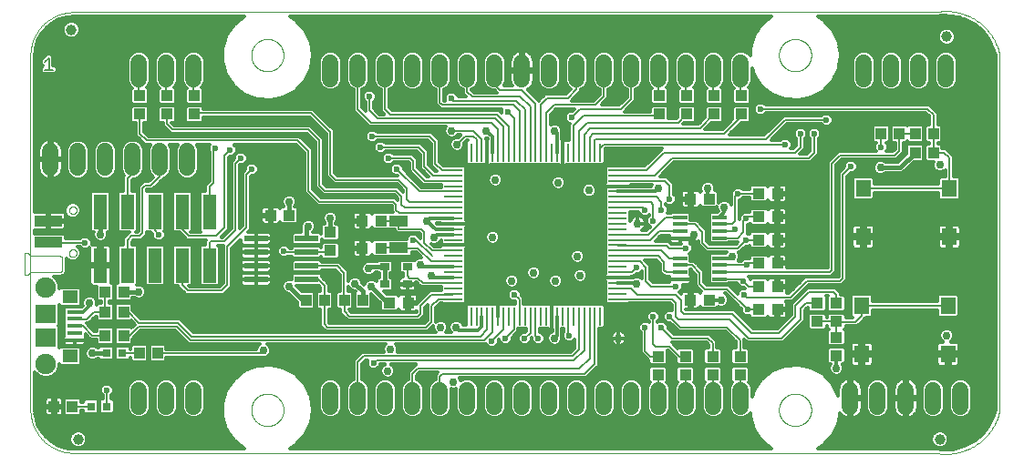
<source format=gtl>
G75*
%MOIN*%
%OFA0B0*%
%FSLAX25Y25*%
%IPPOS*%
%LPD*%
%AMOC8*
5,1,8,0,0,1.08239X$1,22.5*
%
%ADD10C,0.00000*%
%ADD11C,0.00600*%
%ADD12R,0.06800X0.01100*%
%ADD13R,0.01100X0.06800*%
%ADD14R,0.08600X0.02200*%
%ADD15R,0.03937X0.04331*%
%ADD16R,0.04331X0.03937*%
%ADD17R,0.07087X0.03937*%
%ADD18R,0.03543X0.02559*%
%ADD19R,0.05512X0.06299*%
%ADD20R,0.09843X0.03937*%
%ADD21R,0.05000X0.12598*%
%ADD22R,0.05709X0.04528*%
%ADD23R,0.05512X0.01575*%
%ADD24R,0.07480X0.06890*%
%ADD25C,0.07480*%
%ADD26R,0.03150X0.03150*%
%ADD27C,0.06000*%
%ADD28R,0.05200X0.01400*%
%ADD29C,0.03937*%
%ADD30C,0.01200*%
%ADD31C,0.02953*%
%ADD32C,0.01600*%
%ADD33C,0.00700*%
%ADD34C,0.02362*%
D10*
X0072663Y0036600D02*
X0387624Y0036600D01*
X0411246Y0052348D02*
X0411246Y0182269D01*
X0411145Y0182744D01*
X0411033Y0183215D01*
X0410909Y0183685D01*
X0410774Y0184151D01*
X0410628Y0184613D01*
X0410471Y0185072D01*
X0410302Y0185527D01*
X0410123Y0185978D01*
X0409933Y0186424D01*
X0409732Y0186866D01*
X0409520Y0187302D01*
X0409298Y0187734D01*
X0409066Y0188159D01*
X0408824Y0188580D01*
X0408571Y0188994D01*
X0408308Y0189402D01*
X0408036Y0189803D01*
X0407754Y0190198D01*
X0407462Y0190586D01*
X0407162Y0190966D01*
X0406852Y0191339D01*
X0406533Y0191705D01*
X0406206Y0192063D01*
X0405870Y0192413D01*
X0405525Y0192755D01*
X0405172Y0193088D01*
X0404812Y0193412D01*
X0404444Y0193728D01*
X0404068Y0194035D01*
X0403685Y0194333D01*
X0403295Y0194621D01*
X0402898Y0194900D01*
X0402494Y0195169D01*
X0402084Y0195428D01*
X0401668Y0195677D01*
X0401246Y0195916D01*
X0400818Y0196145D01*
X0400385Y0196364D01*
X0399947Y0196572D01*
X0399503Y0196769D01*
X0399056Y0196956D01*
X0398603Y0197131D01*
X0398147Y0197296D01*
X0397687Y0197450D01*
X0397223Y0197592D01*
X0396756Y0197723D01*
X0396286Y0197843D01*
X0395813Y0197952D01*
X0395338Y0198049D01*
X0394860Y0198134D01*
X0394381Y0198208D01*
X0393900Y0198270D01*
X0393417Y0198321D01*
X0392934Y0198360D01*
X0392449Y0198387D01*
X0391964Y0198403D01*
X0391479Y0198407D01*
X0390994Y0198399D01*
X0390510Y0198379D01*
X0390025Y0198348D01*
X0389542Y0198305D01*
X0389060Y0198251D01*
X0388580Y0198184D01*
X0388101Y0198107D01*
X0387624Y0198017D01*
X0072663Y0198017D01*
X0072282Y0198012D01*
X0071902Y0197999D01*
X0071522Y0197976D01*
X0071143Y0197943D01*
X0070765Y0197902D01*
X0070388Y0197852D01*
X0070012Y0197792D01*
X0069637Y0197724D01*
X0069265Y0197646D01*
X0068894Y0197559D01*
X0068526Y0197464D01*
X0068160Y0197359D01*
X0067797Y0197246D01*
X0067436Y0197124D01*
X0067079Y0196994D01*
X0066725Y0196854D01*
X0066374Y0196707D01*
X0066027Y0196550D01*
X0065684Y0196386D01*
X0065345Y0196213D01*
X0065010Y0196032D01*
X0064679Y0195843D01*
X0064354Y0195646D01*
X0064033Y0195442D01*
X0063717Y0195229D01*
X0063407Y0195009D01*
X0063101Y0194782D01*
X0062802Y0194547D01*
X0062508Y0194305D01*
X0062220Y0194057D01*
X0061938Y0193801D01*
X0061663Y0193538D01*
X0061394Y0193269D01*
X0061131Y0192994D01*
X0060875Y0192712D01*
X0060627Y0192424D01*
X0060385Y0192130D01*
X0060150Y0191831D01*
X0059923Y0191525D01*
X0059703Y0191215D01*
X0059490Y0190899D01*
X0059286Y0190578D01*
X0059089Y0190253D01*
X0058900Y0189922D01*
X0058719Y0189587D01*
X0058546Y0189248D01*
X0058382Y0188905D01*
X0058225Y0188558D01*
X0058078Y0188207D01*
X0057938Y0187853D01*
X0057808Y0187496D01*
X0057686Y0187135D01*
X0057573Y0186772D01*
X0057468Y0186406D01*
X0057373Y0186038D01*
X0057286Y0185667D01*
X0057208Y0185295D01*
X0057140Y0184920D01*
X0057080Y0184544D01*
X0057030Y0184167D01*
X0056989Y0183789D01*
X0056956Y0183410D01*
X0056933Y0183030D01*
X0056920Y0182650D01*
X0056915Y0182269D01*
X0056915Y0052348D01*
X0056920Y0051967D01*
X0056933Y0051587D01*
X0056956Y0051207D01*
X0056989Y0050828D01*
X0057030Y0050450D01*
X0057080Y0050073D01*
X0057140Y0049697D01*
X0057208Y0049322D01*
X0057286Y0048950D01*
X0057373Y0048579D01*
X0057468Y0048211D01*
X0057573Y0047845D01*
X0057686Y0047482D01*
X0057808Y0047121D01*
X0057938Y0046764D01*
X0058078Y0046410D01*
X0058225Y0046059D01*
X0058382Y0045712D01*
X0058546Y0045369D01*
X0058719Y0045030D01*
X0058900Y0044695D01*
X0059089Y0044364D01*
X0059286Y0044039D01*
X0059490Y0043718D01*
X0059703Y0043402D01*
X0059923Y0043092D01*
X0060150Y0042786D01*
X0060385Y0042487D01*
X0060627Y0042193D01*
X0060875Y0041905D01*
X0061131Y0041623D01*
X0061394Y0041348D01*
X0061663Y0041079D01*
X0061938Y0040816D01*
X0062220Y0040560D01*
X0062508Y0040312D01*
X0062802Y0040070D01*
X0063101Y0039835D01*
X0063407Y0039608D01*
X0063717Y0039388D01*
X0064033Y0039175D01*
X0064354Y0038971D01*
X0064679Y0038774D01*
X0065010Y0038585D01*
X0065345Y0038404D01*
X0065684Y0038231D01*
X0066027Y0038067D01*
X0066374Y0037910D01*
X0066725Y0037763D01*
X0067079Y0037623D01*
X0067436Y0037493D01*
X0067797Y0037371D01*
X0068160Y0037258D01*
X0068526Y0037153D01*
X0068894Y0037058D01*
X0069265Y0036971D01*
X0069637Y0036893D01*
X0070012Y0036825D01*
X0070388Y0036765D01*
X0070765Y0036715D01*
X0071143Y0036674D01*
X0071522Y0036641D01*
X0071902Y0036618D01*
X0072282Y0036605D01*
X0072663Y0036600D01*
X0137623Y0052348D02*
X0137625Y0052501D01*
X0137631Y0052655D01*
X0137641Y0052808D01*
X0137655Y0052960D01*
X0137673Y0053113D01*
X0137695Y0053264D01*
X0137720Y0053415D01*
X0137750Y0053566D01*
X0137784Y0053716D01*
X0137821Y0053864D01*
X0137862Y0054012D01*
X0137907Y0054158D01*
X0137956Y0054304D01*
X0138009Y0054448D01*
X0138065Y0054590D01*
X0138125Y0054731D01*
X0138189Y0054871D01*
X0138256Y0055009D01*
X0138327Y0055145D01*
X0138402Y0055279D01*
X0138479Y0055411D01*
X0138561Y0055541D01*
X0138645Y0055669D01*
X0138733Y0055795D01*
X0138824Y0055918D01*
X0138918Y0056039D01*
X0139016Y0056157D01*
X0139116Y0056273D01*
X0139220Y0056386D01*
X0139326Y0056497D01*
X0139435Y0056605D01*
X0139547Y0056710D01*
X0139661Y0056811D01*
X0139779Y0056910D01*
X0139898Y0057006D01*
X0140020Y0057099D01*
X0140145Y0057188D01*
X0140272Y0057275D01*
X0140401Y0057357D01*
X0140532Y0057437D01*
X0140665Y0057513D01*
X0140800Y0057586D01*
X0140937Y0057655D01*
X0141076Y0057720D01*
X0141216Y0057782D01*
X0141358Y0057840D01*
X0141501Y0057895D01*
X0141646Y0057946D01*
X0141792Y0057993D01*
X0141939Y0058036D01*
X0142087Y0058075D01*
X0142236Y0058111D01*
X0142386Y0058142D01*
X0142537Y0058170D01*
X0142688Y0058194D01*
X0142841Y0058214D01*
X0142993Y0058230D01*
X0143146Y0058242D01*
X0143299Y0058250D01*
X0143452Y0058254D01*
X0143606Y0058254D01*
X0143759Y0058250D01*
X0143912Y0058242D01*
X0144065Y0058230D01*
X0144217Y0058214D01*
X0144370Y0058194D01*
X0144521Y0058170D01*
X0144672Y0058142D01*
X0144822Y0058111D01*
X0144971Y0058075D01*
X0145119Y0058036D01*
X0145266Y0057993D01*
X0145412Y0057946D01*
X0145557Y0057895D01*
X0145700Y0057840D01*
X0145842Y0057782D01*
X0145982Y0057720D01*
X0146121Y0057655D01*
X0146258Y0057586D01*
X0146393Y0057513D01*
X0146526Y0057437D01*
X0146657Y0057357D01*
X0146786Y0057275D01*
X0146913Y0057188D01*
X0147038Y0057099D01*
X0147160Y0057006D01*
X0147279Y0056910D01*
X0147397Y0056811D01*
X0147511Y0056710D01*
X0147623Y0056605D01*
X0147732Y0056497D01*
X0147838Y0056386D01*
X0147942Y0056273D01*
X0148042Y0056157D01*
X0148140Y0056039D01*
X0148234Y0055918D01*
X0148325Y0055795D01*
X0148413Y0055669D01*
X0148497Y0055541D01*
X0148579Y0055411D01*
X0148656Y0055279D01*
X0148731Y0055145D01*
X0148802Y0055009D01*
X0148869Y0054871D01*
X0148933Y0054731D01*
X0148993Y0054590D01*
X0149049Y0054448D01*
X0149102Y0054304D01*
X0149151Y0054158D01*
X0149196Y0054012D01*
X0149237Y0053864D01*
X0149274Y0053716D01*
X0149308Y0053566D01*
X0149338Y0053415D01*
X0149363Y0053264D01*
X0149385Y0053113D01*
X0149403Y0052960D01*
X0149417Y0052808D01*
X0149427Y0052655D01*
X0149433Y0052501D01*
X0149435Y0052348D01*
X0149433Y0052195D01*
X0149427Y0052041D01*
X0149417Y0051888D01*
X0149403Y0051736D01*
X0149385Y0051583D01*
X0149363Y0051432D01*
X0149338Y0051281D01*
X0149308Y0051130D01*
X0149274Y0050980D01*
X0149237Y0050832D01*
X0149196Y0050684D01*
X0149151Y0050538D01*
X0149102Y0050392D01*
X0149049Y0050248D01*
X0148993Y0050106D01*
X0148933Y0049965D01*
X0148869Y0049825D01*
X0148802Y0049687D01*
X0148731Y0049551D01*
X0148656Y0049417D01*
X0148579Y0049285D01*
X0148497Y0049155D01*
X0148413Y0049027D01*
X0148325Y0048901D01*
X0148234Y0048778D01*
X0148140Y0048657D01*
X0148042Y0048539D01*
X0147942Y0048423D01*
X0147838Y0048310D01*
X0147732Y0048199D01*
X0147623Y0048091D01*
X0147511Y0047986D01*
X0147397Y0047885D01*
X0147279Y0047786D01*
X0147160Y0047690D01*
X0147038Y0047597D01*
X0146913Y0047508D01*
X0146786Y0047421D01*
X0146657Y0047339D01*
X0146526Y0047259D01*
X0146393Y0047183D01*
X0146258Y0047110D01*
X0146121Y0047041D01*
X0145982Y0046976D01*
X0145842Y0046914D01*
X0145700Y0046856D01*
X0145557Y0046801D01*
X0145412Y0046750D01*
X0145266Y0046703D01*
X0145119Y0046660D01*
X0144971Y0046621D01*
X0144822Y0046585D01*
X0144672Y0046554D01*
X0144521Y0046526D01*
X0144370Y0046502D01*
X0144217Y0046482D01*
X0144065Y0046466D01*
X0143912Y0046454D01*
X0143759Y0046446D01*
X0143606Y0046442D01*
X0143452Y0046442D01*
X0143299Y0046446D01*
X0143146Y0046454D01*
X0142993Y0046466D01*
X0142841Y0046482D01*
X0142688Y0046502D01*
X0142537Y0046526D01*
X0142386Y0046554D01*
X0142236Y0046585D01*
X0142087Y0046621D01*
X0141939Y0046660D01*
X0141792Y0046703D01*
X0141646Y0046750D01*
X0141501Y0046801D01*
X0141358Y0046856D01*
X0141216Y0046914D01*
X0141076Y0046976D01*
X0140937Y0047041D01*
X0140800Y0047110D01*
X0140665Y0047183D01*
X0140532Y0047259D01*
X0140401Y0047339D01*
X0140272Y0047421D01*
X0140145Y0047508D01*
X0140020Y0047597D01*
X0139898Y0047690D01*
X0139779Y0047786D01*
X0139661Y0047885D01*
X0139547Y0047986D01*
X0139435Y0048091D01*
X0139326Y0048199D01*
X0139220Y0048310D01*
X0139116Y0048423D01*
X0139016Y0048539D01*
X0138918Y0048657D01*
X0138824Y0048778D01*
X0138733Y0048901D01*
X0138645Y0049027D01*
X0138561Y0049155D01*
X0138479Y0049285D01*
X0138402Y0049417D01*
X0138327Y0049551D01*
X0138256Y0049687D01*
X0138189Y0049825D01*
X0138125Y0049965D01*
X0138065Y0050106D01*
X0138009Y0050248D01*
X0137956Y0050392D01*
X0137907Y0050538D01*
X0137862Y0050684D01*
X0137821Y0050832D01*
X0137784Y0050980D01*
X0137750Y0051130D01*
X0137720Y0051281D01*
X0137695Y0051432D01*
X0137673Y0051583D01*
X0137655Y0051736D01*
X0137641Y0051888D01*
X0137631Y0052041D01*
X0137625Y0052195D01*
X0137623Y0052348D01*
X0055679Y0101852D02*
X0054694Y0101852D01*
X0054694Y0109726D01*
X0055679Y0109726D01*
X0055741Y0109724D01*
X0055802Y0109718D01*
X0055863Y0109709D01*
X0055924Y0109695D01*
X0055983Y0109678D01*
X0056041Y0109657D01*
X0056098Y0109632D01*
X0056153Y0109604D01*
X0056206Y0109573D01*
X0056257Y0109538D01*
X0056306Y0109500D01*
X0056353Y0109459D01*
X0056396Y0109416D01*
X0056437Y0109369D01*
X0056475Y0109320D01*
X0056510Y0109269D01*
X0056541Y0109216D01*
X0056569Y0109161D01*
X0056594Y0109104D01*
X0056615Y0109046D01*
X0056632Y0108987D01*
X0056646Y0108926D01*
X0056655Y0108865D01*
X0056661Y0108804D01*
X0056663Y0108742D01*
X0067490Y0108742D01*
X0067490Y0108741D02*
X0067552Y0108739D01*
X0067613Y0108733D01*
X0067674Y0108724D01*
X0067735Y0108710D01*
X0067794Y0108693D01*
X0067852Y0108672D01*
X0067909Y0108647D01*
X0067964Y0108619D01*
X0068017Y0108588D01*
X0068068Y0108553D01*
X0068117Y0108515D01*
X0068164Y0108474D01*
X0068207Y0108431D01*
X0068248Y0108384D01*
X0068286Y0108335D01*
X0068321Y0108284D01*
X0068352Y0108231D01*
X0068380Y0108176D01*
X0068405Y0108119D01*
X0068426Y0108061D01*
X0068443Y0108002D01*
X0068457Y0107941D01*
X0068466Y0107880D01*
X0068472Y0107819D01*
X0068474Y0107757D01*
X0068474Y0103820D01*
X0068472Y0103758D01*
X0068466Y0103697D01*
X0068457Y0103636D01*
X0068443Y0103575D01*
X0068426Y0103516D01*
X0068405Y0103458D01*
X0068380Y0103401D01*
X0068352Y0103346D01*
X0068321Y0103293D01*
X0068286Y0103242D01*
X0068248Y0103193D01*
X0068207Y0103146D01*
X0068164Y0103103D01*
X0068117Y0103062D01*
X0068068Y0103024D01*
X0068017Y0102989D01*
X0067964Y0102958D01*
X0067909Y0102930D01*
X0067852Y0102905D01*
X0067794Y0102884D01*
X0067735Y0102867D01*
X0067674Y0102853D01*
X0067613Y0102844D01*
X0067552Y0102838D01*
X0067490Y0102836D01*
X0056663Y0102836D01*
X0056661Y0102774D01*
X0056655Y0102713D01*
X0056646Y0102652D01*
X0056632Y0102591D01*
X0056615Y0102532D01*
X0056594Y0102474D01*
X0056569Y0102417D01*
X0056541Y0102362D01*
X0056510Y0102309D01*
X0056475Y0102258D01*
X0056437Y0102209D01*
X0056396Y0102162D01*
X0056353Y0102119D01*
X0056306Y0102078D01*
X0056257Y0102040D01*
X0056206Y0102005D01*
X0056153Y0101974D01*
X0056098Y0101946D01*
X0056041Y0101921D01*
X0055983Y0101900D01*
X0055924Y0101883D01*
X0055863Y0101869D01*
X0055802Y0101860D01*
X0055741Y0101854D01*
X0055679Y0101852D01*
X0071033Y0109726D02*
X0071035Y0109800D01*
X0071041Y0109874D01*
X0071051Y0109947D01*
X0071065Y0110020D01*
X0071082Y0110092D01*
X0071104Y0110162D01*
X0071129Y0110232D01*
X0071158Y0110300D01*
X0071191Y0110366D01*
X0071227Y0110431D01*
X0071267Y0110493D01*
X0071309Y0110554D01*
X0071355Y0110612D01*
X0071404Y0110667D01*
X0071456Y0110720D01*
X0071511Y0110770D01*
X0071568Y0110816D01*
X0071628Y0110860D01*
X0071690Y0110900D01*
X0071754Y0110937D01*
X0071820Y0110971D01*
X0071888Y0111001D01*
X0071957Y0111027D01*
X0072028Y0111050D01*
X0072099Y0111068D01*
X0072172Y0111083D01*
X0072245Y0111094D01*
X0072319Y0111101D01*
X0072393Y0111104D01*
X0072466Y0111103D01*
X0072540Y0111098D01*
X0072614Y0111089D01*
X0072687Y0111076D01*
X0072759Y0111059D01*
X0072830Y0111039D01*
X0072900Y0111014D01*
X0072968Y0110986D01*
X0073035Y0110955D01*
X0073100Y0110919D01*
X0073163Y0110881D01*
X0073224Y0110839D01*
X0073283Y0110793D01*
X0073339Y0110745D01*
X0073392Y0110694D01*
X0073442Y0110640D01*
X0073490Y0110583D01*
X0073534Y0110524D01*
X0073576Y0110462D01*
X0073614Y0110399D01*
X0073648Y0110333D01*
X0073679Y0110266D01*
X0073706Y0110197D01*
X0073729Y0110127D01*
X0073749Y0110056D01*
X0073765Y0109983D01*
X0073777Y0109910D01*
X0073785Y0109837D01*
X0073789Y0109763D01*
X0073789Y0109689D01*
X0073785Y0109615D01*
X0073777Y0109542D01*
X0073765Y0109469D01*
X0073749Y0109396D01*
X0073729Y0109325D01*
X0073706Y0109255D01*
X0073679Y0109186D01*
X0073648Y0109119D01*
X0073614Y0109053D01*
X0073576Y0108990D01*
X0073534Y0108928D01*
X0073490Y0108869D01*
X0073442Y0108812D01*
X0073392Y0108758D01*
X0073339Y0108707D01*
X0073283Y0108659D01*
X0073224Y0108613D01*
X0073163Y0108571D01*
X0073100Y0108533D01*
X0073035Y0108497D01*
X0072968Y0108466D01*
X0072900Y0108438D01*
X0072830Y0108413D01*
X0072759Y0108393D01*
X0072687Y0108376D01*
X0072614Y0108363D01*
X0072540Y0108354D01*
X0072466Y0108349D01*
X0072393Y0108348D01*
X0072319Y0108351D01*
X0072245Y0108358D01*
X0072172Y0108369D01*
X0072099Y0108384D01*
X0072028Y0108402D01*
X0071957Y0108425D01*
X0071888Y0108451D01*
X0071820Y0108481D01*
X0071754Y0108515D01*
X0071690Y0108552D01*
X0071628Y0108592D01*
X0071568Y0108636D01*
X0071511Y0108682D01*
X0071456Y0108732D01*
X0071404Y0108785D01*
X0071355Y0108840D01*
X0071309Y0108898D01*
X0071267Y0108959D01*
X0071227Y0109021D01*
X0071191Y0109086D01*
X0071158Y0109152D01*
X0071129Y0109220D01*
X0071104Y0109290D01*
X0071082Y0109360D01*
X0071065Y0109432D01*
X0071051Y0109505D01*
X0071041Y0109578D01*
X0071035Y0109652D01*
X0071033Y0109726D01*
X0071033Y0125474D02*
X0071035Y0125548D01*
X0071041Y0125622D01*
X0071051Y0125695D01*
X0071065Y0125768D01*
X0071082Y0125840D01*
X0071104Y0125910D01*
X0071129Y0125980D01*
X0071158Y0126048D01*
X0071191Y0126114D01*
X0071227Y0126179D01*
X0071267Y0126241D01*
X0071309Y0126302D01*
X0071355Y0126360D01*
X0071404Y0126415D01*
X0071456Y0126468D01*
X0071511Y0126518D01*
X0071568Y0126564D01*
X0071628Y0126608D01*
X0071690Y0126648D01*
X0071754Y0126685D01*
X0071820Y0126719D01*
X0071888Y0126749D01*
X0071957Y0126775D01*
X0072028Y0126798D01*
X0072099Y0126816D01*
X0072172Y0126831D01*
X0072245Y0126842D01*
X0072319Y0126849D01*
X0072393Y0126852D01*
X0072466Y0126851D01*
X0072540Y0126846D01*
X0072614Y0126837D01*
X0072687Y0126824D01*
X0072759Y0126807D01*
X0072830Y0126787D01*
X0072900Y0126762D01*
X0072968Y0126734D01*
X0073035Y0126703D01*
X0073100Y0126667D01*
X0073163Y0126629D01*
X0073224Y0126587D01*
X0073283Y0126541D01*
X0073339Y0126493D01*
X0073392Y0126442D01*
X0073442Y0126388D01*
X0073490Y0126331D01*
X0073534Y0126272D01*
X0073576Y0126210D01*
X0073614Y0126147D01*
X0073648Y0126081D01*
X0073679Y0126014D01*
X0073706Y0125945D01*
X0073729Y0125875D01*
X0073749Y0125804D01*
X0073765Y0125731D01*
X0073777Y0125658D01*
X0073785Y0125585D01*
X0073789Y0125511D01*
X0073789Y0125437D01*
X0073785Y0125363D01*
X0073777Y0125290D01*
X0073765Y0125217D01*
X0073749Y0125144D01*
X0073729Y0125073D01*
X0073706Y0125003D01*
X0073679Y0124934D01*
X0073648Y0124867D01*
X0073614Y0124801D01*
X0073576Y0124738D01*
X0073534Y0124676D01*
X0073490Y0124617D01*
X0073442Y0124560D01*
X0073392Y0124506D01*
X0073339Y0124455D01*
X0073283Y0124407D01*
X0073224Y0124361D01*
X0073163Y0124319D01*
X0073100Y0124281D01*
X0073035Y0124245D01*
X0072968Y0124214D01*
X0072900Y0124186D01*
X0072830Y0124161D01*
X0072759Y0124141D01*
X0072687Y0124124D01*
X0072614Y0124111D01*
X0072540Y0124102D01*
X0072466Y0124097D01*
X0072393Y0124096D01*
X0072319Y0124099D01*
X0072245Y0124106D01*
X0072172Y0124117D01*
X0072099Y0124132D01*
X0072028Y0124150D01*
X0071957Y0124173D01*
X0071888Y0124199D01*
X0071820Y0124229D01*
X0071754Y0124263D01*
X0071690Y0124300D01*
X0071628Y0124340D01*
X0071568Y0124384D01*
X0071511Y0124430D01*
X0071456Y0124480D01*
X0071404Y0124533D01*
X0071355Y0124588D01*
X0071309Y0124646D01*
X0071267Y0124707D01*
X0071227Y0124769D01*
X0071191Y0124834D01*
X0071158Y0124900D01*
X0071129Y0124968D01*
X0071104Y0125038D01*
X0071082Y0125108D01*
X0071065Y0125180D01*
X0071051Y0125253D01*
X0071041Y0125326D01*
X0071035Y0125400D01*
X0071033Y0125474D01*
X0137623Y0182269D02*
X0137625Y0182422D01*
X0137631Y0182576D01*
X0137641Y0182729D01*
X0137655Y0182881D01*
X0137673Y0183034D01*
X0137695Y0183185D01*
X0137720Y0183336D01*
X0137750Y0183487D01*
X0137784Y0183637D01*
X0137821Y0183785D01*
X0137862Y0183933D01*
X0137907Y0184079D01*
X0137956Y0184225D01*
X0138009Y0184369D01*
X0138065Y0184511D01*
X0138125Y0184652D01*
X0138189Y0184792D01*
X0138256Y0184930D01*
X0138327Y0185066D01*
X0138402Y0185200D01*
X0138479Y0185332D01*
X0138561Y0185462D01*
X0138645Y0185590D01*
X0138733Y0185716D01*
X0138824Y0185839D01*
X0138918Y0185960D01*
X0139016Y0186078D01*
X0139116Y0186194D01*
X0139220Y0186307D01*
X0139326Y0186418D01*
X0139435Y0186526D01*
X0139547Y0186631D01*
X0139661Y0186732D01*
X0139779Y0186831D01*
X0139898Y0186927D01*
X0140020Y0187020D01*
X0140145Y0187109D01*
X0140272Y0187196D01*
X0140401Y0187278D01*
X0140532Y0187358D01*
X0140665Y0187434D01*
X0140800Y0187507D01*
X0140937Y0187576D01*
X0141076Y0187641D01*
X0141216Y0187703D01*
X0141358Y0187761D01*
X0141501Y0187816D01*
X0141646Y0187867D01*
X0141792Y0187914D01*
X0141939Y0187957D01*
X0142087Y0187996D01*
X0142236Y0188032D01*
X0142386Y0188063D01*
X0142537Y0188091D01*
X0142688Y0188115D01*
X0142841Y0188135D01*
X0142993Y0188151D01*
X0143146Y0188163D01*
X0143299Y0188171D01*
X0143452Y0188175D01*
X0143606Y0188175D01*
X0143759Y0188171D01*
X0143912Y0188163D01*
X0144065Y0188151D01*
X0144217Y0188135D01*
X0144370Y0188115D01*
X0144521Y0188091D01*
X0144672Y0188063D01*
X0144822Y0188032D01*
X0144971Y0187996D01*
X0145119Y0187957D01*
X0145266Y0187914D01*
X0145412Y0187867D01*
X0145557Y0187816D01*
X0145700Y0187761D01*
X0145842Y0187703D01*
X0145982Y0187641D01*
X0146121Y0187576D01*
X0146258Y0187507D01*
X0146393Y0187434D01*
X0146526Y0187358D01*
X0146657Y0187278D01*
X0146786Y0187196D01*
X0146913Y0187109D01*
X0147038Y0187020D01*
X0147160Y0186927D01*
X0147279Y0186831D01*
X0147397Y0186732D01*
X0147511Y0186631D01*
X0147623Y0186526D01*
X0147732Y0186418D01*
X0147838Y0186307D01*
X0147942Y0186194D01*
X0148042Y0186078D01*
X0148140Y0185960D01*
X0148234Y0185839D01*
X0148325Y0185716D01*
X0148413Y0185590D01*
X0148497Y0185462D01*
X0148579Y0185332D01*
X0148656Y0185200D01*
X0148731Y0185066D01*
X0148802Y0184930D01*
X0148869Y0184792D01*
X0148933Y0184652D01*
X0148993Y0184511D01*
X0149049Y0184369D01*
X0149102Y0184225D01*
X0149151Y0184079D01*
X0149196Y0183933D01*
X0149237Y0183785D01*
X0149274Y0183637D01*
X0149308Y0183487D01*
X0149338Y0183336D01*
X0149363Y0183185D01*
X0149385Y0183034D01*
X0149403Y0182881D01*
X0149417Y0182729D01*
X0149427Y0182576D01*
X0149433Y0182422D01*
X0149435Y0182269D01*
X0149433Y0182116D01*
X0149427Y0181962D01*
X0149417Y0181809D01*
X0149403Y0181657D01*
X0149385Y0181504D01*
X0149363Y0181353D01*
X0149338Y0181202D01*
X0149308Y0181051D01*
X0149274Y0180901D01*
X0149237Y0180753D01*
X0149196Y0180605D01*
X0149151Y0180459D01*
X0149102Y0180313D01*
X0149049Y0180169D01*
X0148993Y0180027D01*
X0148933Y0179886D01*
X0148869Y0179746D01*
X0148802Y0179608D01*
X0148731Y0179472D01*
X0148656Y0179338D01*
X0148579Y0179206D01*
X0148497Y0179076D01*
X0148413Y0178948D01*
X0148325Y0178822D01*
X0148234Y0178699D01*
X0148140Y0178578D01*
X0148042Y0178460D01*
X0147942Y0178344D01*
X0147838Y0178231D01*
X0147732Y0178120D01*
X0147623Y0178012D01*
X0147511Y0177907D01*
X0147397Y0177806D01*
X0147279Y0177707D01*
X0147160Y0177611D01*
X0147038Y0177518D01*
X0146913Y0177429D01*
X0146786Y0177342D01*
X0146657Y0177260D01*
X0146526Y0177180D01*
X0146393Y0177104D01*
X0146258Y0177031D01*
X0146121Y0176962D01*
X0145982Y0176897D01*
X0145842Y0176835D01*
X0145700Y0176777D01*
X0145557Y0176722D01*
X0145412Y0176671D01*
X0145266Y0176624D01*
X0145119Y0176581D01*
X0144971Y0176542D01*
X0144822Y0176506D01*
X0144672Y0176475D01*
X0144521Y0176447D01*
X0144370Y0176423D01*
X0144217Y0176403D01*
X0144065Y0176387D01*
X0143912Y0176375D01*
X0143759Y0176367D01*
X0143606Y0176363D01*
X0143452Y0176363D01*
X0143299Y0176367D01*
X0143146Y0176375D01*
X0142993Y0176387D01*
X0142841Y0176403D01*
X0142688Y0176423D01*
X0142537Y0176447D01*
X0142386Y0176475D01*
X0142236Y0176506D01*
X0142087Y0176542D01*
X0141939Y0176581D01*
X0141792Y0176624D01*
X0141646Y0176671D01*
X0141501Y0176722D01*
X0141358Y0176777D01*
X0141216Y0176835D01*
X0141076Y0176897D01*
X0140937Y0176962D01*
X0140800Y0177031D01*
X0140665Y0177104D01*
X0140532Y0177180D01*
X0140401Y0177260D01*
X0140272Y0177342D01*
X0140145Y0177429D01*
X0140020Y0177518D01*
X0139898Y0177611D01*
X0139779Y0177707D01*
X0139661Y0177806D01*
X0139547Y0177907D01*
X0139435Y0178012D01*
X0139326Y0178120D01*
X0139220Y0178231D01*
X0139116Y0178344D01*
X0139016Y0178460D01*
X0138918Y0178578D01*
X0138824Y0178699D01*
X0138733Y0178822D01*
X0138645Y0178948D01*
X0138561Y0179076D01*
X0138479Y0179206D01*
X0138402Y0179338D01*
X0138327Y0179472D01*
X0138256Y0179608D01*
X0138189Y0179746D01*
X0138125Y0179886D01*
X0138065Y0180027D01*
X0138009Y0180169D01*
X0137956Y0180313D01*
X0137907Y0180459D01*
X0137862Y0180605D01*
X0137821Y0180753D01*
X0137784Y0180901D01*
X0137750Y0181051D01*
X0137720Y0181202D01*
X0137695Y0181353D01*
X0137673Y0181504D01*
X0137655Y0181657D01*
X0137641Y0181809D01*
X0137631Y0181962D01*
X0137625Y0182116D01*
X0137623Y0182269D01*
X0330537Y0182269D02*
X0330539Y0182422D01*
X0330545Y0182576D01*
X0330555Y0182729D01*
X0330569Y0182881D01*
X0330587Y0183034D01*
X0330609Y0183185D01*
X0330634Y0183336D01*
X0330664Y0183487D01*
X0330698Y0183637D01*
X0330735Y0183785D01*
X0330776Y0183933D01*
X0330821Y0184079D01*
X0330870Y0184225D01*
X0330923Y0184369D01*
X0330979Y0184511D01*
X0331039Y0184652D01*
X0331103Y0184792D01*
X0331170Y0184930D01*
X0331241Y0185066D01*
X0331316Y0185200D01*
X0331393Y0185332D01*
X0331475Y0185462D01*
X0331559Y0185590D01*
X0331647Y0185716D01*
X0331738Y0185839D01*
X0331832Y0185960D01*
X0331930Y0186078D01*
X0332030Y0186194D01*
X0332134Y0186307D01*
X0332240Y0186418D01*
X0332349Y0186526D01*
X0332461Y0186631D01*
X0332575Y0186732D01*
X0332693Y0186831D01*
X0332812Y0186927D01*
X0332934Y0187020D01*
X0333059Y0187109D01*
X0333186Y0187196D01*
X0333315Y0187278D01*
X0333446Y0187358D01*
X0333579Y0187434D01*
X0333714Y0187507D01*
X0333851Y0187576D01*
X0333990Y0187641D01*
X0334130Y0187703D01*
X0334272Y0187761D01*
X0334415Y0187816D01*
X0334560Y0187867D01*
X0334706Y0187914D01*
X0334853Y0187957D01*
X0335001Y0187996D01*
X0335150Y0188032D01*
X0335300Y0188063D01*
X0335451Y0188091D01*
X0335602Y0188115D01*
X0335755Y0188135D01*
X0335907Y0188151D01*
X0336060Y0188163D01*
X0336213Y0188171D01*
X0336366Y0188175D01*
X0336520Y0188175D01*
X0336673Y0188171D01*
X0336826Y0188163D01*
X0336979Y0188151D01*
X0337131Y0188135D01*
X0337284Y0188115D01*
X0337435Y0188091D01*
X0337586Y0188063D01*
X0337736Y0188032D01*
X0337885Y0187996D01*
X0338033Y0187957D01*
X0338180Y0187914D01*
X0338326Y0187867D01*
X0338471Y0187816D01*
X0338614Y0187761D01*
X0338756Y0187703D01*
X0338896Y0187641D01*
X0339035Y0187576D01*
X0339172Y0187507D01*
X0339307Y0187434D01*
X0339440Y0187358D01*
X0339571Y0187278D01*
X0339700Y0187196D01*
X0339827Y0187109D01*
X0339952Y0187020D01*
X0340074Y0186927D01*
X0340193Y0186831D01*
X0340311Y0186732D01*
X0340425Y0186631D01*
X0340537Y0186526D01*
X0340646Y0186418D01*
X0340752Y0186307D01*
X0340856Y0186194D01*
X0340956Y0186078D01*
X0341054Y0185960D01*
X0341148Y0185839D01*
X0341239Y0185716D01*
X0341327Y0185590D01*
X0341411Y0185462D01*
X0341493Y0185332D01*
X0341570Y0185200D01*
X0341645Y0185066D01*
X0341716Y0184930D01*
X0341783Y0184792D01*
X0341847Y0184652D01*
X0341907Y0184511D01*
X0341963Y0184369D01*
X0342016Y0184225D01*
X0342065Y0184079D01*
X0342110Y0183933D01*
X0342151Y0183785D01*
X0342188Y0183637D01*
X0342222Y0183487D01*
X0342252Y0183336D01*
X0342277Y0183185D01*
X0342299Y0183034D01*
X0342317Y0182881D01*
X0342331Y0182729D01*
X0342341Y0182576D01*
X0342347Y0182422D01*
X0342349Y0182269D01*
X0342347Y0182116D01*
X0342341Y0181962D01*
X0342331Y0181809D01*
X0342317Y0181657D01*
X0342299Y0181504D01*
X0342277Y0181353D01*
X0342252Y0181202D01*
X0342222Y0181051D01*
X0342188Y0180901D01*
X0342151Y0180753D01*
X0342110Y0180605D01*
X0342065Y0180459D01*
X0342016Y0180313D01*
X0341963Y0180169D01*
X0341907Y0180027D01*
X0341847Y0179886D01*
X0341783Y0179746D01*
X0341716Y0179608D01*
X0341645Y0179472D01*
X0341570Y0179338D01*
X0341493Y0179206D01*
X0341411Y0179076D01*
X0341327Y0178948D01*
X0341239Y0178822D01*
X0341148Y0178699D01*
X0341054Y0178578D01*
X0340956Y0178460D01*
X0340856Y0178344D01*
X0340752Y0178231D01*
X0340646Y0178120D01*
X0340537Y0178012D01*
X0340425Y0177907D01*
X0340311Y0177806D01*
X0340193Y0177707D01*
X0340074Y0177611D01*
X0339952Y0177518D01*
X0339827Y0177429D01*
X0339700Y0177342D01*
X0339571Y0177260D01*
X0339440Y0177180D01*
X0339307Y0177104D01*
X0339172Y0177031D01*
X0339035Y0176962D01*
X0338896Y0176897D01*
X0338756Y0176835D01*
X0338614Y0176777D01*
X0338471Y0176722D01*
X0338326Y0176671D01*
X0338180Y0176624D01*
X0338033Y0176581D01*
X0337885Y0176542D01*
X0337736Y0176506D01*
X0337586Y0176475D01*
X0337435Y0176447D01*
X0337284Y0176423D01*
X0337131Y0176403D01*
X0336979Y0176387D01*
X0336826Y0176375D01*
X0336673Y0176367D01*
X0336520Y0176363D01*
X0336366Y0176363D01*
X0336213Y0176367D01*
X0336060Y0176375D01*
X0335907Y0176387D01*
X0335755Y0176403D01*
X0335602Y0176423D01*
X0335451Y0176447D01*
X0335300Y0176475D01*
X0335150Y0176506D01*
X0335001Y0176542D01*
X0334853Y0176581D01*
X0334706Y0176624D01*
X0334560Y0176671D01*
X0334415Y0176722D01*
X0334272Y0176777D01*
X0334130Y0176835D01*
X0333990Y0176897D01*
X0333851Y0176962D01*
X0333714Y0177031D01*
X0333579Y0177104D01*
X0333446Y0177180D01*
X0333315Y0177260D01*
X0333186Y0177342D01*
X0333059Y0177429D01*
X0332934Y0177518D01*
X0332812Y0177611D01*
X0332693Y0177707D01*
X0332575Y0177806D01*
X0332461Y0177907D01*
X0332349Y0178012D01*
X0332240Y0178120D01*
X0332134Y0178231D01*
X0332030Y0178344D01*
X0331930Y0178460D01*
X0331832Y0178578D01*
X0331738Y0178699D01*
X0331647Y0178822D01*
X0331559Y0178948D01*
X0331475Y0179076D01*
X0331393Y0179206D01*
X0331316Y0179338D01*
X0331241Y0179472D01*
X0331170Y0179608D01*
X0331103Y0179746D01*
X0331039Y0179886D01*
X0330979Y0180027D01*
X0330923Y0180169D01*
X0330870Y0180313D01*
X0330821Y0180459D01*
X0330776Y0180605D01*
X0330735Y0180753D01*
X0330698Y0180901D01*
X0330664Y0181051D01*
X0330634Y0181202D01*
X0330609Y0181353D01*
X0330587Y0181504D01*
X0330569Y0181657D01*
X0330555Y0181809D01*
X0330545Y0181962D01*
X0330539Y0182116D01*
X0330537Y0182269D01*
X0411246Y0052348D02*
X0411145Y0051873D01*
X0411033Y0051402D01*
X0410909Y0050932D01*
X0410774Y0050466D01*
X0410628Y0050004D01*
X0410471Y0049545D01*
X0410302Y0049090D01*
X0410123Y0048639D01*
X0409933Y0048193D01*
X0409732Y0047751D01*
X0409520Y0047315D01*
X0409298Y0046883D01*
X0409066Y0046458D01*
X0408824Y0046037D01*
X0408571Y0045623D01*
X0408308Y0045215D01*
X0408036Y0044814D01*
X0407754Y0044419D01*
X0407462Y0044031D01*
X0407162Y0043651D01*
X0406852Y0043278D01*
X0406533Y0042912D01*
X0406206Y0042554D01*
X0405870Y0042204D01*
X0405525Y0041862D01*
X0405172Y0041529D01*
X0404812Y0041205D01*
X0404444Y0040889D01*
X0404068Y0040582D01*
X0403685Y0040284D01*
X0403295Y0039996D01*
X0402898Y0039717D01*
X0402494Y0039448D01*
X0402084Y0039189D01*
X0401668Y0038940D01*
X0401246Y0038701D01*
X0400818Y0038472D01*
X0400385Y0038253D01*
X0399947Y0038045D01*
X0399503Y0037848D01*
X0399056Y0037661D01*
X0398603Y0037486D01*
X0398147Y0037321D01*
X0397687Y0037167D01*
X0397223Y0037025D01*
X0396756Y0036894D01*
X0396286Y0036774D01*
X0395813Y0036665D01*
X0395338Y0036568D01*
X0394860Y0036483D01*
X0394381Y0036409D01*
X0393900Y0036347D01*
X0393417Y0036296D01*
X0392934Y0036257D01*
X0392449Y0036230D01*
X0391964Y0036214D01*
X0391479Y0036210D01*
X0390994Y0036218D01*
X0390510Y0036238D01*
X0390025Y0036269D01*
X0389542Y0036312D01*
X0389060Y0036366D01*
X0388580Y0036433D01*
X0388101Y0036510D01*
X0387624Y0036600D01*
X0330537Y0052348D02*
X0330539Y0052501D01*
X0330545Y0052655D01*
X0330555Y0052808D01*
X0330569Y0052960D01*
X0330587Y0053113D01*
X0330609Y0053264D01*
X0330634Y0053415D01*
X0330664Y0053566D01*
X0330698Y0053716D01*
X0330735Y0053864D01*
X0330776Y0054012D01*
X0330821Y0054158D01*
X0330870Y0054304D01*
X0330923Y0054448D01*
X0330979Y0054590D01*
X0331039Y0054731D01*
X0331103Y0054871D01*
X0331170Y0055009D01*
X0331241Y0055145D01*
X0331316Y0055279D01*
X0331393Y0055411D01*
X0331475Y0055541D01*
X0331559Y0055669D01*
X0331647Y0055795D01*
X0331738Y0055918D01*
X0331832Y0056039D01*
X0331930Y0056157D01*
X0332030Y0056273D01*
X0332134Y0056386D01*
X0332240Y0056497D01*
X0332349Y0056605D01*
X0332461Y0056710D01*
X0332575Y0056811D01*
X0332693Y0056910D01*
X0332812Y0057006D01*
X0332934Y0057099D01*
X0333059Y0057188D01*
X0333186Y0057275D01*
X0333315Y0057357D01*
X0333446Y0057437D01*
X0333579Y0057513D01*
X0333714Y0057586D01*
X0333851Y0057655D01*
X0333990Y0057720D01*
X0334130Y0057782D01*
X0334272Y0057840D01*
X0334415Y0057895D01*
X0334560Y0057946D01*
X0334706Y0057993D01*
X0334853Y0058036D01*
X0335001Y0058075D01*
X0335150Y0058111D01*
X0335300Y0058142D01*
X0335451Y0058170D01*
X0335602Y0058194D01*
X0335755Y0058214D01*
X0335907Y0058230D01*
X0336060Y0058242D01*
X0336213Y0058250D01*
X0336366Y0058254D01*
X0336520Y0058254D01*
X0336673Y0058250D01*
X0336826Y0058242D01*
X0336979Y0058230D01*
X0337131Y0058214D01*
X0337284Y0058194D01*
X0337435Y0058170D01*
X0337586Y0058142D01*
X0337736Y0058111D01*
X0337885Y0058075D01*
X0338033Y0058036D01*
X0338180Y0057993D01*
X0338326Y0057946D01*
X0338471Y0057895D01*
X0338614Y0057840D01*
X0338756Y0057782D01*
X0338896Y0057720D01*
X0339035Y0057655D01*
X0339172Y0057586D01*
X0339307Y0057513D01*
X0339440Y0057437D01*
X0339571Y0057357D01*
X0339700Y0057275D01*
X0339827Y0057188D01*
X0339952Y0057099D01*
X0340074Y0057006D01*
X0340193Y0056910D01*
X0340311Y0056811D01*
X0340425Y0056710D01*
X0340537Y0056605D01*
X0340646Y0056497D01*
X0340752Y0056386D01*
X0340856Y0056273D01*
X0340956Y0056157D01*
X0341054Y0056039D01*
X0341148Y0055918D01*
X0341239Y0055795D01*
X0341327Y0055669D01*
X0341411Y0055541D01*
X0341493Y0055411D01*
X0341570Y0055279D01*
X0341645Y0055145D01*
X0341716Y0055009D01*
X0341783Y0054871D01*
X0341847Y0054731D01*
X0341907Y0054590D01*
X0341963Y0054448D01*
X0342016Y0054304D01*
X0342065Y0054158D01*
X0342110Y0054012D01*
X0342151Y0053864D01*
X0342188Y0053716D01*
X0342222Y0053566D01*
X0342252Y0053415D01*
X0342277Y0053264D01*
X0342299Y0053113D01*
X0342317Y0052960D01*
X0342331Y0052808D01*
X0342341Y0052655D01*
X0342347Y0052501D01*
X0342349Y0052348D01*
X0342347Y0052195D01*
X0342341Y0052041D01*
X0342331Y0051888D01*
X0342317Y0051736D01*
X0342299Y0051583D01*
X0342277Y0051432D01*
X0342252Y0051281D01*
X0342222Y0051130D01*
X0342188Y0050980D01*
X0342151Y0050832D01*
X0342110Y0050684D01*
X0342065Y0050538D01*
X0342016Y0050392D01*
X0341963Y0050248D01*
X0341907Y0050106D01*
X0341847Y0049965D01*
X0341783Y0049825D01*
X0341716Y0049687D01*
X0341645Y0049551D01*
X0341570Y0049417D01*
X0341493Y0049285D01*
X0341411Y0049155D01*
X0341327Y0049027D01*
X0341239Y0048901D01*
X0341148Y0048778D01*
X0341054Y0048657D01*
X0340956Y0048539D01*
X0340856Y0048423D01*
X0340752Y0048310D01*
X0340646Y0048199D01*
X0340537Y0048091D01*
X0340425Y0047986D01*
X0340311Y0047885D01*
X0340193Y0047786D01*
X0340074Y0047690D01*
X0339952Y0047597D01*
X0339827Y0047508D01*
X0339700Y0047421D01*
X0339571Y0047339D01*
X0339440Y0047259D01*
X0339307Y0047183D01*
X0339172Y0047110D01*
X0339035Y0047041D01*
X0338896Y0046976D01*
X0338756Y0046914D01*
X0338614Y0046856D01*
X0338471Y0046801D01*
X0338326Y0046750D01*
X0338180Y0046703D01*
X0338033Y0046660D01*
X0337885Y0046621D01*
X0337736Y0046585D01*
X0337586Y0046554D01*
X0337435Y0046526D01*
X0337284Y0046502D01*
X0337131Y0046482D01*
X0336979Y0046466D01*
X0336826Y0046454D01*
X0336673Y0046446D01*
X0336520Y0046442D01*
X0336366Y0046442D01*
X0336213Y0046446D01*
X0336060Y0046454D01*
X0335907Y0046466D01*
X0335755Y0046482D01*
X0335602Y0046502D01*
X0335451Y0046526D01*
X0335300Y0046554D01*
X0335150Y0046585D01*
X0335001Y0046621D01*
X0334853Y0046660D01*
X0334706Y0046703D01*
X0334560Y0046750D01*
X0334415Y0046801D01*
X0334272Y0046856D01*
X0334130Y0046914D01*
X0333990Y0046976D01*
X0333851Y0047041D01*
X0333714Y0047110D01*
X0333579Y0047183D01*
X0333446Y0047259D01*
X0333315Y0047339D01*
X0333186Y0047421D01*
X0333059Y0047508D01*
X0332934Y0047597D01*
X0332812Y0047690D01*
X0332693Y0047786D01*
X0332575Y0047885D01*
X0332461Y0047986D01*
X0332349Y0048091D01*
X0332240Y0048199D01*
X0332134Y0048310D01*
X0332030Y0048423D01*
X0331930Y0048539D01*
X0331832Y0048657D01*
X0331738Y0048778D01*
X0331647Y0048901D01*
X0331559Y0049027D01*
X0331475Y0049155D01*
X0331393Y0049285D01*
X0331316Y0049417D01*
X0331241Y0049551D01*
X0331170Y0049687D01*
X0331103Y0049825D01*
X0331039Y0049965D01*
X0330979Y0050106D01*
X0330923Y0050248D01*
X0330870Y0050392D01*
X0330821Y0050538D01*
X0330776Y0050684D01*
X0330735Y0050832D01*
X0330698Y0050980D01*
X0330664Y0051130D01*
X0330634Y0051281D01*
X0330609Y0051432D01*
X0330587Y0051583D01*
X0330569Y0051736D01*
X0330555Y0051888D01*
X0330545Y0052041D01*
X0330539Y0052195D01*
X0330537Y0052348D01*
D11*
X0065151Y0176900D02*
X0062215Y0176900D01*
X0063683Y0176900D02*
X0063683Y0181304D01*
X0062215Y0179836D01*
D12*
X0211600Y0140222D03*
X0211600Y0138254D03*
X0211600Y0136285D03*
X0211600Y0134317D03*
X0211600Y0132348D03*
X0211600Y0130380D03*
X0211600Y0128411D03*
X0211600Y0126443D03*
X0211600Y0124474D03*
X0211600Y0122506D03*
X0211600Y0120537D03*
X0211600Y0118569D03*
X0211600Y0116600D03*
X0211600Y0114631D03*
X0211600Y0112663D03*
X0211600Y0110694D03*
X0211600Y0108726D03*
X0211600Y0106757D03*
X0211600Y0104789D03*
X0211600Y0102820D03*
X0211600Y0100852D03*
X0211600Y0098883D03*
X0211600Y0096915D03*
X0211600Y0094946D03*
X0211600Y0092978D03*
X0271600Y0092978D03*
X0271600Y0094946D03*
X0271600Y0096915D03*
X0271600Y0098883D03*
X0271600Y0100852D03*
X0271600Y0102820D03*
X0271600Y0104789D03*
X0271600Y0106757D03*
X0271600Y0108726D03*
X0271600Y0110694D03*
X0271600Y0112663D03*
X0271600Y0114631D03*
X0271600Y0116600D03*
X0271600Y0118569D03*
X0271600Y0120537D03*
X0271600Y0122506D03*
X0271600Y0124474D03*
X0271600Y0126443D03*
X0271600Y0128411D03*
X0271600Y0130380D03*
X0271600Y0132348D03*
X0271600Y0134317D03*
X0271600Y0136285D03*
X0271600Y0138254D03*
X0271600Y0140222D03*
D13*
X0265222Y0146600D03*
X0263254Y0146600D03*
X0261285Y0146600D03*
X0259317Y0146600D03*
X0257348Y0146600D03*
X0255380Y0146600D03*
X0253411Y0146600D03*
X0251443Y0146600D03*
X0249474Y0146600D03*
X0247506Y0146600D03*
X0245537Y0146600D03*
X0243569Y0146600D03*
X0241600Y0146600D03*
X0239631Y0146600D03*
X0237663Y0146600D03*
X0235694Y0146600D03*
X0233726Y0146600D03*
X0231757Y0146600D03*
X0229789Y0146600D03*
X0227820Y0146600D03*
X0225852Y0146600D03*
X0223883Y0146600D03*
X0221915Y0146600D03*
X0219946Y0146600D03*
X0217978Y0146600D03*
X0217978Y0086600D03*
X0219946Y0086600D03*
X0221915Y0086600D03*
X0223883Y0086600D03*
X0225852Y0086600D03*
X0227820Y0086600D03*
X0229789Y0086600D03*
X0231757Y0086600D03*
X0233726Y0086600D03*
X0235694Y0086600D03*
X0237663Y0086600D03*
X0239631Y0086600D03*
X0241600Y0086600D03*
X0243569Y0086600D03*
X0245537Y0086600D03*
X0247506Y0086600D03*
X0249474Y0086600D03*
X0251443Y0086600D03*
X0253411Y0086600D03*
X0255380Y0086600D03*
X0257348Y0086600D03*
X0259317Y0086600D03*
X0261285Y0086600D03*
X0263254Y0086600D03*
X0265222Y0086600D03*
D14*
X0157900Y0100100D03*
X0157900Y0105100D03*
X0157900Y0110100D03*
X0157900Y0115100D03*
X0139300Y0115100D03*
X0139300Y0110100D03*
X0139300Y0105100D03*
X0139300Y0100100D03*
D15*
X0157754Y0092600D03*
X0164446Y0092600D03*
X0171754Y0092600D03*
X0178446Y0092600D03*
X0103446Y0073100D03*
X0096754Y0073100D03*
X0090946Y0079600D03*
X0084254Y0079600D03*
X0084254Y0088100D03*
X0090946Y0088100D03*
X0090946Y0095600D03*
X0084254Y0095600D03*
X0072261Y0053600D03*
X0065569Y0053600D03*
X0367883Y0153600D03*
X0374576Y0153600D03*
X0380383Y0153600D03*
X0387076Y0153600D03*
X0387076Y0146600D03*
X0380383Y0146600D03*
D16*
X0329946Y0131600D03*
X0323254Y0131600D03*
X0323254Y0123100D03*
X0329946Y0123100D03*
X0329946Y0114600D03*
X0323254Y0114600D03*
X0323254Y0106100D03*
X0329946Y0106100D03*
X0329946Y0097600D03*
X0323254Y0097600D03*
X0323254Y0089100D03*
X0329946Y0089100D03*
X0344600Y0091446D03*
X0351600Y0091446D03*
X0351600Y0084754D03*
X0344600Y0084754D03*
X0351600Y0078946D03*
X0351600Y0072254D03*
X0316289Y0071946D03*
X0306289Y0071946D03*
X0296289Y0071946D03*
X0286289Y0071946D03*
X0286289Y0065254D03*
X0296289Y0065254D03*
X0306289Y0065254D03*
X0316289Y0065254D03*
X0304946Y0092600D03*
X0298254Y0092600D03*
X0298254Y0129600D03*
X0304946Y0129600D03*
X0306915Y0160754D03*
X0316915Y0160754D03*
X0316915Y0167446D03*
X0306915Y0167446D03*
X0296915Y0167446D03*
X0286915Y0167446D03*
X0286915Y0160754D03*
X0296915Y0160754D03*
X0184946Y0121600D03*
X0178254Y0121600D03*
X0166600Y0117446D03*
X0166600Y0110754D03*
X0178254Y0111600D03*
X0184946Y0111600D03*
X0151446Y0123600D03*
X0144754Y0123600D03*
X0188254Y0091600D03*
X0194946Y0091600D03*
X0116915Y0160754D03*
X0106915Y0160754D03*
X0096915Y0160754D03*
X0096915Y0167446D03*
X0106915Y0167446D03*
X0116915Y0167446D03*
D17*
X0191600Y0121521D03*
X0191600Y0111679D03*
D18*
X0194734Y0104848D03*
X0194734Y0098352D03*
X0186466Y0098352D03*
X0186466Y0104848D03*
D19*
X0360852Y0090458D03*
X0392348Y0090458D03*
X0392348Y0072742D03*
X0360852Y0072742D03*
X0361352Y0115742D03*
X0392848Y0115742D03*
X0392848Y0133458D03*
X0361352Y0133458D03*
D20*
X0063553Y0121537D03*
X0063553Y0113663D03*
D21*
X0082415Y0105257D03*
X0092415Y0105257D03*
X0102415Y0105257D03*
X0112415Y0105257D03*
X0122415Y0105257D03*
X0122415Y0124943D03*
X0112415Y0124943D03*
X0102415Y0124943D03*
X0092415Y0124943D03*
X0082415Y0124943D03*
D22*
X0071380Y0093730D03*
X0071380Y0072076D03*
D23*
X0073033Y0077982D03*
X0073033Y0080541D03*
X0073033Y0083100D03*
X0073033Y0085659D03*
X0073033Y0088218D03*
D24*
X0062600Y0087529D03*
X0062600Y0078671D03*
D25*
X0062600Y0069025D03*
X0062600Y0097175D03*
D26*
X0084647Y0073100D03*
X0090553Y0073100D03*
X0084868Y0053600D03*
X0078962Y0053600D03*
D27*
X0096600Y0053600D02*
X0096600Y0059600D01*
X0106600Y0059600D02*
X0106600Y0053600D01*
X0116600Y0053600D02*
X0116600Y0059600D01*
X0166600Y0059600D02*
X0166600Y0053600D01*
X0176600Y0053600D02*
X0176600Y0059600D01*
X0186600Y0059600D02*
X0186600Y0053600D01*
X0196600Y0053600D02*
X0196600Y0059600D01*
X0206600Y0059600D02*
X0206600Y0053600D01*
X0216600Y0053600D02*
X0216600Y0059600D01*
X0226600Y0059600D02*
X0226600Y0053600D01*
X0236600Y0053600D02*
X0236600Y0059600D01*
X0246600Y0059600D02*
X0246600Y0053600D01*
X0256600Y0053600D02*
X0256600Y0059600D01*
X0266600Y0059600D02*
X0266600Y0053600D01*
X0276600Y0053600D02*
X0276600Y0059600D01*
X0286600Y0059600D02*
X0286600Y0053600D01*
X0296600Y0053600D02*
X0296600Y0059600D01*
X0306600Y0059600D02*
X0306600Y0053600D01*
X0316600Y0053600D02*
X0316600Y0059600D01*
X0356600Y0059600D02*
X0356600Y0053600D01*
X0366600Y0053600D02*
X0366600Y0059600D01*
X0376915Y0059600D02*
X0376915Y0053600D01*
X0386915Y0053600D02*
X0386915Y0059600D01*
X0396915Y0059600D02*
X0396915Y0053600D01*
X0391600Y0173600D02*
X0391600Y0179600D01*
X0381600Y0179600D02*
X0381600Y0173600D01*
X0371600Y0173600D02*
X0371600Y0179600D01*
X0361600Y0179600D02*
X0361600Y0173600D01*
X0316600Y0173600D02*
X0316600Y0179600D01*
X0306600Y0179600D02*
X0306600Y0173600D01*
X0296600Y0173600D02*
X0296600Y0179600D01*
X0286600Y0179600D02*
X0286600Y0173600D01*
X0276600Y0173600D02*
X0276600Y0179600D01*
X0266600Y0179600D02*
X0266600Y0173600D01*
X0256600Y0173600D02*
X0256600Y0179600D01*
X0246600Y0179600D02*
X0246600Y0173600D01*
X0236600Y0173600D02*
X0236600Y0179600D01*
X0226600Y0179600D02*
X0226600Y0173600D01*
X0216600Y0173600D02*
X0216600Y0179600D01*
X0206600Y0179600D02*
X0206600Y0173600D01*
X0196600Y0173600D02*
X0196600Y0179600D01*
X0186600Y0179600D02*
X0186600Y0173600D01*
X0176600Y0173600D02*
X0176600Y0179600D01*
X0166600Y0179600D02*
X0166600Y0173600D01*
X0116600Y0173600D02*
X0116600Y0179600D01*
X0106600Y0179600D02*
X0106600Y0173600D01*
X0096600Y0173600D02*
X0096600Y0179600D01*
X0094230Y0147100D02*
X0094230Y0141100D01*
X0104230Y0141100D02*
X0104230Y0147100D01*
X0114230Y0147100D02*
X0114230Y0141100D01*
X0084230Y0141100D02*
X0084230Y0147100D01*
X0074230Y0147100D02*
X0074230Y0141100D01*
X0064230Y0141100D02*
X0064230Y0147100D01*
D28*
X0294400Y0122900D03*
X0294400Y0120400D03*
X0294400Y0117800D03*
X0294400Y0115300D03*
X0294400Y0107900D03*
X0294400Y0105400D03*
X0294400Y0102800D03*
X0294400Y0100300D03*
X0308800Y0100300D03*
X0308800Y0102800D03*
X0308800Y0105400D03*
X0308800Y0107900D03*
X0308800Y0115300D03*
X0308800Y0117800D03*
X0308800Y0120400D03*
X0308800Y0122900D03*
D29*
X0391915Y0189100D03*
X0389415Y0041600D03*
X0074415Y0041600D03*
X0071915Y0191600D03*
D30*
X0074378Y0193605D02*
X0131417Y0193605D01*
X0131360Y0193560D02*
X0128573Y0189472D01*
X0128573Y0189472D01*
X0127115Y0184743D01*
X0127115Y0179795D01*
X0128573Y0175067D01*
X0128573Y0175067D01*
X0131360Y0170978D01*
X0131360Y0170978D01*
X0131360Y0170978D01*
X0135229Y0167893D01*
X0139835Y0166085D01*
X0139835Y0166085D01*
X0144770Y0165716D01*
X0149594Y0166817D01*
X0153879Y0169291D01*
X0157245Y0172918D01*
X0159392Y0177376D01*
X0160129Y0182269D01*
X0160129Y0182269D01*
X0159392Y0187162D01*
X0159392Y0187162D01*
X0157245Y0191620D01*
X0157245Y0191620D01*
X0153879Y0195248D01*
X0151826Y0196433D01*
X0327876Y0196433D01*
X0324274Y0193560D01*
X0321486Y0189472D01*
X0320028Y0184743D01*
X0320028Y0182098D01*
X0318974Y0183153D01*
X0317434Y0183791D01*
X0315766Y0183791D01*
X0314226Y0183153D01*
X0313047Y0181974D01*
X0312409Y0180434D01*
X0312409Y0172766D01*
X0313047Y0171226D01*
X0313962Y0170311D01*
X0313559Y0169908D01*
X0313559Y0164985D01*
X0314256Y0164287D01*
X0319573Y0164287D01*
X0320271Y0164985D01*
X0320271Y0169908D01*
X0319573Y0170605D01*
X0319532Y0170605D01*
X0320153Y0171226D01*
X0320791Y0172766D01*
X0320791Y0177323D01*
X0321486Y0175067D01*
X0321486Y0175067D01*
X0324274Y0170978D01*
X0328143Y0167893D01*
X0332749Y0166085D01*
X0337683Y0165716D01*
X0342507Y0166817D01*
X0346792Y0169291D01*
X0346792Y0169291D01*
X0350158Y0172918D01*
X0350158Y0172918D01*
X0352305Y0177376D01*
X0352305Y0177376D01*
X0353043Y0182269D01*
X0352305Y0187162D01*
X0352305Y0187162D01*
X0350158Y0191620D01*
X0350158Y0191620D01*
X0346792Y0195248D01*
X0344739Y0196433D01*
X0387144Y0196433D01*
X0387291Y0196335D01*
X0387780Y0196433D01*
X0388280Y0196433D01*
X0388373Y0196526D01*
X0389987Y0196756D01*
X0394126Y0196644D01*
X0398137Y0195614D01*
X0401817Y0193717D01*
X0404984Y0191049D01*
X0407477Y0187744D01*
X0409172Y0183966D01*
X0409661Y0182077D01*
X0409661Y0052540D01*
X0409172Y0050651D01*
X0407477Y0046874D01*
X0404984Y0043568D01*
X0401817Y0040900D01*
X0398137Y0039003D01*
X0394126Y0037973D01*
X0389987Y0037861D01*
X0388373Y0038091D01*
X0388280Y0038184D01*
X0387780Y0038184D01*
X0387291Y0038282D01*
X0387144Y0038184D01*
X0344739Y0038184D01*
X0346792Y0039370D01*
X0346792Y0039370D01*
X0350158Y0042997D01*
X0352305Y0047455D01*
X0352305Y0047455D01*
X0352878Y0051258D01*
X0353253Y0050742D01*
X0353742Y0050253D01*
X0354300Y0049848D01*
X0354916Y0049534D01*
X0355573Y0049321D01*
X0356200Y0049221D01*
X0356200Y0056200D01*
X0357000Y0056200D01*
X0357000Y0057000D01*
X0356200Y0057000D01*
X0356200Y0063979D01*
X0355573Y0063879D01*
X0354916Y0063666D01*
X0354300Y0063352D01*
X0353742Y0062947D01*
X0353253Y0062458D01*
X0352848Y0061899D01*
X0352534Y0061284D01*
X0352321Y0060627D01*
X0352213Y0059945D01*
X0352213Y0057433D01*
X0350158Y0061699D01*
X0350158Y0061699D01*
X0346792Y0065326D01*
X0342507Y0067801D01*
X0337683Y0068902D01*
X0332749Y0068532D01*
X0332749Y0068532D01*
X0328143Y0066724D01*
X0328143Y0066724D01*
X0324274Y0063639D01*
X0321486Y0059550D01*
X0320791Y0057294D01*
X0320791Y0060434D01*
X0320153Y0061974D01*
X0319490Y0062637D01*
X0319645Y0062792D01*
X0319645Y0067715D01*
X0318947Y0068413D01*
X0313630Y0068413D01*
X0312933Y0067715D01*
X0312933Y0062792D01*
X0313399Y0062326D01*
X0313047Y0061974D01*
X0312409Y0060434D01*
X0312409Y0052766D01*
X0313047Y0051226D01*
X0314226Y0050047D01*
X0315766Y0049409D01*
X0317434Y0049409D01*
X0318974Y0050047D01*
X0320028Y0051102D01*
X0320028Y0049874D01*
X0321486Y0045146D01*
X0324274Y0041057D01*
X0327876Y0038184D01*
X0151826Y0038184D01*
X0153879Y0039370D01*
X0157245Y0042997D01*
X0159392Y0047455D01*
X0159392Y0047455D01*
X0160129Y0052348D01*
X0159392Y0057241D01*
X0157245Y0061699D01*
X0157245Y0061699D01*
X0153879Y0065326D01*
X0149594Y0067801D01*
X0149594Y0067801D01*
X0144770Y0068902D01*
X0139835Y0068532D01*
X0135229Y0066724D01*
X0131360Y0063639D01*
X0128573Y0059550D01*
X0127115Y0054822D01*
X0127115Y0049874D01*
X0128573Y0045146D01*
X0128573Y0045146D01*
X0131360Y0041057D01*
X0131360Y0041057D01*
X0131360Y0041057D01*
X0134963Y0038184D01*
X0072663Y0038184D01*
X0070814Y0038305D01*
X0067243Y0039262D01*
X0064041Y0041111D01*
X0061426Y0043726D01*
X0059577Y0046928D01*
X0058620Y0050499D01*
X0058499Y0052348D01*
X0058499Y0066153D01*
X0059807Y0064845D01*
X0061619Y0064094D01*
X0063581Y0064094D01*
X0065393Y0064845D01*
X0066780Y0066232D01*
X0067531Y0068044D01*
X0067531Y0069123D01*
X0068032Y0068622D01*
X0074727Y0068622D01*
X0075424Y0069319D01*
X0075424Y0074833D01*
X0074727Y0075531D01*
X0068032Y0075531D01*
X0067531Y0075029D01*
X0067531Y0082609D01*
X0067040Y0083100D01*
X0067531Y0083591D01*
X0067531Y0090777D01*
X0068032Y0090276D01*
X0074727Y0090276D01*
X0075424Y0090973D01*
X0075424Y0096487D01*
X0074727Y0097184D01*
X0068032Y0097184D01*
X0067531Y0096683D01*
X0067531Y0098156D01*
X0066780Y0099968D01*
X0065496Y0101252D01*
X0068178Y0101252D01*
X0069370Y0101940D01*
X0069370Y0101940D01*
X0069370Y0101940D01*
X0070058Y0103132D01*
X0070058Y0107890D01*
X0070733Y0107215D01*
X0071822Y0106764D01*
X0073000Y0106764D01*
X0074089Y0107215D01*
X0074922Y0108048D01*
X0075373Y0109137D01*
X0075373Y0110315D01*
X0074922Y0111404D01*
X0074267Y0112059D01*
X0075101Y0112059D01*
X0075933Y0111228D01*
X0077897Y0111228D01*
X0078571Y0111902D01*
X0078528Y0111739D01*
X0078528Y0105857D01*
X0081815Y0105857D01*
X0081815Y0104657D01*
X0078528Y0104657D01*
X0078528Y0098776D01*
X0078622Y0098423D01*
X0078805Y0098106D01*
X0079063Y0097848D01*
X0079379Y0097665D01*
X0079732Y0097571D01*
X0081094Y0097571D01*
X0081094Y0092941D01*
X0081792Y0092244D01*
X0082713Y0092244D01*
X0082713Y0091456D01*
X0081792Y0091456D01*
X0081169Y0090833D01*
X0081267Y0091070D01*
X0081267Y0092130D01*
X0080861Y0093111D01*
X0080111Y0093861D01*
X0079130Y0094267D01*
X0078070Y0094267D01*
X0077089Y0093861D01*
X0076339Y0093111D01*
X0075933Y0092130D01*
X0075933Y0091070D01*
X0076110Y0090642D01*
X0075664Y0090196D01*
X0069784Y0090196D01*
X0069087Y0089499D01*
X0069087Y0079482D01*
X0068984Y0079305D01*
X0068890Y0078952D01*
X0068890Y0077982D01*
X0073033Y0077982D01*
X0073033Y0077982D01*
X0068890Y0077982D01*
X0068890Y0077012D01*
X0068984Y0076659D01*
X0069167Y0076343D01*
X0069425Y0076084D01*
X0069742Y0075902D01*
X0070095Y0075807D01*
X0073033Y0075807D01*
X0073033Y0077982D01*
X0077176Y0077982D01*
X0077176Y0078952D01*
X0077082Y0079305D01*
X0076980Y0079482D01*
X0076980Y0080042D01*
X0078059Y0078962D01*
X0078962Y0078059D01*
X0081094Y0078059D01*
X0081094Y0076941D01*
X0081792Y0076244D01*
X0086715Y0076244D01*
X0087413Y0076941D01*
X0087413Y0082258D01*
X0086715Y0082956D01*
X0081792Y0082956D01*
X0081094Y0082258D01*
X0081094Y0081141D01*
X0080238Y0081141D01*
X0077319Y0084059D01*
X0078238Y0084059D01*
X0079141Y0084962D01*
X0080738Y0086559D01*
X0081094Y0086559D01*
X0081094Y0085441D01*
X0081792Y0084744D01*
X0086715Y0084744D01*
X0087413Y0085441D01*
X0087413Y0090758D01*
X0086715Y0091456D01*
X0085794Y0091456D01*
X0085794Y0092244D01*
X0086715Y0092244D01*
X0087413Y0092941D01*
X0087413Y0098258D01*
X0086715Y0098956D01*
X0086302Y0098956D01*
X0086302Y0104657D01*
X0083015Y0104657D01*
X0083015Y0105857D01*
X0086302Y0105857D01*
X0086302Y0111739D01*
X0086208Y0112092D01*
X0086025Y0112409D01*
X0085767Y0112667D01*
X0085450Y0112850D01*
X0085098Y0112944D01*
X0083015Y0112944D01*
X0083015Y0105858D01*
X0081815Y0105858D01*
X0081815Y0112944D01*
X0079732Y0112944D01*
X0079379Y0112850D01*
X0079287Y0112796D01*
X0079287Y0114582D01*
X0077897Y0115972D01*
X0075933Y0115972D01*
X0075101Y0115141D01*
X0069665Y0115141D01*
X0069665Y0116125D01*
X0068967Y0116822D01*
X0058499Y0116822D01*
X0058499Y0118181D01*
X0063168Y0118181D01*
X0063168Y0121153D01*
X0063937Y0121153D01*
X0063937Y0121921D01*
X0069861Y0121921D01*
X0069861Y0123688D01*
X0069767Y0124041D01*
X0069584Y0124357D01*
X0069326Y0124616D01*
X0069010Y0124798D01*
X0068657Y0124893D01*
X0063937Y0124893D01*
X0063937Y0121921D01*
X0063168Y0121921D01*
X0063168Y0124893D01*
X0058499Y0124893D01*
X0058499Y0182269D01*
X0058620Y0184118D01*
X0059577Y0187690D01*
X0061426Y0190892D01*
X0064041Y0193506D01*
X0067243Y0195355D01*
X0070814Y0196312D01*
X0072663Y0196433D01*
X0134963Y0196433D01*
X0131360Y0193560D01*
X0131360Y0193560D01*
X0130574Y0192406D02*
X0075000Y0192406D01*
X0075074Y0192228D02*
X0074593Y0193389D01*
X0073704Y0194278D01*
X0072543Y0194759D01*
X0071287Y0194759D01*
X0070125Y0194278D01*
X0069237Y0193389D01*
X0068756Y0192228D01*
X0068756Y0190972D01*
X0069237Y0189811D01*
X0070125Y0188922D01*
X0071287Y0188441D01*
X0072543Y0188441D01*
X0073704Y0188922D01*
X0074593Y0189811D01*
X0075074Y0190972D01*
X0075074Y0192228D01*
X0075074Y0191208D02*
X0129757Y0191208D01*
X0128940Y0190009D02*
X0074675Y0190009D01*
X0073437Y0188811D02*
X0128369Y0188811D01*
X0128000Y0187612D02*
X0059557Y0187612D01*
X0059236Y0186414D02*
X0127630Y0186414D01*
X0127260Y0185215D02*
X0058914Y0185215D01*
X0058614Y0184017D02*
X0127115Y0184017D01*
X0127115Y0182818D02*
X0119308Y0182818D01*
X0118974Y0183153D02*
X0117434Y0183791D01*
X0115766Y0183791D01*
X0114226Y0183153D01*
X0113047Y0181974D01*
X0112409Y0180434D01*
X0112409Y0172766D01*
X0113047Y0171226D01*
X0113962Y0170311D01*
X0113559Y0169908D01*
X0113559Y0164985D01*
X0114256Y0164287D01*
X0119573Y0164287D01*
X0120271Y0164985D01*
X0120271Y0169908D01*
X0119573Y0170605D01*
X0119532Y0170605D01*
X0120153Y0171226D01*
X0120791Y0172766D01*
X0120791Y0180434D01*
X0120153Y0181974D01*
X0118974Y0183153D01*
X0120299Y0181620D02*
X0127115Y0181620D01*
X0127115Y0180421D02*
X0120791Y0180421D01*
X0120791Y0179223D02*
X0127291Y0179223D01*
X0127661Y0178024D02*
X0120791Y0178024D01*
X0120791Y0176826D02*
X0128030Y0176826D01*
X0128400Y0175627D02*
X0120791Y0175627D01*
X0120791Y0174429D02*
X0129008Y0174429D01*
X0129825Y0173230D02*
X0120791Y0173230D01*
X0120486Y0172032D02*
X0130642Y0172032D01*
X0131542Y0170833D02*
X0119760Y0170833D01*
X0120271Y0169635D02*
X0133045Y0169635D01*
X0134548Y0168436D02*
X0120271Y0168436D01*
X0120271Y0167238D02*
X0136899Y0167238D01*
X0135229Y0167893D02*
X0135229Y0167893D01*
X0140453Y0166039D02*
X0120271Y0166039D01*
X0120127Y0164841D02*
X0175059Y0164841D01*
X0175059Y0166039D02*
X0146187Y0166039D01*
X0144770Y0165716D02*
X0144770Y0165716D01*
X0149594Y0166817D02*
X0149594Y0166817D01*
X0150323Y0167238D02*
X0175059Y0167238D01*
X0175059Y0168436D02*
X0152399Y0168436D01*
X0153879Y0169291D02*
X0153879Y0169291D01*
X0153879Y0169291D01*
X0154198Y0169635D02*
X0165222Y0169635D01*
X0165766Y0169409D02*
X0167434Y0169409D01*
X0168974Y0170047D01*
X0170153Y0171226D01*
X0170791Y0172766D01*
X0170791Y0180434D01*
X0170153Y0181974D01*
X0168974Y0183153D01*
X0167434Y0183791D01*
X0165766Y0183791D01*
X0164226Y0183153D01*
X0163047Y0181974D01*
X0162409Y0180434D01*
X0162409Y0172766D01*
X0163047Y0171226D01*
X0164226Y0170047D01*
X0165766Y0169409D01*
X0167977Y0169635D02*
X0175059Y0169635D01*
X0175059Y0169702D02*
X0175059Y0161773D01*
X0180773Y0156059D01*
X0208633Y0156059D01*
X0208248Y0155130D01*
X0208248Y0154070D01*
X0208654Y0153089D01*
X0209404Y0152339D01*
X0210384Y0151933D01*
X0211445Y0151933D01*
X0212426Y0152339D01*
X0213146Y0153059D01*
X0214196Y0153059D01*
X0213403Y0152267D01*
X0212384Y0152267D01*
X0211404Y0151861D01*
X0210654Y0151111D01*
X0210248Y0150130D01*
X0210248Y0149070D01*
X0210654Y0148089D01*
X0211404Y0147339D01*
X0212384Y0146933D01*
X0213445Y0146933D01*
X0214426Y0147339D01*
X0215176Y0148089D01*
X0215582Y0149070D01*
X0215582Y0150088D01*
X0216553Y0151059D01*
X0216804Y0151059D01*
X0216237Y0150493D01*
X0216237Y0142707D01*
X0216935Y0142009D01*
X0222621Y0142009D01*
X0222798Y0141907D01*
X0223151Y0141813D01*
X0223883Y0141813D01*
X0223883Y0146600D01*
X0223884Y0146600D01*
X0223884Y0141813D01*
X0224616Y0141813D01*
X0224969Y0141907D01*
X0225146Y0142009D01*
X0250180Y0142009D01*
X0250357Y0141907D01*
X0250710Y0141813D01*
X0251442Y0141813D01*
X0251442Y0146600D01*
X0251443Y0146600D01*
X0251443Y0141813D01*
X0252175Y0141813D01*
X0252528Y0141907D01*
X0252705Y0142009D01*
X0266265Y0142009D01*
X0266963Y0142707D01*
X0266963Y0147784D01*
X0267238Y0148059D01*
X0287881Y0148059D01*
X0287059Y0147238D01*
X0281584Y0141763D01*
X0275693Y0141763D01*
X0275493Y0141963D01*
X0267707Y0141963D01*
X0267009Y0141265D01*
X0267009Y0135579D01*
X0266907Y0135402D01*
X0266813Y0135049D01*
X0266813Y0134317D01*
X0271600Y0134317D01*
X0271600Y0134316D01*
X0266813Y0134316D01*
X0266813Y0133584D01*
X0266907Y0133231D01*
X0267009Y0133054D01*
X0267009Y0102115D01*
X0266907Y0101937D01*
X0266813Y0101585D01*
X0266813Y0100852D01*
X0271600Y0100852D01*
X0276387Y0100852D01*
X0276387Y0101280D01*
X0277459Y0101280D01*
X0278407Y0102228D01*
X0279582Y0102228D01*
X0280374Y0103020D01*
X0280374Y0100597D01*
X0280111Y0100861D01*
X0279130Y0101267D01*
X0278070Y0101267D01*
X0277089Y0100861D01*
X0276902Y0100674D01*
X0276387Y0100674D01*
X0276387Y0100852D01*
X0271600Y0100852D01*
X0271600Y0100852D01*
X0271600Y0100852D01*
X0266813Y0100852D01*
X0266813Y0100119D01*
X0266907Y0099766D01*
X0267009Y0099589D01*
X0267009Y0091935D01*
X0267707Y0091237D01*
X0275493Y0091237D01*
X0275693Y0091437D01*
X0290899Y0091437D01*
X0291374Y0090962D01*
X0291374Y0088972D01*
X0289618Y0088972D01*
X0288228Y0087582D01*
X0288228Y0085618D01*
X0289618Y0084228D01*
X0290793Y0084228D01*
X0293962Y0081059D01*
X0310962Y0081059D01*
X0314748Y0077273D01*
X0314748Y0075105D01*
X0313630Y0075105D01*
X0312933Y0074408D01*
X0312933Y0069485D01*
X0313630Y0068787D01*
X0318947Y0068787D01*
X0319645Y0069485D01*
X0319645Y0074408D01*
X0318947Y0075105D01*
X0317830Y0075105D01*
X0317830Y0078192D01*
X0318059Y0077962D01*
X0318962Y0077059D01*
X0332238Y0077059D01*
X0339238Y0084059D01*
X0340141Y0084962D01*
X0340141Y0088962D01*
X0341085Y0089906D01*
X0341244Y0089906D01*
X0341244Y0088985D01*
X0341941Y0088287D01*
X0347258Y0088287D01*
X0347956Y0088985D01*
X0347956Y0093908D01*
X0347805Y0094059D01*
X0348395Y0094059D01*
X0348244Y0093908D01*
X0348244Y0088985D01*
X0348941Y0088287D01*
X0354258Y0088287D01*
X0354956Y0088985D01*
X0354956Y0093908D01*
X0354258Y0094605D01*
X0353141Y0094605D01*
X0353141Y0095238D01*
X0352238Y0096141D01*
X0351238Y0097141D01*
X0340962Y0097141D01*
X0340059Y0096238D01*
X0335059Y0091238D01*
X0335059Y0087238D01*
X0329962Y0082141D01*
X0321238Y0082141D01*
X0315141Y0088238D01*
X0314238Y0089141D01*
X0296553Y0089141D01*
X0296455Y0089238D01*
X0296455Y0089244D01*
X0297869Y0089244D01*
X0297869Y0092216D01*
X0298638Y0092216D01*
X0298638Y0089244D01*
X0300602Y0089244D01*
X0300954Y0089339D01*
X0301271Y0089521D01*
X0301529Y0089780D01*
X0301683Y0090046D01*
X0302288Y0089441D01*
X0307605Y0089441D01*
X0308302Y0090138D01*
X0308302Y0090251D01*
X0309070Y0089933D01*
X0310130Y0089933D01*
X0311111Y0090339D01*
X0311861Y0091089D01*
X0312267Y0092070D01*
X0312267Y0093130D01*
X0311861Y0094111D01*
X0311111Y0094861D01*
X0310631Y0095059D01*
X0310962Y0095059D01*
X0316728Y0089293D01*
X0316728Y0088118D01*
X0318118Y0086728D01*
X0319898Y0086728D01*
X0319898Y0086638D01*
X0320595Y0085941D01*
X0325912Y0085941D01*
X0326517Y0086546D01*
X0326671Y0086280D01*
X0326929Y0086021D01*
X0327246Y0085839D01*
X0327598Y0085744D01*
X0329562Y0085744D01*
X0329562Y0088716D01*
X0330331Y0088716D01*
X0330331Y0089484D01*
X0333499Y0089484D01*
X0333499Y0091251D01*
X0333405Y0091604D01*
X0333222Y0091920D01*
X0333083Y0092059D01*
X0335553Y0092059D01*
X0341545Y0098052D01*
X0353545Y0098052D01*
X0354553Y0099059D01*
X0355455Y0099962D01*
X0355455Y0137962D01*
X0356722Y0139228D01*
X0357897Y0139228D01*
X0359287Y0140618D01*
X0359287Y0142582D01*
X0357897Y0143972D01*
X0355933Y0143972D01*
X0354543Y0142582D01*
X0354543Y0141407D01*
X0352374Y0139238D01*
X0352374Y0101238D01*
X0352269Y0101133D01*
X0340269Y0101133D01*
X0334277Y0095141D01*
X0333417Y0095141D01*
X0333499Y0095449D01*
X0333499Y0097216D01*
X0330331Y0097216D01*
X0330331Y0097984D01*
X0333499Y0097984D01*
X0333499Y0099751D01*
X0333405Y0100104D01*
X0333222Y0100420D01*
X0332964Y0100679D01*
X0332647Y0100861D01*
X0332294Y0100956D01*
X0330331Y0100956D01*
X0330331Y0097984D01*
X0329562Y0097984D01*
X0329562Y0100956D01*
X0327598Y0100956D01*
X0327246Y0100861D01*
X0326929Y0100679D01*
X0326671Y0100420D01*
X0326517Y0100154D01*
X0325912Y0100759D01*
X0320595Y0100759D01*
X0319972Y0100136D01*
X0319972Y0100582D01*
X0319295Y0101259D01*
X0349753Y0101259D01*
X0350553Y0102059D01*
X0351455Y0102962D01*
X0351455Y0141962D01*
X0353553Y0144059D01*
X0373553Y0144059D01*
X0375214Y0145721D01*
X0376117Y0146623D01*
X0376117Y0150244D01*
X0377038Y0150244D01*
X0377480Y0150686D01*
X0377922Y0150244D01*
X0382845Y0150244D01*
X0383543Y0150941D01*
X0383543Y0156258D01*
X0382845Y0156956D01*
X0377922Y0156956D01*
X0377480Y0156514D01*
X0377038Y0156956D01*
X0372115Y0156956D01*
X0371417Y0156258D01*
X0371417Y0150941D01*
X0372115Y0150244D01*
X0373036Y0150244D01*
X0373036Y0147900D01*
X0372277Y0147141D01*
X0369810Y0147141D01*
X0370287Y0147618D01*
X0370287Y0149582D01*
X0369625Y0150244D01*
X0370345Y0150244D01*
X0371043Y0150941D01*
X0371043Y0156258D01*
X0370345Y0156956D01*
X0365422Y0156956D01*
X0364724Y0156258D01*
X0364724Y0150941D01*
X0365422Y0150244D01*
X0366205Y0150244D01*
X0365543Y0149582D01*
X0365543Y0147618D01*
X0366020Y0147141D01*
X0352277Y0147141D01*
X0351374Y0146238D01*
X0348374Y0143238D01*
X0348374Y0104341D01*
X0333499Y0104341D01*
X0333499Y0105716D01*
X0330331Y0105716D01*
X0330331Y0106484D01*
X0333499Y0106484D01*
X0333499Y0108251D01*
X0333405Y0108604D01*
X0333222Y0108920D01*
X0332964Y0109179D01*
X0332647Y0109361D01*
X0332294Y0109456D01*
X0330331Y0109456D01*
X0330331Y0106484D01*
X0329562Y0106484D01*
X0329562Y0109456D01*
X0327598Y0109456D01*
X0327246Y0109361D01*
X0326929Y0109179D01*
X0326671Y0108920D01*
X0326517Y0108654D01*
X0325912Y0109259D01*
X0320595Y0109259D01*
X0319898Y0108562D01*
X0319898Y0107971D01*
X0319897Y0107972D01*
X0317933Y0107972D01*
X0316901Y0106941D01*
X0315712Y0106941D01*
X0315861Y0107089D01*
X0316267Y0108070D01*
X0316267Y0109130D01*
X0315882Y0110059D01*
X0316238Y0110059D01*
X0318407Y0112228D01*
X0319582Y0112228D01*
X0319898Y0112544D01*
X0319898Y0112138D01*
X0320595Y0111441D01*
X0325912Y0111441D01*
X0326517Y0112046D01*
X0326671Y0111780D01*
X0326929Y0111521D01*
X0327246Y0111339D01*
X0327598Y0111244D01*
X0329562Y0111244D01*
X0329562Y0114216D01*
X0330331Y0114216D01*
X0330331Y0114984D01*
X0333499Y0114984D01*
X0333499Y0116751D01*
X0333405Y0117104D01*
X0333222Y0117420D01*
X0332964Y0117679D01*
X0332647Y0117861D01*
X0332294Y0117956D01*
X0330331Y0117956D01*
X0330331Y0114984D01*
X0329562Y0114984D01*
X0329562Y0117956D01*
X0327598Y0117956D01*
X0327246Y0117861D01*
X0326929Y0117679D01*
X0326671Y0117420D01*
X0326517Y0117154D01*
X0325912Y0117759D01*
X0320595Y0117759D01*
X0319898Y0117062D01*
X0319898Y0116656D01*
X0319582Y0116972D01*
X0319141Y0116972D01*
X0319141Y0120228D01*
X0319582Y0120228D01*
X0319945Y0120591D01*
X0320595Y0119941D01*
X0325912Y0119941D01*
X0326517Y0120546D01*
X0326671Y0120280D01*
X0326929Y0120021D01*
X0327246Y0119839D01*
X0327598Y0119744D01*
X0329562Y0119744D01*
X0329562Y0122716D01*
X0330331Y0122716D01*
X0330331Y0123484D01*
X0333499Y0123484D01*
X0333499Y0125251D01*
X0333405Y0125604D01*
X0333222Y0125920D01*
X0332964Y0126179D01*
X0332647Y0126361D01*
X0332294Y0126456D01*
X0330331Y0126456D01*
X0330331Y0123484D01*
X0329562Y0123484D01*
X0329562Y0126456D01*
X0327598Y0126456D01*
X0327246Y0126361D01*
X0326929Y0126179D01*
X0326671Y0125920D01*
X0326517Y0125654D01*
X0325912Y0126259D01*
X0320595Y0126259D01*
X0319898Y0125562D01*
X0319898Y0124656D01*
X0319582Y0124972D01*
X0317618Y0124972D01*
X0316228Y0123582D01*
X0316228Y0122407D01*
X0316141Y0122319D01*
X0316141Y0129228D01*
X0316582Y0129228D01*
X0317413Y0130059D01*
X0319898Y0130059D01*
X0319898Y0129138D01*
X0320595Y0128441D01*
X0325912Y0128441D01*
X0326517Y0129046D01*
X0326671Y0128780D01*
X0326929Y0128521D01*
X0327246Y0128339D01*
X0327598Y0128244D01*
X0329562Y0128244D01*
X0329562Y0131216D01*
X0330331Y0131216D01*
X0330331Y0131984D01*
X0333499Y0131984D01*
X0333499Y0133751D01*
X0333405Y0134104D01*
X0333222Y0134420D01*
X0332964Y0134679D01*
X0332647Y0134861D01*
X0332294Y0134956D01*
X0330331Y0134956D01*
X0330331Y0131984D01*
X0329562Y0131984D01*
X0329562Y0134956D01*
X0327598Y0134956D01*
X0327246Y0134861D01*
X0326929Y0134679D01*
X0326671Y0134420D01*
X0326517Y0134154D01*
X0325912Y0134759D01*
X0320595Y0134759D01*
X0319898Y0134062D01*
X0319898Y0133141D01*
X0317413Y0133141D01*
X0316582Y0133972D01*
X0314618Y0133972D01*
X0313228Y0132582D01*
X0313228Y0131407D01*
X0313059Y0131238D01*
X0313059Y0127631D01*
X0312861Y0128111D01*
X0312111Y0128861D01*
X0311130Y0129267D01*
X0310070Y0129267D01*
X0309089Y0128861D01*
X0308339Y0128111D01*
X0308302Y0128022D01*
X0308302Y0132062D01*
X0307605Y0132759D01*
X0307138Y0132759D01*
X0307267Y0133070D01*
X0307267Y0134130D01*
X0306861Y0135111D01*
X0306111Y0135861D01*
X0305130Y0136267D01*
X0304070Y0136267D01*
X0303089Y0135861D01*
X0302339Y0135111D01*
X0301933Y0134130D01*
X0301933Y0133070D01*
X0302128Y0132599D01*
X0301683Y0132154D01*
X0301529Y0132420D01*
X0301271Y0132679D01*
X0300954Y0132861D01*
X0300602Y0132956D01*
X0298638Y0132956D01*
X0298638Y0129984D01*
X0297869Y0129984D01*
X0297869Y0129216D01*
X0294701Y0129216D01*
X0294701Y0127449D01*
X0294795Y0127096D01*
X0294978Y0126780D01*
X0295236Y0126521D01*
X0295553Y0126339D01*
X0295906Y0126244D01*
X0297869Y0126244D01*
X0297869Y0129216D01*
X0298638Y0129216D01*
X0298638Y0126244D01*
X0300602Y0126244D01*
X0300954Y0126339D01*
X0301271Y0126521D01*
X0301529Y0126780D01*
X0301683Y0127046D01*
X0302288Y0126441D01*
X0307605Y0126441D01*
X0307933Y0126769D01*
X0307933Y0126070D01*
X0308339Y0125089D01*
X0308398Y0125030D01*
X0308158Y0124791D01*
X0305707Y0124791D01*
X0305009Y0124093D01*
X0305009Y0121707D01*
X0305066Y0121650D01*
X0305009Y0121593D01*
X0305009Y0119207D01*
X0305116Y0119100D01*
X0305009Y0118993D01*
X0305009Y0116607D01*
X0305066Y0116550D01*
X0305009Y0116493D01*
X0305009Y0114107D01*
X0305707Y0113409D01*
X0311893Y0113409D01*
X0312243Y0113759D01*
X0315581Y0113759D01*
X0314962Y0113141D01*
X0305238Y0113141D01*
X0304141Y0114238D01*
X0304141Y0118238D01*
X0301341Y0121038D01*
X0300438Y0121941D01*
X0298191Y0121941D01*
X0298191Y0124093D01*
X0297493Y0124791D01*
X0291307Y0124791D01*
X0290957Y0124441D01*
X0289795Y0124441D01*
X0289972Y0124618D01*
X0289972Y0126582D01*
X0289141Y0127413D01*
X0289141Y0127705D01*
X0289618Y0127228D01*
X0291582Y0127228D01*
X0292972Y0128618D01*
X0292972Y0130582D01*
X0292141Y0131413D01*
X0292141Y0135238D01*
X0291238Y0136141D01*
X0289553Y0137826D01*
X0287004Y0137826D01*
X0292238Y0143059D01*
X0342112Y0143059D01*
X0344112Y0145059D01*
X0345015Y0145962D01*
X0345015Y0151787D01*
X0345846Y0152618D01*
X0345846Y0154582D01*
X0344456Y0155972D01*
X0342492Y0155972D01*
X0341102Y0154582D01*
X0341102Y0152618D01*
X0341933Y0151787D01*
X0341933Y0147238D01*
X0340836Y0146141D01*
X0338193Y0146141D01*
X0339112Y0147059D01*
X0340015Y0147962D01*
X0340015Y0151787D01*
X0340846Y0152618D01*
X0340846Y0154582D01*
X0339456Y0155972D01*
X0337492Y0155972D01*
X0336102Y0154582D01*
X0336102Y0152618D01*
X0336933Y0151787D01*
X0336933Y0149238D01*
X0335836Y0148141D01*
X0334810Y0148141D01*
X0335287Y0148618D01*
X0335287Y0150582D01*
X0333897Y0151972D01*
X0331933Y0151972D01*
X0331101Y0151141D01*
X0327634Y0151141D01*
X0333553Y0157059D01*
X0346101Y0157059D01*
X0346933Y0156228D01*
X0348897Y0156228D01*
X0350287Y0157618D01*
X0350287Y0159582D01*
X0348897Y0160972D01*
X0346933Y0160972D01*
X0346101Y0160141D01*
X0332277Y0160141D01*
X0331374Y0159238D01*
X0325277Y0153141D01*
X0312319Y0153141D01*
X0316773Y0157594D01*
X0319573Y0157594D01*
X0320271Y0158292D01*
X0320271Y0163215D01*
X0319573Y0163913D01*
X0314256Y0163913D01*
X0313559Y0163215D01*
X0313559Y0158738D01*
X0309962Y0155141D01*
X0303481Y0155141D01*
X0305935Y0157594D01*
X0309573Y0157594D01*
X0310271Y0158292D01*
X0310271Y0163215D01*
X0309573Y0163913D01*
X0304256Y0163913D01*
X0303559Y0163215D01*
X0303559Y0159576D01*
X0301123Y0157141D01*
X0295481Y0157141D01*
X0295935Y0157594D01*
X0299573Y0157594D01*
X0300271Y0158292D01*
X0300271Y0163215D01*
X0299573Y0163913D01*
X0294256Y0163913D01*
X0293559Y0163215D01*
X0293559Y0159576D01*
X0293123Y0159141D01*
X0290271Y0159141D01*
X0290271Y0163215D01*
X0289573Y0163913D01*
X0284256Y0163913D01*
X0283559Y0163215D01*
X0283559Y0161641D01*
X0274134Y0161641D01*
X0277238Y0164744D01*
X0278141Y0165647D01*
X0278141Y0169702D01*
X0278974Y0170047D01*
X0280153Y0171226D01*
X0280791Y0172766D01*
X0280791Y0180434D01*
X0280153Y0181974D01*
X0278974Y0183153D01*
X0277434Y0183791D01*
X0275766Y0183791D01*
X0274226Y0183153D01*
X0273047Y0181974D01*
X0272409Y0180434D01*
X0272409Y0172766D01*
X0273047Y0171226D01*
X0274226Y0170047D01*
X0275059Y0169702D01*
X0275059Y0166923D01*
X0272277Y0164141D01*
X0265630Y0164141D01*
X0267238Y0165748D01*
X0268141Y0166651D01*
X0268141Y0169702D01*
X0268974Y0170047D01*
X0270153Y0171226D01*
X0270791Y0172766D01*
X0270791Y0180434D01*
X0270153Y0181974D01*
X0268974Y0183153D01*
X0267434Y0183791D01*
X0265766Y0183791D01*
X0264226Y0183153D01*
X0263047Y0181974D01*
X0262409Y0180434D01*
X0262409Y0172766D01*
X0263047Y0171226D01*
X0264226Y0170047D01*
X0265059Y0169702D01*
X0265059Y0167927D01*
X0262773Y0165641D01*
X0254630Y0165641D01*
X0257238Y0168248D01*
X0258141Y0169151D01*
X0258141Y0169702D01*
X0258974Y0170047D01*
X0260153Y0171226D01*
X0260791Y0172766D01*
X0260791Y0180434D01*
X0260153Y0181974D01*
X0258974Y0183153D01*
X0257434Y0183791D01*
X0255766Y0183791D01*
X0254226Y0183153D01*
X0253047Y0181974D01*
X0252409Y0180434D01*
X0252409Y0172766D01*
X0253047Y0171226D01*
X0254226Y0170047D01*
X0254547Y0169915D01*
X0252773Y0168141D01*
X0245273Y0168141D01*
X0242930Y0165798D01*
X0242756Y0165623D01*
X0242238Y0166141D01*
X0238655Y0169723D01*
X0238899Y0169848D01*
X0239458Y0170253D01*
X0239947Y0170742D01*
X0240352Y0171300D01*
X0240666Y0171916D01*
X0240879Y0172573D01*
X0240987Y0173255D01*
X0240987Y0176200D01*
X0237000Y0176200D01*
X0237000Y0177000D01*
X0236200Y0177000D01*
X0236200Y0183979D01*
X0235573Y0183879D01*
X0234916Y0183666D01*
X0234300Y0183352D01*
X0233742Y0182947D01*
X0233253Y0182458D01*
X0232848Y0181899D01*
X0232534Y0181284D01*
X0232321Y0180627D01*
X0232213Y0179945D01*
X0232213Y0177000D01*
X0236200Y0177000D01*
X0236200Y0176200D01*
X0232213Y0176200D01*
X0232213Y0173255D01*
X0232321Y0172573D01*
X0232534Y0171916D01*
X0232848Y0171300D01*
X0232964Y0171141D01*
X0230067Y0171141D01*
X0230153Y0171226D01*
X0230791Y0172766D01*
X0230791Y0180434D01*
X0230153Y0181974D01*
X0228974Y0183153D01*
X0227434Y0183791D01*
X0225766Y0183791D01*
X0224226Y0183153D01*
X0223047Y0181974D01*
X0222409Y0180434D01*
X0222409Y0172766D01*
X0223047Y0171226D01*
X0224226Y0170047D01*
X0225766Y0169409D01*
X0226612Y0169409D01*
X0227059Y0168962D01*
X0227381Y0168641D01*
X0219049Y0168641D01*
X0218141Y0169549D01*
X0218141Y0169702D01*
X0218974Y0170047D01*
X0220153Y0171226D01*
X0220791Y0172766D01*
X0220791Y0180434D01*
X0220153Y0181974D01*
X0218974Y0183153D01*
X0217434Y0183791D01*
X0215766Y0183791D01*
X0214226Y0183153D01*
X0213047Y0181974D01*
X0212409Y0180434D01*
X0212409Y0172766D01*
X0213047Y0171226D01*
X0214226Y0170047D01*
X0215059Y0169702D01*
X0215059Y0168273D01*
X0216192Y0167141D01*
X0213283Y0167141D01*
X0213283Y0167582D01*
X0211893Y0168972D01*
X0209929Y0168972D01*
X0208539Y0167582D01*
X0208539Y0165641D01*
X0208141Y0165641D01*
X0208141Y0169702D01*
X0208974Y0170047D01*
X0210153Y0171226D01*
X0210791Y0172766D01*
X0210791Y0180434D01*
X0210153Y0181974D01*
X0208974Y0183153D01*
X0207434Y0183791D01*
X0205766Y0183791D01*
X0204226Y0183153D01*
X0203047Y0181974D01*
X0202409Y0180434D01*
X0202409Y0172766D01*
X0203047Y0171226D01*
X0204226Y0170047D01*
X0205059Y0169702D01*
X0205059Y0164273D01*
X0205962Y0163370D01*
X0206773Y0162559D01*
X0229039Y0162559D01*
X0229039Y0161150D01*
X0228049Y0162141D01*
X0189049Y0162141D01*
X0188141Y0163049D01*
X0188141Y0169702D01*
X0188974Y0170047D01*
X0190153Y0171226D01*
X0190791Y0172766D01*
X0190791Y0180434D01*
X0190153Y0181974D01*
X0188974Y0183153D01*
X0187434Y0183791D01*
X0185766Y0183791D01*
X0184226Y0183153D01*
X0183047Y0181974D01*
X0182409Y0180434D01*
X0182409Y0172766D01*
X0183047Y0171226D01*
X0184226Y0170047D01*
X0185059Y0169702D01*
X0185059Y0161773D01*
X0185962Y0160870D01*
X0186192Y0160641D01*
X0184549Y0160641D01*
X0182452Y0162738D01*
X0182452Y0165287D01*
X0183283Y0166118D01*
X0183283Y0168082D01*
X0181893Y0169472D01*
X0179929Y0169472D01*
X0178539Y0168082D01*
X0178539Y0166118D01*
X0179370Y0165287D01*
X0179370Y0161819D01*
X0178141Y0163049D01*
X0178141Y0169702D01*
X0178974Y0170047D01*
X0180153Y0171226D01*
X0180791Y0172766D01*
X0180791Y0180434D01*
X0180153Y0181974D01*
X0178974Y0183153D01*
X0177434Y0183791D01*
X0175766Y0183791D01*
X0174226Y0183153D01*
X0173047Y0181974D01*
X0172409Y0180434D01*
X0172409Y0172766D01*
X0173047Y0171226D01*
X0174226Y0170047D01*
X0175059Y0169702D01*
X0173440Y0170833D02*
X0169760Y0170833D01*
X0170486Y0172032D02*
X0172714Y0172032D01*
X0172409Y0173230D02*
X0170791Y0173230D01*
X0170791Y0174429D02*
X0172409Y0174429D01*
X0172409Y0175627D02*
X0170791Y0175627D01*
X0170791Y0176826D02*
X0172409Y0176826D01*
X0172409Y0178024D02*
X0170791Y0178024D01*
X0170791Y0179223D02*
X0172409Y0179223D01*
X0172409Y0180421D02*
X0170791Y0180421D01*
X0170299Y0181620D02*
X0172901Y0181620D01*
X0173892Y0182818D02*
X0169308Y0182818D01*
X0163892Y0182818D02*
X0160046Y0182818D01*
X0160031Y0181620D02*
X0162901Y0181620D01*
X0162409Y0180421D02*
X0159851Y0180421D01*
X0159670Y0179223D02*
X0162409Y0179223D01*
X0162409Y0178024D02*
X0159489Y0178024D01*
X0159127Y0176826D02*
X0162409Y0176826D01*
X0162409Y0175627D02*
X0158549Y0175627D01*
X0157972Y0174429D02*
X0162409Y0174429D01*
X0162409Y0173230D02*
X0157395Y0173230D01*
X0156422Y0172032D02*
X0162714Y0172032D01*
X0163440Y0170833D02*
X0155310Y0170833D01*
X0160238Y0162641D02*
X0120271Y0162641D01*
X0120271Y0163215D01*
X0119573Y0163913D01*
X0114256Y0163913D01*
X0113559Y0163215D01*
X0113559Y0158292D01*
X0114256Y0157594D01*
X0119573Y0157594D01*
X0120271Y0158292D01*
X0120271Y0159559D01*
X0158962Y0159559D01*
X0165059Y0153462D01*
X0165059Y0137962D01*
X0165962Y0137059D01*
X0167962Y0135059D01*
X0190962Y0135059D01*
X0193059Y0132962D01*
X0193059Y0132319D01*
X0191238Y0134141D01*
X0165238Y0134141D01*
X0164141Y0135238D01*
X0164141Y0151738D01*
X0163238Y0152641D01*
X0159238Y0156641D01*
X0109553Y0156641D01*
X0108599Y0157594D01*
X0109573Y0157594D01*
X0110271Y0158292D01*
X0110271Y0163215D01*
X0109573Y0163913D01*
X0104256Y0163913D01*
X0103559Y0163215D01*
X0103559Y0158292D01*
X0104256Y0157594D01*
X0105374Y0157594D01*
X0105374Y0156462D01*
X0108277Y0153559D01*
X0157962Y0153559D01*
X0161059Y0150462D01*
X0161059Y0133962D01*
X0163962Y0131059D01*
X0189962Y0131059D01*
X0191059Y0129962D01*
X0191059Y0129319D01*
X0190238Y0130141D01*
X0163238Y0130141D01*
X0160141Y0133238D01*
X0160141Y0147738D01*
X0156141Y0151738D01*
X0155238Y0152641D01*
X0100053Y0152641D01*
X0098455Y0154238D01*
X0098455Y0157594D01*
X0099573Y0157594D01*
X0100271Y0158292D01*
X0100271Y0163215D01*
X0099573Y0163913D01*
X0094256Y0163913D01*
X0093559Y0163215D01*
X0093559Y0158292D01*
X0094256Y0157594D01*
X0095374Y0157594D01*
X0095374Y0152962D01*
X0098777Y0149559D01*
X0100763Y0149559D01*
X0100677Y0149474D01*
X0100039Y0147934D01*
X0100039Y0140266D01*
X0100677Y0138726D01*
X0101770Y0137634D01*
X0100277Y0136141D01*
X0098277Y0136141D01*
X0096374Y0134238D01*
X0096374Y0117738D01*
X0096277Y0117641D01*
X0095596Y0117641D01*
X0096105Y0118150D01*
X0096105Y0131735D01*
X0095408Y0132432D01*
X0093955Y0132432D01*
X0093955Y0136462D01*
X0094403Y0136909D01*
X0095063Y0136909D01*
X0096604Y0137547D01*
X0097782Y0138726D01*
X0098420Y0140266D01*
X0098420Y0147934D01*
X0097782Y0149474D01*
X0096604Y0150653D01*
X0095063Y0151291D01*
X0093396Y0151291D01*
X0091856Y0150653D01*
X0090677Y0149474D01*
X0090039Y0147934D01*
X0090039Y0140266D01*
X0090677Y0138726D01*
X0091270Y0138134D01*
X0090874Y0137738D01*
X0090874Y0132432D01*
X0089422Y0132432D01*
X0088724Y0131735D01*
X0088724Y0118150D01*
X0089422Y0117453D01*
X0093089Y0117453D01*
X0091777Y0116141D01*
X0090874Y0115238D01*
X0090874Y0112747D01*
X0089422Y0112747D01*
X0088724Y0112050D01*
X0088724Y0098956D01*
X0088485Y0098956D01*
X0087787Y0098258D01*
X0087787Y0092941D01*
X0088485Y0092244D01*
X0093408Y0092244D01*
X0094105Y0092941D01*
X0094105Y0093609D01*
X0094819Y0093609D01*
X0095089Y0093339D01*
X0096070Y0092933D01*
X0097130Y0092933D01*
X0098111Y0093339D01*
X0098861Y0094089D01*
X0099267Y0095070D01*
X0099267Y0096130D01*
X0098861Y0097111D01*
X0098111Y0097861D01*
X0097130Y0098267D01*
X0096070Y0098267D01*
X0095793Y0098152D01*
X0096105Y0098465D01*
X0096105Y0112050D01*
X0095408Y0112747D01*
X0093955Y0112747D01*
X0093955Y0113962D01*
X0094553Y0114559D01*
X0097553Y0114559D01*
X0098455Y0115462D01*
X0099455Y0116462D01*
X0099455Y0117453D01*
X0100884Y0117453D01*
X0101543Y0116793D01*
X0101543Y0115618D01*
X0102933Y0114228D01*
X0104897Y0114228D01*
X0106287Y0115618D01*
X0106287Y0117582D01*
X0105912Y0117957D01*
X0106105Y0118150D01*
X0106105Y0131735D01*
X0105408Y0132432D01*
X0099455Y0132432D01*
X0099455Y0132962D01*
X0099553Y0133059D01*
X0101553Y0133059D01*
X0102455Y0133962D01*
X0105643Y0137150D01*
X0106604Y0137547D01*
X0107782Y0138726D01*
X0108420Y0140266D01*
X0108420Y0147934D01*
X0107782Y0149474D01*
X0107697Y0149559D01*
X0110763Y0149559D01*
X0110677Y0149474D01*
X0110039Y0147934D01*
X0110039Y0140266D01*
X0110677Y0138726D01*
X0111856Y0137547D01*
X0113396Y0136909D01*
X0115063Y0136909D01*
X0116604Y0137547D01*
X0117782Y0138726D01*
X0118420Y0140266D01*
X0118420Y0147934D01*
X0117782Y0149474D01*
X0117697Y0149559D01*
X0122520Y0149559D01*
X0122043Y0149082D01*
X0122043Y0147118D01*
X0122374Y0146787D01*
X0122374Y0136238D01*
X0120874Y0134738D01*
X0120874Y0132432D01*
X0119422Y0132432D01*
X0118724Y0131735D01*
X0118724Y0118150D01*
X0119234Y0117641D01*
X0115596Y0117641D01*
X0116105Y0118150D01*
X0116105Y0131735D01*
X0115408Y0132432D01*
X0109422Y0132432D01*
X0108724Y0131735D01*
X0108724Y0118150D01*
X0109422Y0117453D01*
X0111384Y0117453D01*
X0114277Y0114559D01*
X0121196Y0114559D01*
X0120874Y0114238D01*
X0120874Y0112747D01*
X0119422Y0112747D01*
X0118724Y0112050D01*
X0118724Y0098465D01*
X0119422Y0097768D01*
X0125408Y0097768D01*
X0126105Y0098465D01*
X0126105Y0112050D01*
X0125596Y0112559D01*
X0127374Y0112559D01*
X0127374Y0098738D01*
X0126277Y0097641D01*
X0115053Y0097641D01*
X0114926Y0097768D01*
X0115408Y0097768D01*
X0116105Y0098465D01*
X0116105Y0112050D01*
X0115408Y0112747D01*
X0109422Y0112747D01*
X0108724Y0112050D01*
X0108724Y0098465D01*
X0109422Y0097768D01*
X0110874Y0097768D01*
X0110874Y0097462D01*
X0112874Y0095462D01*
X0113777Y0094559D01*
X0127553Y0094559D01*
X0128455Y0095462D01*
X0129553Y0096559D01*
X0130455Y0097462D01*
X0130455Y0111462D01*
X0133613Y0114619D01*
X0133613Y0113817D01*
X0133707Y0113464D01*
X0133890Y0113148D01*
X0134148Y0112890D01*
X0134464Y0112707D01*
X0134817Y0112613D01*
X0139300Y0112613D01*
X0143783Y0112613D01*
X0144136Y0112707D01*
X0144452Y0112890D01*
X0144710Y0113148D01*
X0144893Y0113464D01*
X0144987Y0113817D01*
X0144987Y0115100D01*
X0144987Y0116383D01*
X0144893Y0116736D01*
X0144710Y0117052D01*
X0144452Y0117310D01*
X0144136Y0117493D01*
X0143783Y0117587D01*
X0139300Y0117587D01*
X0136581Y0117587D01*
X0137455Y0118462D01*
X0137455Y0137962D01*
X0137722Y0138228D01*
X0138897Y0138228D01*
X0140287Y0139618D01*
X0140287Y0141582D01*
X0138897Y0142972D01*
X0136933Y0142972D01*
X0135543Y0141582D01*
X0135543Y0140407D01*
X0134374Y0139238D01*
X0134374Y0119738D01*
X0133455Y0118819D01*
X0133455Y0141962D01*
X0133722Y0142228D01*
X0134897Y0142228D01*
X0136287Y0143618D01*
X0136287Y0145582D01*
X0134897Y0146972D01*
X0132933Y0146972D01*
X0131543Y0145582D01*
X0131543Y0144407D01*
X0130374Y0143238D01*
X0130374Y0118738D01*
X0127277Y0115641D01*
X0126634Y0115641D01*
X0129455Y0118462D01*
X0129455Y0144962D01*
X0129722Y0145228D01*
X0130897Y0145228D01*
X0132287Y0146618D01*
X0132287Y0148582D01*
X0131310Y0149559D01*
X0153962Y0149559D01*
X0157059Y0146462D01*
X0157059Y0131962D01*
X0157962Y0131059D01*
X0161962Y0127059D01*
X0188962Y0127059D01*
X0189059Y0126962D01*
X0189059Y0124962D01*
X0189341Y0124680D01*
X0187684Y0124680D01*
X0187605Y0124759D01*
X0182288Y0124759D01*
X0181683Y0124154D01*
X0181529Y0124420D01*
X0181271Y0124679D01*
X0180954Y0124861D01*
X0180602Y0124956D01*
X0178638Y0124956D01*
X0178638Y0121984D01*
X0177869Y0121984D01*
X0177869Y0121216D01*
X0174701Y0121216D01*
X0174701Y0119449D01*
X0174795Y0119096D01*
X0174978Y0118780D01*
X0175236Y0118521D01*
X0175553Y0118339D01*
X0175906Y0118244D01*
X0177869Y0118244D01*
X0177869Y0121216D01*
X0178638Y0121216D01*
X0178638Y0118244D01*
X0180602Y0118244D01*
X0180954Y0118339D01*
X0181271Y0118521D01*
X0181529Y0118780D01*
X0181683Y0119046D01*
X0182288Y0118441D01*
X0187485Y0118441D01*
X0187564Y0118362D01*
X0190059Y0118362D01*
X0190059Y0117962D01*
X0190962Y0117059D01*
X0199277Y0117059D01*
X0199374Y0116962D01*
X0199374Y0115319D01*
X0199287Y0115407D01*
X0199287Y0115582D01*
X0197897Y0116972D01*
X0195933Y0116972D01*
X0194543Y0115582D01*
X0194543Y0114838D01*
X0187564Y0114838D01*
X0187485Y0114759D01*
X0182288Y0114759D01*
X0181683Y0114154D01*
X0181529Y0114420D01*
X0181271Y0114679D01*
X0180954Y0114861D01*
X0180602Y0114956D01*
X0178638Y0114956D01*
X0178638Y0111984D01*
X0177869Y0111984D01*
X0177869Y0111216D01*
X0174701Y0111216D01*
X0174701Y0109449D01*
X0174795Y0109096D01*
X0174978Y0108780D01*
X0175236Y0108521D01*
X0175553Y0108339D01*
X0175906Y0108244D01*
X0177869Y0108244D01*
X0177869Y0111216D01*
X0178638Y0111216D01*
X0178638Y0108244D01*
X0180602Y0108244D01*
X0180954Y0108339D01*
X0181271Y0108521D01*
X0181529Y0108780D01*
X0181683Y0109046D01*
X0182288Y0108441D01*
X0187605Y0108441D01*
X0187684Y0108520D01*
X0195636Y0108520D01*
X0196334Y0109217D01*
X0196334Y0110059D01*
X0197962Y0110059D01*
X0199754Y0108267D01*
X0199070Y0108267D01*
X0198089Y0107861D01*
X0197339Y0107111D01*
X0197300Y0107017D01*
X0196999Y0107318D01*
X0192469Y0107318D01*
X0191772Y0106621D01*
X0191772Y0103075D01*
X0192469Y0102378D01*
X0193193Y0102378D01*
X0193193Y0101019D01*
X0192780Y0101019D01*
X0192427Y0100924D01*
X0192110Y0100742D01*
X0191852Y0100483D01*
X0191669Y0100167D01*
X0191575Y0099814D01*
X0191575Y0098392D01*
X0194694Y0098392D01*
X0194694Y0098312D01*
X0194774Y0098312D01*
X0194774Y0098392D01*
X0197893Y0098392D01*
X0197893Y0099059D01*
X0197962Y0099059D01*
X0198776Y0098245D01*
X0199678Y0097343D01*
X0207009Y0097343D01*
X0207009Y0096141D01*
X0202962Y0096141D01*
X0198962Y0092141D01*
X0198059Y0091238D01*
X0198059Y0091216D01*
X0195331Y0091216D01*
X0195331Y0091984D01*
X0198499Y0091984D01*
X0198499Y0093751D01*
X0198405Y0094104D01*
X0198222Y0094420D01*
X0197964Y0094679D01*
X0197647Y0094861D01*
X0197294Y0094956D01*
X0195331Y0094956D01*
X0195331Y0091984D01*
X0194562Y0091984D01*
X0194562Y0094956D01*
X0192598Y0094956D01*
X0192246Y0094861D01*
X0191929Y0094679D01*
X0191671Y0094420D01*
X0191517Y0094154D01*
X0190912Y0094759D01*
X0187256Y0094759D01*
X0186133Y0095882D01*
X0188731Y0095882D01*
X0189428Y0096579D01*
X0189428Y0100125D01*
X0188731Y0100822D01*
X0188457Y0100822D01*
X0188457Y0102378D01*
X0188731Y0102378D01*
X0189428Y0103075D01*
X0189428Y0106621D01*
X0188731Y0107318D01*
X0184201Y0107318D01*
X0183722Y0106839D01*
X0180524Y0106839D01*
X0180452Y0106767D01*
X0180070Y0106767D01*
X0179089Y0106361D01*
X0178339Y0105611D01*
X0177933Y0104630D01*
X0177933Y0103570D01*
X0178339Y0102589D01*
X0179089Y0101839D01*
X0180070Y0101433D01*
X0181130Y0101433D01*
X0182111Y0101839D01*
X0182861Y0102589D01*
X0182972Y0102857D01*
X0183722Y0102857D01*
X0184201Y0102378D01*
X0184476Y0102378D01*
X0184476Y0100822D01*
X0184201Y0100822D01*
X0183504Y0100125D01*
X0183504Y0099468D01*
X0183111Y0099861D01*
X0182130Y0100267D01*
X0181070Y0100267D01*
X0180089Y0099861D01*
X0179339Y0099111D01*
X0178933Y0098130D01*
X0178933Y0098082D01*
X0178267Y0098748D01*
X0178267Y0099130D01*
X0177861Y0100111D01*
X0177111Y0100861D01*
X0176130Y0101267D01*
X0175070Y0101267D01*
X0174089Y0100861D01*
X0173339Y0100111D01*
X0173141Y0099631D01*
X0173141Y0103238D01*
X0172238Y0104141D01*
X0169738Y0106641D01*
X0163391Y0106641D01*
X0163391Y0106693D01*
X0162693Y0107391D01*
X0153107Y0107391D01*
X0152409Y0106693D01*
X0152409Y0103507D01*
X0153107Y0102809D01*
X0162693Y0102809D01*
X0163391Y0103507D01*
X0163391Y0103559D01*
X0168462Y0103559D01*
X0170059Y0101962D01*
X0170059Y0095956D01*
X0169292Y0095956D01*
X0168594Y0095258D01*
X0168594Y0089941D01*
X0169292Y0089244D01*
X0170213Y0089244D01*
X0170213Y0087808D01*
X0172059Y0085962D01*
X0172962Y0085059D01*
X0199238Y0085059D01*
X0201141Y0086962D01*
X0201141Y0089962D01*
X0202059Y0090881D01*
X0202059Y0085238D01*
X0200962Y0084141D01*
X0166238Y0084141D01*
X0165987Y0084392D01*
X0165987Y0089244D01*
X0166908Y0089244D01*
X0167605Y0089941D01*
X0167605Y0095258D01*
X0166908Y0095956D01*
X0165987Y0095956D01*
X0165987Y0098392D01*
X0163391Y0100988D01*
X0163391Y0101693D01*
X0162693Y0102391D01*
X0153107Y0102391D01*
X0152409Y0101693D01*
X0152409Y0100151D01*
X0152130Y0100267D01*
X0151070Y0100267D01*
X0150089Y0099861D01*
X0149339Y0099111D01*
X0148933Y0098130D01*
X0148933Y0097070D01*
X0149339Y0096089D01*
X0150089Y0095339D01*
X0151070Y0094933D01*
X0151452Y0094933D01*
X0154594Y0091790D01*
X0154594Y0089941D01*
X0155292Y0089244D01*
X0160215Y0089244D01*
X0160913Y0089941D01*
X0160913Y0095258D01*
X0160215Y0095956D01*
X0156059Y0095956D01*
X0154267Y0097748D01*
X0154267Y0097809D01*
X0162212Y0097809D01*
X0162906Y0097115D01*
X0162906Y0095956D01*
X0161985Y0095956D01*
X0161287Y0095258D01*
X0161287Y0089941D01*
X0161985Y0089244D01*
X0162906Y0089244D01*
X0162906Y0083115D01*
X0164059Y0081962D01*
X0164962Y0081059D01*
X0202238Y0081059D01*
X0204238Y0083059D01*
X0204248Y0083069D01*
X0204248Y0082070D01*
X0204654Y0081089D01*
X0204958Y0080786D01*
X0116505Y0080786D01*
X0111505Y0085786D01*
X0097238Y0085786D01*
X0094105Y0088918D01*
X0094105Y0090758D01*
X0093408Y0091456D01*
X0088485Y0091456D01*
X0087787Y0090758D01*
X0087787Y0085441D01*
X0088485Y0084744D01*
X0093408Y0084744D01*
X0093665Y0085001D01*
X0095067Y0083600D01*
X0095059Y0083593D01*
X0093915Y0082449D01*
X0093408Y0082956D01*
X0088485Y0082956D01*
X0087787Y0082258D01*
X0087787Y0076941D01*
X0088485Y0076244D01*
X0093408Y0076244D01*
X0094105Y0076941D01*
X0094105Y0078282D01*
X0097238Y0081414D01*
X0109695Y0081414D01*
X0114695Y0076414D01*
X0140718Y0076414D01*
X0140589Y0076361D01*
X0139839Y0075611D01*
X0139437Y0074641D01*
X0106605Y0074641D01*
X0106605Y0075758D01*
X0105908Y0076456D01*
X0100985Y0076456D01*
X0100287Y0075758D01*
X0100287Y0070441D01*
X0100985Y0069744D01*
X0105908Y0069744D01*
X0106605Y0070441D01*
X0106605Y0071559D01*
X0141264Y0071559D01*
X0141570Y0071433D01*
X0142630Y0071433D01*
X0143611Y0071839D01*
X0144361Y0072589D01*
X0144767Y0073570D01*
X0144767Y0074630D01*
X0144361Y0075611D01*
X0143611Y0076361D01*
X0143482Y0076414D01*
X0186643Y0076414D01*
X0186339Y0076111D01*
X0185933Y0075130D01*
X0185933Y0074070D01*
X0186111Y0073641D01*
X0178273Y0073641D01*
X0175962Y0071330D01*
X0175059Y0070427D01*
X0175059Y0063498D01*
X0174226Y0063153D01*
X0173047Y0061974D01*
X0172409Y0060434D01*
X0172409Y0052766D01*
X0173047Y0051226D01*
X0174226Y0050047D01*
X0175766Y0049409D01*
X0177434Y0049409D01*
X0178974Y0050047D01*
X0180153Y0051226D01*
X0180791Y0052766D01*
X0180791Y0060434D01*
X0180153Y0061974D01*
X0178974Y0063153D01*
X0178141Y0063498D01*
X0178141Y0069151D01*
X0179549Y0070559D01*
X0180039Y0070559D01*
X0180039Y0068618D01*
X0181429Y0067228D01*
X0183393Y0067228D01*
X0184783Y0068618D01*
X0184783Y0069059D01*
X0186569Y0069059D01*
X0186089Y0068861D01*
X0185339Y0068111D01*
X0184933Y0067130D01*
X0184933Y0066070D01*
X0185339Y0065089D01*
X0186089Y0064339D01*
X0187070Y0063933D01*
X0188130Y0063933D01*
X0189111Y0064339D01*
X0189861Y0065089D01*
X0190267Y0066070D01*
X0190267Y0067130D01*
X0189861Y0068111D01*
X0189111Y0068861D01*
X0188631Y0069059D01*
X0197881Y0069059D01*
X0197059Y0068238D01*
X0195059Y0066238D01*
X0195059Y0063498D01*
X0194226Y0063153D01*
X0193047Y0061974D01*
X0192409Y0060434D01*
X0192409Y0052766D01*
X0193047Y0051226D01*
X0194226Y0050047D01*
X0195766Y0049409D01*
X0197434Y0049409D01*
X0198974Y0050047D01*
X0200153Y0051226D01*
X0200791Y0052766D01*
X0200791Y0060434D01*
X0200153Y0061974D01*
X0198974Y0063153D01*
X0198141Y0063498D01*
X0198141Y0064962D01*
X0199238Y0066059D01*
X0205881Y0066059D01*
X0205059Y0065238D01*
X0205059Y0063498D01*
X0204226Y0063153D01*
X0203047Y0061974D01*
X0202409Y0060434D01*
X0202409Y0052766D01*
X0203047Y0051226D01*
X0204226Y0050047D01*
X0205766Y0049409D01*
X0207434Y0049409D01*
X0208974Y0050047D01*
X0210153Y0051226D01*
X0210791Y0052766D01*
X0210791Y0060049D01*
X0211070Y0059933D01*
X0212130Y0059933D01*
X0212409Y0060049D01*
X0212409Y0052766D01*
X0213047Y0051226D01*
X0214226Y0050047D01*
X0215766Y0049409D01*
X0217434Y0049409D01*
X0218974Y0050047D01*
X0220153Y0051226D01*
X0220791Y0052766D01*
X0220791Y0060434D01*
X0220153Y0061974D01*
X0218974Y0063153D01*
X0217434Y0063791D01*
X0215766Y0063791D01*
X0214253Y0063164D01*
X0213882Y0064059D01*
X0260238Y0064059D01*
X0264794Y0068615D01*
X0264794Y0082009D01*
X0266265Y0082009D01*
X0266963Y0082707D01*
X0266963Y0090493D01*
X0266265Y0091191D01*
X0248768Y0091191D01*
X0248591Y0091293D01*
X0248238Y0091387D01*
X0247506Y0091387D01*
X0247506Y0086600D01*
X0247505Y0086600D01*
X0247505Y0091387D01*
X0246773Y0091387D01*
X0246420Y0091293D01*
X0246243Y0091191D01*
X0237235Y0091191D01*
X0237235Y0093459D01*
X0236287Y0094407D01*
X0236287Y0095582D01*
X0234897Y0096972D01*
X0233539Y0096972D01*
X0234426Y0097339D01*
X0235176Y0098089D01*
X0235582Y0099070D01*
X0235582Y0100130D01*
X0235176Y0101111D01*
X0234426Y0101861D01*
X0233445Y0102267D01*
X0232384Y0102267D01*
X0231404Y0101861D01*
X0230654Y0101111D01*
X0230248Y0100130D01*
X0230248Y0099070D01*
X0230654Y0098089D01*
X0231404Y0097339D01*
X0232384Y0096933D01*
X0232894Y0096933D01*
X0231543Y0095582D01*
X0231543Y0093618D01*
X0232933Y0092228D01*
X0234108Y0092228D01*
X0234154Y0092182D01*
X0234154Y0091191D01*
X0229083Y0091191D01*
X0228906Y0091293D01*
X0228553Y0091387D01*
X0227821Y0091387D01*
X0227821Y0086600D01*
X0227820Y0086600D01*
X0227820Y0091387D01*
X0227088Y0091387D01*
X0226735Y0091293D01*
X0226558Y0091191D01*
X0216935Y0091191D01*
X0216237Y0090493D01*
X0216237Y0083391D01*
X0215159Y0083391D01*
X0214861Y0084111D01*
X0214111Y0084861D01*
X0213130Y0085267D01*
X0212070Y0085267D01*
X0211089Y0084861D01*
X0210339Y0084111D01*
X0209933Y0083130D01*
X0209933Y0082070D01*
X0210339Y0081089D01*
X0210643Y0080786D01*
X0208872Y0080786D01*
X0209176Y0081089D01*
X0209582Y0082070D01*
X0209582Y0083130D01*
X0209176Y0084111D01*
X0208426Y0084861D01*
X0207445Y0085267D01*
X0206384Y0085267D01*
X0205404Y0084861D01*
X0205141Y0084597D01*
X0205141Y0089962D01*
X0206616Y0091437D01*
X0207507Y0091437D01*
X0207707Y0091237D01*
X0215493Y0091237D01*
X0216191Y0091935D01*
X0216191Y0111400D01*
X0216293Y0111577D01*
X0216387Y0111930D01*
X0216387Y0112663D01*
X0216387Y0113396D01*
X0216293Y0113748D01*
X0216191Y0113926D01*
X0216191Y0119274D01*
X0216293Y0119451D01*
X0216387Y0119804D01*
X0216387Y0120537D01*
X0216387Y0121270D01*
X0216293Y0121623D01*
X0216191Y0121800D01*
X0216191Y0141265D01*
X0215493Y0141963D01*
X0207731Y0141963D01*
X0206455Y0143238D01*
X0206455Y0151238D01*
X0205553Y0152141D01*
X0203553Y0154141D01*
X0183728Y0154141D01*
X0182897Y0154972D01*
X0180933Y0154972D01*
X0179543Y0153582D01*
X0179543Y0151618D01*
X0180933Y0150228D01*
X0182897Y0150228D01*
X0183728Y0151059D01*
X0202277Y0151059D01*
X0203374Y0149962D01*
X0203374Y0141962D01*
X0205542Y0139794D01*
X0204900Y0139794D01*
X0202455Y0142238D01*
X0202455Y0147238D01*
X0199553Y0150141D01*
X0186728Y0150141D01*
X0185897Y0150972D01*
X0183933Y0150972D01*
X0182543Y0149582D01*
X0182543Y0147618D01*
X0183933Y0146228D01*
X0185897Y0146228D01*
X0186728Y0147059D01*
X0198277Y0147059D01*
X0199374Y0145962D01*
X0199374Y0140962D01*
X0200277Y0140059D01*
X0202511Y0137826D01*
X0201868Y0137826D01*
X0198455Y0141238D01*
X0198455Y0144238D01*
X0197455Y0145238D01*
X0196553Y0146141D01*
X0189728Y0146141D01*
X0188897Y0146972D01*
X0186933Y0146972D01*
X0185543Y0145582D01*
X0185543Y0143618D01*
X0186933Y0142228D01*
X0188897Y0142228D01*
X0189728Y0143059D01*
X0195277Y0143059D01*
X0195374Y0142962D01*
X0195374Y0139962D01*
X0196277Y0139059D01*
X0200592Y0134744D01*
X0207009Y0134744D01*
X0207009Y0133889D01*
X0199805Y0133889D01*
X0193287Y0140407D01*
X0193287Y0141582D01*
X0191897Y0142972D01*
X0189933Y0142972D01*
X0188543Y0141582D01*
X0188543Y0139618D01*
X0189933Y0138228D01*
X0191108Y0138228D01*
X0191196Y0138141D01*
X0169238Y0138141D01*
X0168141Y0139238D01*
X0168141Y0154738D01*
X0160238Y0162641D01*
X0160435Y0162444D02*
X0175059Y0162444D01*
X0175059Y0163642D02*
X0119844Y0163642D01*
X0113986Y0163642D02*
X0109844Y0163642D01*
X0109573Y0164287D02*
X0110271Y0164985D01*
X0110271Y0169908D01*
X0109573Y0170605D01*
X0109532Y0170605D01*
X0110153Y0171226D01*
X0110791Y0172766D01*
X0110791Y0180434D01*
X0110153Y0181974D01*
X0108974Y0183153D01*
X0107434Y0183791D01*
X0105766Y0183791D01*
X0104226Y0183153D01*
X0103047Y0181974D01*
X0102409Y0180434D01*
X0102409Y0172766D01*
X0103047Y0171226D01*
X0103962Y0170311D01*
X0103559Y0169908D01*
X0103559Y0164985D01*
X0104256Y0164287D01*
X0109573Y0164287D01*
X0110127Y0164841D02*
X0113703Y0164841D01*
X0113559Y0166039D02*
X0110271Y0166039D01*
X0110271Y0167238D02*
X0113559Y0167238D01*
X0113559Y0168436D02*
X0110271Y0168436D01*
X0110271Y0169635D02*
X0113559Y0169635D01*
X0113440Y0170833D02*
X0109760Y0170833D01*
X0110486Y0172032D02*
X0112714Y0172032D01*
X0112409Y0173230D02*
X0110791Y0173230D01*
X0110791Y0174429D02*
X0112409Y0174429D01*
X0112409Y0175627D02*
X0110791Y0175627D01*
X0110791Y0176826D02*
X0112409Y0176826D01*
X0112409Y0178024D02*
X0110791Y0178024D01*
X0110791Y0179223D02*
X0112409Y0179223D01*
X0112409Y0180421D02*
X0110791Y0180421D01*
X0110299Y0181620D02*
X0112901Y0181620D01*
X0113892Y0182818D02*
X0109308Y0182818D01*
X0103892Y0182818D02*
X0099308Y0182818D01*
X0098974Y0183153D02*
X0097434Y0183791D01*
X0095766Y0183791D01*
X0094226Y0183153D01*
X0093047Y0181974D01*
X0092409Y0180434D01*
X0092409Y0172766D01*
X0093047Y0171226D01*
X0093962Y0170311D01*
X0093559Y0169908D01*
X0093559Y0164985D01*
X0094256Y0164287D01*
X0099573Y0164287D01*
X0100271Y0164985D01*
X0100271Y0169908D01*
X0099573Y0170605D01*
X0099532Y0170605D01*
X0100153Y0171226D01*
X0100791Y0172766D01*
X0100791Y0180434D01*
X0100153Y0181974D01*
X0098974Y0183153D01*
X0100299Y0181620D02*
X0102901Y0181620D01*
X0102409Y0180421D02*
X0100791Y0180421D01*
X0100791Y0179223D02*
X0102409Y0179223D01*
X0102409Y0178024D02*
X0100791Y0178024D01*
X0100791Y0176826D02*
X0102409Y0176826D01*
X0102409Y0175627D02*
X0100791Y0175627D01*
X0100791Y0174429D02*
X0102409Y0174429D01*
X0102409Y0173230D02*
X0100791Y0173230D01*
X0100486Y0172032D02*
X0102714Y0172032D01*
X0103440Y0170833D02*
X0099760Y0170833D01*
X0100271Y0169635D02*
X0103559Y0169635D01*
X0103559Y0168436D02*
X0100271Y0168436D01*
X0100271Y0167238D02*
X0103559Y0167238D01*
X0103559Y0166039D02*
X0100271Y0166039D01*
X0100127Y0164841D02*
X0103703Y0164841D01*
X0103986Y0163642D02*
X0099844Y0163642D01*
X0100271Y0162444D02*
X0103559Y0162444D01*
X0103559Y0161245D02*
X0100271Y0161245D01*
X0100271Y0160047D02*
X0103559Y0160047D01*
X0103559Y0158848D02*
X0100271Y0158848D01*
X0099629Y0157650D02*
X0104201Y0157650D01*
X0105385Y0156451D02*
X0098455Y0156451D01*
X0098455Y0155253D02*
X0106584Y0155253D01*
X0107782Y0154054D02*
X0098640Y0154054D01*
X0099838Y0152856D02*
X0158666Y0152856D01*
X0159864Y0151657D02*
X0156222Y0151657D01*
X0157420Y0150459D02*
X0161059Y0150459D01*
X0161059Y0149260D02*
X0158619Y0149260D01*
X0159817Y0148062D02*
X0161059Y0148062D01*
X0161059Y0146863D02*
X0160141Y0146863D01*
X0160141Y0145665D02*
X0161059Y0145665D01*
X0161059Y0144466D02*
X0160141Y0144466D01*
X0160141Y0143268D02*
X0161059Y0143268D01*
X0161059Y0142069D02*
X0160141Y0142069D01*
X0160141Y0140870D02*
X0161059Y0140870D01*
X0161059Y0139672D02*
X0160141Y0139672D01*
X0160141Y0138473D02*
X0161059Y0138473D01*
X0161059Y0137275D02*
X0160141Y0137275D01*
X0160141Y0136076D02*
X0161059Y0136076D01*
X0161059Y0134878D02*
X0160141Y0134878D01*
X0160141Y0133679D02*
X0161342Y0133679D01*
X0160898Y0132481D02*
X0162540Y0132481D01*
X0162096Y0131282D02*
X0163739Y0131282D01*
X0164501Y0134878D02*
X0191143Y0134878D01*
X0191699Y0133679D02*
X0192342Y0133679D01*
X0192898Y0132481D02*
X0193059Y0132481D01*
X0190937Y0130084D02*
X0190295Y0130084D01*
X0189059Y0126488D02*
X0154376Y0126488D01*
X0154105Y0126759D02*
X0153531Y0126759D01*
X0153861Y0127089D01*
X0154267Y0128070D01*
X0154267Y0129130D01*
X0153861Y0130111D01*
X0153111Y0130861D01*
X0152130Y0131267D01*
X0151070Y0131267D01*
X0150089Y0130861D01*
X0149339Y0130111D01*
X0148933Y0129130D01*
X0148933Y0128070D01*
X0149339Y0127089D01*
X0149456Y0126972D01*
X0149456Y0126759D01*
X0148788Y0126759D01*
X0148183Y0126154D01*
X0148029Y0126420D01*
X0147771Y0126679D01*
X0147454Y0126861D01*
X0147102Y0126956D01*
X0145138Y0126956D01*
X0145138Y0123984D01*
X0144369Y0123984D01*
X0144369Y0123216D01*
X0141201Y0123216D01*
X0141201Y0121449D01*
X0141295Y0121096D01*
X0141478Y0120780D01*
X0141736Y0120521D01*
X0142053Y0120339D01*
X0142406Y0120244D01*
X0144369Y0120244D01*
X0144369Y0123216D01*
X0145138Y0123216D01*
X0145138Y0120244D01*
X0147102Y0120244D01*
X0147454Y0120339D01*
X0147771Y0120521D01*
X0148029Y0120780D01*
X0148183Y0121046D01*
X0148788Y0120441D01*
X0154105Y0120441D01*
X0154802Y0121138D01*
X0154802Y0126062D01*
X0154105Y0126759D01*
X0154108Y0127687D02*
X0161334Y0127687D01*
X0160136Y0128885D02*
X0154267Y0128885D01*
X0153872Y0130084D02*
X0158937Y0130084D01*
X0157739Y0131282D02*
X0137455Y0131282D01*
X0137455Y0130084D02*
X0149328Y0130084D01*
X0148933Y0128885D02*
X0137455Y0128885D01*
X0137455Y0127687D02*
X0149092Y0127687D01*
X0148517Y0126488D02*
X0147961Y0126488D01*
X0145138Y0126488D02*
X0144369Y0126488D01*
X0144369Y0126956D02*
X0142406Y0126956D01*
X0142053Y0126861D01*
X0141736Y0126679D01*
X0141478Y0126420D01*
X0141295Y0126104D01*
X0141201Y0125751D01*
X0141201Y0123984D01*
X0144369Y0123984D01*
X0144369Y0126956D01*
X0144369Y0125290D02*
X0145138Y0125290D01*
X0145138Y0124091D02*
X0144369Y0124091D01*
X0144369Y0122893D02*
X0145138Y0122893D01*
X0145138Y0121694D02*
X0144369Y0121694D01*
X0144369Y0120496D02*
X0145138Y0120496D01*
X0147727Y0120496D02*
X0148733Y0120496D01*
X0152409Y0116693D02*
X0152409Y0113507D01*
X0153107Y0112809D01*
X0162693Y0112809D01*
X0163391Y0113507D01*
X0163391Y0114838D01*
X0163941Y0114287D01*
X0169258Y0114287D01*
X0169956Y0114985D01*
X0169956Y0119908D01*
X0169258Y0120605D01*
X0168591Y0120605D01*
X0168591Y0120819D01*
X0168861Y0121089D01*
X0169267Y0122070D01*
X0169267Y0123130D01*
X0168861Y0124111D01*
X0168111Y0124861D01*
X0167130Y0125267D01*
X0166070Y0125267D01*
X0165089Y0124861D01*
X0164339Y0124111D01*
X0163933Y0123130D01*
X0163933Y0122070D01*
X0164339Y0121089D01*
X0164609Y0120819D01*
X0164609Y0120605D01*
X0163941Y0120605D01*
X0163244Y0119908D01*
X0163244Y0116840D01*
X0162693Y0117391D01*
X0160162Y0117391D01*
X0160861Y0118089D01*
X0161267Y0119070D01*
X0161267Y0120130D01*
X0160861Y0121111D01*
X0160111Y0121861D01*
X0159130Y0122267D01*
X0158070Y0122267D01*
X0157089Y0121861D01*
X0156339Y0121111D01*
X0155933Y0120130D01*
X0155933Y0119748D01*
X0155909Y0119725D01*
X0155909Y0117391D01*
X0153107Y0117391D01*
X0152409Y0116693D01*
X0152617Y0116900D02*
X0144798Y0116900D01*
X0144987Y0115702D02*
X0152409Y0115702D01*
X0152409Y0114503D02*
X0144987Y0114503D01*
X0144987Y0115100D02*
X0139300Y0115100D01*
X0139300Y0115100D01*
X0139300Y0117587D01*
X0139300Y0115100D01*
X0144987Y0115100D01*
X0144801Y0113305D02*
X0152612Y0113305D01*
X0153107Y0112391D02*
X0152409Y0111693D01*
X0152409Y0111641D01*
X0151913Y0111641D01*
X0150582Y0112972D01*
X0148618Y0112972D01*
X0147228Y0111582D01*
X0147228Y0109618D01*
X0148618Y0108228D01*
X0150582Y0108228D01*
X0150913Y0108559D01*
X0152409Y0108559D01*
X0152409Y0108507D01*
X0153107Y0107809D01*
X0162693Y0107809D01*
X0163244Y0108360D01*
X0163244Y0108292D01*
X0163941Y0107594D01*
X0169258Y0107594D01*
X0169956Y0108292D01*
X0169956Y0113215D01*
X0169258Y0113913D01*
X0163941Y0113913D01*
X0163244Y0113215D01*
X0163244Y0111840D01*
X0162693Y0112391D01*
X0153107Y0112391D01*
X0152823Y0112106D02*
X0151448Y0112106D01*
X0147752Y0112106D02*
X0144656Y0112106D01*
X0144710Y0112052D02*
X0144452Y0112310D01*
X0144136Y0112493D01*
X0143783Y0112587D01*
X0139300Y0112587D01*
X0134817Y0112587D01*
X0134464Y0112493D01*
X0134148Y0112310D01*
X0133890Y0112052D01*
X0133707Y0111736D01*
X0133613Y0111383D01*
X0133613Y0110100D01*
X0133613Y0108817D01*
X0133707Y0108464D01*
X0133890Y0108148D01*
X0134148Y0107890D01*
X0134464Y0107707D01*
X0134817Y0107613D01*
X0139300Y0107613D01*
X0143783Y0107613D01*
X0144136Y0107707D01*
X0144452Y0107890D01*
X0144710Y0108148D01*
X0144893Y0108464D01*
X0144987Y0108817D01*
X0144987Y0110100D01*
X0144987Y0111383D01*
X0144893Y0111736D01*
X0144710Y0112052D01*
X0144987Y0110908D02*
X0147228Y0110908D01*
X0147228Y0109709D02*
X0144987Y0109709D01*
X0144987Y0110100D02*
X0139300Y0110100D01*
X0144987Y0110100D01*
X0144905Y0108511D02*
X0148335Y0108511D01*
X0150865Y0108511D02*
X0152409Y0108511D01*
X0153028Y0107312D02*
X0144448Y0107312D01*
X0144452Y0107310D02*
X0144136Y0107493D01*
X0143783Y0107587D01*
X0139300Y0107587D01*
X0134817Y0107587D01*
X0134464Y0107493D01*
X0134148Y0107310D01*
X0133890Y0107052D01*
X0133707Y0106736D01*
X0133613Y0106383D01*
X0133613Y0105100D01*
X0133613Y0103817D01*
X0133707Y0103464D01*
X0133890Y0103148D01*
X0134148Y0102890D01*
X0134464Y0102707D01*
X0134817Y0102613D01*
X0139300Y0102613D01*
X0143783Y0102613D01*
X0144136Y0102707D01*
X0144452Y0102890D01*
X0144710Y0103148D01*
X0144893Y0103464D01*
X0144987Y0103817D01*
X0144987Y0105100D01*
X0144987Y0106383D01*
X0144893Y0106736D01*
X0144710Y0107052D01*
X0144452Y0107310D01*
X0144987Y0106114D02*
X0152409Y0106114D01*
X0152409Y0104915D02*
X0144987Y0104915D01*
X0144987Y0105100D02*
X0139300Y0105100D01*
X0144987Y0105100D01*
X0144960Y0103717D02*
X0152409Y0103717D01*
X0152409Y0101320D02*
X0144987Y0101320D01*
X0144987Y0101383D02*
X0144893Y0101736D01*
X0144710Y0102052D01*
X0144452Y0102310D01*
X0144136Y0102493D01*
X0143783Y0102587D01*
X0139300Y0102587D01*
X0134817Y0102587D01*
X0134464Y0102493D01*
X0134148Y0102310D01*
X0133890Y0102052D01*
X0133707Y0101736D01*
X0133613Y0101383D01*
X0133613Y0100100D01*
X0133613Y0098817D01*
X0133707Y0098464D01*
X0133890Y0098148D01*
X0134148Y0097890D01*
X0134464Y0097707D01*
X0134817Y0097613D01*
X0139300Y0097613D01*
X0143783Y0097613D01*
X0144136Y0097707D01*
X0144452Y0097890D01*
X0144710Y0098148D01*
X0144893Y0098464D01*
X0144987Y0098817D01*
X0144987Y0100100D01*
X0144987Y0101383D01*
X0144987Y0100121D02*
X0150717Y0100121D01*
X0149261Y0098923D02*
X0144987Y0098923D01*
X0144987Y0100100D02*
X0139300Y0100100D01*
X0144987Y0100100D01*
X0144165Y0097724D02*
X0148933Y0097724D01*
X0149158Y0096526D02*
X0129519Y0096526D01*
X0128455Y0095462D02*
X0128455Y0095462D01*
X0128321Y0095327D02*
X0150118Y0095327D01*
X0152256Y0094129D02*
X0098877Y0094129D01*
X0099267Y0095327D02*
X0113009Y0095327D01*
X0111811Y0096526D02*
X0099103Y0096526D01*
X0099422Y0097768D02*
X0105408Y0097768D01*
X0106105Y0098465D01*
X0106105Y0112050D01*
X0105408Y0112747D01*
X0099422Y0112747D01*
X0098724Y0112050D01*
X0098724Y0098465D01*
X0099422Y0097768D01*
X0098248Y0097724D02*
X0110874Y0097724D01*
X0108724Y0098923D02*
X0106105Y0098923D01*
X0106105Y0100121D02*
X0108724Y0100121D01*
X0108724Y0101320D02*
X0106105Y0101320D01*
X0106105Y0102518D02*
X0108724Y0102518D01*
X0108724Y0103717D02*
X0106105Y0103717D01*
X0106105Y0104915D02*
X0108724Y0104915D01*
X0108724Y0106114D02*
X0106105Y0106114D01*
X0106105Y0107312D02*
X0108724Y0107312D01*
X0108724Y0108511D02*
X0106105Y0108511D01*
X0106105Y0109709D02*
X0108724Y0109709D01*
X0108724Y0110908D02*
X0106105Y0110908D01*
X0106049Y0112106D02*
X0108781Y0112106D01*
X0105172Y0114503D02*
X0121140Y0114503D01*
X0120874Y0113305D02*
X0093955Y0113305D01*
X0094497Y0114503D02*
X0102658Y0114503D01*
X0101543Y0115702D02*
X0098695Y0115702D01*
X0098455Y0115462D02*
X0098455Y0115462D01*
X0099455Y0116900D02*
X0101436Y0116900D01*
X0106054Y0118099D02*
X0108776Y0118099D01*
X0108724Y0119297D02*
X0106105Y0119297D01*
X0106105Y0120496D02*
X0108724Y0120496D01*
X0108724Y0121694D02*
X0106105Y0121694D01*
X0106105Y0122893D02*
X0108724Y0122893D01*
X0108724Y0124091D02*
X0106105Y0124091D01*
X0106105Y0125290D02*
X0108724Y0125290D01*
X0108724Y0126488D02*
X0106105Y0126488D01*
X0106105Y0127687D02*
X0108724Y0127687D01*
X0108724Y0128885D02*
X0106105Y0128885D01*
X0106105Y0130084D02*
X0108724Y0130084D01*
X0108724Y0131282D02*
X0106105Y0131282D01*
X0103372Y0134878D02*
X0121014Y0134878D01*
X0120874Y0133679D02*
X0102173Y0133679D01*
X0099455Y0132481D02*
X0120874Y0132481D01*
X0118724Y0131282D02*
X0116105Y0131282D01*
X0116105Y0130084D02*
X0118724Y0130084D01*
X0118724Y0128885D02*
X0116105Y0128885D01*
X0116105Y0127687D02*
X0118724Y0127687D01*
X0118724Y0126488D02*
X0116105Y0126488D01*
X0116105Y0125290D02*
X0118724Y0125290D01*
X0118724Y0124091D02*
X0116105Y0124091D01*
X0116105Y0122893D02*
X0118724Y0122893D01*
X0118724Y0121694D02*
X0116105Y0121694D01*
X0116105Y0120496D02*
X0118724Y0120496D01*
X0118724Y0119297D02*
X0116105Y0119297D01*
X0116054Y0118099D02*
X0118776Y0118099D01*
X0126695Y0115702D02*
X0127338Y0115702D01*
X0127894Y0116900D02*
X0128537Y0116900D01*
X0129092Y0118099D02*
X0129735Y0118099D01*
X0129455Y0119297D02*
X0130374Y0119297D01*
X0130374Y0120496D02*
X0129455Y0120496D01*
X0129455Y0121694D02*
X0130374Y0121694D01*
X0130374Y0122893D02*
X0129455Y0122893D01*
X0129455Y0124091D02*
X0130374Y0124091D01*
X0130374Y0125290D02*
X0129455Y0125290D01*
X0129455Y0126488D02*
X0130374Y0126488D01*
X0130374Y0127687D02*
X0129455Y0127687D01*
X0129455Y0128885D02*
X0130374Y0128885D01*
X0130374Y0130084D02*
X0129455Y0130084D01*
X0129455Y0131282D02*
X0130374Y0131282D01*
X0130374Y0132481D02*
X0129455Y0132481D01*
X0129455Y0133679D02*
X0130374Y0133679D01*
X0130374Y0134878D02*
X0129455Y0134878D01*
X0129455Y0136076D02*
X0130374Y0136076D01*
X0130374Y0137275D02*
X0129455Y0137275D01*
X0129455Y0138473D02*
X0130374Y0138473D01*
X0130374Y0139672D02*
X0129455Y0139672D01*
X0129455Y0140870D02*
X0130374Y0140870D01*
X0130374Y0142069D02*
X0129455Y0142069D01*
X0129455Y0143268D02*
X0130404Y0143268D01*
X0129455Y0144466D02*
X0131543Y0144466D01*
X0131625Y0145665D02*
X0131334Y0145665D01*
X0132287Y0146863D02*
X0132824Y0146863D01*
X0132287Y0148062D02*
X0155460Y0148062D01*
X0154261Y0149260D02*
X0131609Y0149260D01*
X0135006Y0146863D02*
X0156658Y0146863D01*
X0157059Y0145665D02*
X0136204Y0145665D01*
X0136287Y0144466D02*
X0157059Y0144466D01*
X0157059Y0143268D02*
X0135936Y0143268D01*
X0136030Y0142069D02*
X0133563Y0142069D01*
X0133455Y0140870D02*
X0135543Y0140870D01*
X0134808Y0139672D02*
X0133455Y0139672D01*
X0133455Y0138473D02*
X0134374Y0138473D01*
X0134374Y0137275D02*
X0133455Y0137275D01*
X0133455Y0136076D02*
X0134374Y0136076D01*
X0134374Y0134878D02*
X0133455Y0134878D01*
X0133455Y0133679D02*
X0134374Y0133679D01*
X0134374Y0132481D02*
X0133455Y0132481D01*
X0133455Y0131282D02*
X0134374Y0131282D01*
X0134374Y0130084D02*
X0133455Y0130084D01*
X0133455Y0128885D02*
X0134374Y0128885D01*
X0134374Y0127687D02*
X0133455Y0127687D01*
X0133455Y0126488D02*
X0134374Y0126488D01*
X0134374Y0125290D02*
X0133455Y0125290D01*
X0133455Y0124091D02*
X0134374Y0124091D01*
X0134374Y0122893D02*
X0133455Y0122893D01*
X0133455Y0121694D02*
X0134374Y0121694D01*
X0134374Y0120496D02*
X0133455Y0120496D01*
X0133455Y0119297D02*
X0133934Y0119297D01*
X0137092Y0118099D02*
X0155909Y0118099D01*
X0155909Y0119297D02*
X0137455Y0119297D01*
X0137455Y0120496D02*
X0141780Y0120496D01*
X0141201Y0121694D02*
X0137455Y0121694D01*
X0137455Y0122893D02*
X0141201Y0122893D01*
X0141201Y0124091D02*
X0137455Y0124091D01*
X0137455Y0125290D02*
X0141201Y0125290D01*
X0141546Y0126488D02*
X0137455Y0126488D01*
X0137455Y0132481D02*
X0157059Y0132481D01*
X0157059Y0133679D02*
X0137455Y0133679D01*
X0137455Y0134878D02*
X0157059Y0134878D01*
X0157059Y0136076D02*
X0137455Y0136076D01*
X0137455Y0137275D02*
X0157059Y0137275D01*
X0157059Y0138473D02*
X0139142Y0138473D01*
X0140287Y0139672D02*
X0157059Y0139672D01*
X0157059Y0140870D02*
X0140287Y0140870D01*
X0139800Y0142069D02*
X0157059Y0142069D01*
X0164141Y0142069D02*
X0165059Y0142069D01*
X0165059Y0140870D02*
X0164141Y0140870D01*
X0164141Y0139672D02*
X0165059Y0139672D01*
X0165059Y0138473D02*
X0164141Y0138473D01*
X0164141Y0137275D02*
X0165746Y0137275D01*
X0166945Y0136076D02*
X0164141Y0136076D01*
X0168905Y0138473D02*
X0189687Y0138473D01*
X0188543Y0139672D02*
X0168141Y0139672D01*
X0168141Y0140870D02*
X0188543Y0140870D01*
X0189030Y0142069D02*
X0168141Y0142069D01*
X0168141Y0143268D02*
X0185893Y0143268D01*
X0185543Y0144466D02*
X0168141Y0144466D01*
X0168141Y0145665D02*
X0185625Y0145665D01*
X0186532Y0146863D02*
X0186824Y0146863D01*
X0189006Y0146863D02*
X0198473Y0146863D01*
X0199374Y0145665D02*
X0197029Y0145665D01*
X0198228Y0144466D02*
X0199374Y0144466D01*
X0199374Y0143268D02*
X0198455Y0143268D01*
X0198455Y0142069D02*
X0199374Y0142069D01*
X0199466Y0140870D02*
X0198823Y0140870D01*
X0200022Y0139672D02*
X0200664Y0139672D01*
X0201220Y0138473D02*
X0201863Y0138473D01*
X0203823Y0140870D02*
X0204466Y0140870D01*
X0203374Y0142069D02*
X0202625Y0142069D01*
X0202455Y0143268D02*
X0203374Y0143268D01*
X0203374Y0144466D02*
X0202455Y0144466D01*
X0202455Y0145665D02*
X0203374Y0145665D01*
X0203374Y0146863D02*
X0202455Y0146863D01*
X0201632Y0148062D02*
X0203374Y0148062D01*
X0203374Y0149260D02*
X0200434Y0149260D01*
X0202878Y0150459D02*
X0186410Y0150459D01*
X0183420Y0150459D02*
X0183128Y0150459D01*
X0182543Y0149260D02*
X0168141Y0149260D01*
X0168141Y0148062D02*
X0182543Y0148062D01*
X0183298Y0146863D02*
X0168141Y0146863D01*
X0165059Y0146863D02*
X0164141Y0146863D01*
X0164141Y0145665D02*
X0165059Y0145665D01*
X0165059Y0144466D02*
X0164141Y0144466D01*
X0164141Y0143268D02*
X0165059Y0143268D01*
X0165059Y0148062D02*
X0164141Y0148062D01*
X0164141Y0149260D02*
X0165059Y0149260D01*
X0165059Y0150459D02*
X0164141Y0150459D01*
X0164141Y0151657D02*
X0165059Y0151657D01*
X0165059Y0152856D02*
X0163023Y0152856D01*
X0161825Y0154054D02*
X0164467Y0154054D01*
X0163269Y0155253D02*
X0160626Y0155253D01*
X0159428Y0156451D02*
X0162070Y0156451D01*
X0160872Y0157650D02*
X0119629Y0157650D01*
X0120271Y0158848D02*
X0159673Y0158848D01*
X0161633Y0161245D02*
X0175587Y0161245D01*
X0176786Y0160047D02*
X0162832Y0160047D01*
X0164030Y0158848D02*
X0177984Y0158848D01*
X0179183Y0157650D02*
X0165229Y0157650D01*
X0166428Y0156451D02*
X0180381Y0156451D01*
X0180015Y0154054D02*
X0168141Y0154054D01*
X0168141Y0152856D02*
X0179543Y0152856D01*
X0179543Y0151657D02*
X0168141Y0151657D01*
X0168141Y0150459D02*
X0180702Y0150459D01*
X0167626Y0155253D02*
X0208299Y0155253D01*
X0208254Y0154054D02*
X0203640Y0154054D01*
X0204838Y0152856D02*
X0208888Y0152856D01*
X0211200Y0151657D02*
X0206037Y0151657D01*
X0206455Y0150459D02*
X0210384Y0150459D01*
X0210248Y0149260D02*
X0206455Y0149260D01*
X0206455Y0148062D02*
X0210682Y0148062D01*
X0206455Y0146863D02*
X0216237Y0146863D01*
X0216237Y0145665D02*
X0206455Y0145665D01*
X0206455Y0144466D02*
X0216237Y0144466D01*
X0216237Y0143268D02*
X0206455Y0143268D01*
X0207625Y0142069D02*
X0216875Y0142069D01*
X0216191Y0140870D02*
X0267009Y0140870D01*
X0267009Y0139672D02*
X0216191Y0139672D01*
X0216191Y0138473D02*
X0225017Y0138473D01*
X0224654Y0138111D02*
X0224248Y0137130D01*
X0224248Y0136070D01*
X0224654Y0135089D01*
X0225404Y0134339D01*
X0226384Y0133933D01*
X0227445Y0133933D01*
X0228426Y0134339D01*
X0229176Y0135089D01*
X0229582Y0136070D01*
X0229582Y0137130D01*
X0229176Y0138111D01*
X0228426Y0138861D01*
X0227445Y0139267D01*
X0226384Y0139267D01*
X0225404Y0138861D01*
X0224654Y0138111D01*
X0224308Y0137275D02*
X0216191Y0137275D01*
X0216191Y0136076D02*
X0224248Y0136076D01*
X0224865Y0134878D02*
X0216191Y0134878D01*
X0216191Y0133679D02*
X0248064Y0133679D01*
X0248404Y0133339D02*
X0249384Y0132933D01*
X0250445Y0132933D01*
X0251426Y0133339D01*
X0252176Y0134089D01*
X0252582Y0135070D01*
X0252582Y0136130D01*
X0252176Y0137111D01*
X0251426Y0137861D01*
X0250445Y0138267D01*
X0249384Y0138267D01*
X0248404Y0137861D01*
X0247654Y0137111D01*
X0247248Y0136130D01*
X0247248Y0135070D01*
X0247654Y0134089D01*
X0248404Y0133339D01*
X0247327Y0134878D02*
X0228964Y0134878D01*
X0229582Y0136076D02*
X0247248Y0136076D01*
X0247818Y0137275D02*
X0229522Y0137275D01*
X0228813Y0138473D02*
X0267009Y0138473D01*
X0267009Y0137275D02*
X0252012Y0137275D01*
X0252582Y0136076D02*
X0267009Y0136076D01*
X0266813Y0134878D02*
X0262755Y0134878D01*
X0262638Y0134995D02*
X0261658Y0135401D01*
X0260597Y0135401D01*
X0259617Y0134995D01*
X0258867Y0134245D01*
X0258461Y0133264D01*
X0258461Y0132203D01*
X0258867Y0131223D01*
X0259617Y0130473D01*
X0260597Y0130067D01*
X0261658Y0130067D01*
X0262638Y0130473D01*
X0263388Y0131223D01*
X0263794Y0132203D01*
X0263794Y0133264D01*
X0263388Y0134245D01*
X0262638Y0134995D01*
X0263623Y0133679D02*
X0266813Y0133679D01*
X0267009Y0132481D02*
X0263794Y0132481D01*
X0263413Y0131282D02*
X0267009Y0131282D01*
X0267009Y0130084D02*
X0261699Y0130084D01*
X0260556Y0130084D02*
X0216191Y0130084D01*
X0216191Y0131282D02*
X0258842Y0131282D01*
X0258461Y0132481D02*
X0216191Y0132481D01*
X0216191Y0128885D02*
X0267009Y0128885D01*
X0267009Y0127687D02*
X0216191Y0127687D01*
X0216191Y0126488D02*
X0267009Y0126488D01*
X0267009Y0125290D02*
X0216191Y0125290D01*
X0216191Y0124091D02*
X0267009Y0124091D01*
X0267009Y0122893D02*
X0216191Y0122893D01*
X0216251Y0121694D02*
X0267009Y0121694D01*
X0267009Y0120496D02*
X0216387Y0120496D01*
X0216387Y0120537D02*
X0211600Y0120537D01*
X0216387Y0120537D01*
X0216204Y0119297D02*
X0267009Y0119297D01*
X0267009Y0118099D02*
X0226851Y0118099D01*
X0226445Y0118267D02*
X0225384Y0118267D01*
X0224404Y0117861D01*
X0223654Y0117111D01*
X0223248Y0116130D01*
X0223248Y0115070D01*
X0223654Y0114089D01*
X0224404Y0113339D01*
X0225384Y0112933D01*
X0226445Y0112933D01*
X0227426Y0113339D01*
X0228176Y0114089D01*
X0228582Y0115070D01*
X0228582Y0116130D01*
X0228176Y0117111D01*
X0227426Y0117861D01*
X0226445Y0118267D01*
X0224979Y0118099D02*
X0216191Y0118099D01*
X0216191Y0116900D02*
X0223567Y0116900D01*
X0223248Y0115702D02*
X0216191Y0115702D01*
X0216191Y0114503D02*
X0223483Y0114503D01*
X0224487Y0113305D02*
X0216387Y0113305D01*
X0216387Y0112663D02*
X0211600Y0112663D01*
X0211600Y0112663D01*
X0211600Y0112663D01*
X0206813Y0112663D01*
X0206813Y0112235D01*
X0204459Y0112235D01*
X0203542Y0113152D01*
X0204070Y0112933D01*
X0205130Y0112933D01*
X0206111Y0113339D01*
X0206861Y0114089D01*
X0207009Y0114448D01*
X0207009Y0113926D01*
X0206907Y0113748D01*
X0206813Y0113396D01*
X0206813Y0112663D01*
X0211600Y0112663D01*
X0216387Y0112663D01*
X0216387Y0112106D02*
X0267009Y0112106D01*
X0267009Y0110908D02*
X0258313Y0110908D01*
X0258426Y0110861D02*
X0257445Y0111267D01*
X0256384Y0111267D01*
X0255404Y0110861D01*
X0254654Y0110111D01*
X0254248Y0109130D01*
X0254248Y0108070D01*
X0254654Y0107089D01*
X0255404Y0106339D01*
X0256384Y0105933D01*
X0257445Y0105933D01*
X0258426Y0106339D01*
X0259176Y0107089D01*
X0259582Y0108070D01*
X0259582Y0109130D01*
X0259176Y0110111D01*
X0258426Y0110861D01*
X0259342Y0109709D02*
X0267009Y0109709D01*
X0267009Y0108511D02*
X0259582Y0108511D01*
X0259268Y0107312D02*
X0267009Y0107312D01*
X0267009Y0106114D02*
X0257881Y0106114D01*
X0257384Y0104267D02*
X0256404Y0103861D01*
X0255654Y0103111D01*
X0255248Y0102130D01*
X0255248Y0101070D01*
X0255654Y0100089D01*
X0256404Y0099339D01*
X0257384Y0098933D01*
X0258445Y0098933D01*
X0259426Y0099339D01*
X0260176Y0100089D01*
X0260582Y0101070D01*
X0260582Y0102130D01*
X0260176Y0103111D01*
X0259426Y0103861D01*
X0258445Y0104267D01*
X0257384Y0104267D01*
X0256260Y0103717D02*
X0243339Y0103717D01*
X0243176Y0104111D02*
X0242426Y0104861D01*
X0241445Y0105267D01*
X0240384Y0105267D01*
X0239404Y0104861D01*
X0238654Y0104111D01*
X0238248Y0103130D01*
X0238248Y0102070D01*
X0238654Y0101089D01*
X0239404Y0100339D01*
X0240384Y0099933D01*
X0241445Y0099933D01*
X0242426Y0100339D01*
X0243176Y0101089D01*
X0243582Y0102070D01*
X0243582Y0103130D01*
X0243176Y0104111D01*
X0242295Y0104915D02*
X0267009Y0104915D01*
X0267009Y0103717D02*
X0259570Y0103717D01*
X0260421Y0102518D02*
X0267009Y0102518D01*
X0266813Y0101320D02*
X0260582Y0101320D01*
X0260189Y0100121D02*
X0266813Y0100121D01*
X0267009Y0098923D02*
X0251521Y0098923D01*
X0251582Y0099070D02*
X0251176Y0098089D01*
X0250426Y0097339D01*
X0249445Y0096933D01*
X0248384Y0096933D01*
X0247404Y0097339D01*
X0246654Y0098089D01*
X0246248Y0099070D01*
X0246248Y0100130D01*
X0246654Y0101111D01*
X0247404Y0101861D01*
X0248384Y0102267D01*
X0249445Y0102267D01*
X0250426Y0101861D01*
X0251176Y0101111D01*
X0251582Y0100130D01*
X0251582Y0099070D01*
X0251582Y0100121D02*
X0255641Y0100121D01*
X0255248Y0101320D02*
X0250967Y0101320D01*
X0246863Y0101320D02*
X0243271Y0101320D01*
X0243582Y0102518D02*
X0255409Y0102518D01*
X0255948Y0106114D02*
X0216191Y0106114D01*
X0216191Y0107312D02*
X0254562Y0107312D01*
X0254248Y0108511D02*
X0216191Y0108511D01*
X0216191Y0109709D02*
X0254488Y0109709D01*
X0255517Y0110908D02*
X0216191Y0110908D01*
X0206813Y0113305D02*
X0206028Y0113305D01*
X0204600Y0115600D02*
X0205600Y0116600D01*
X0211600Y0116600D01*
X0211600Y0118569D02*
X0204946Y0118569D01*
X0201915Y0121600D01*
X0202820Y0122506D01*
X0211600Y0122506D01*
X0211600Y0120537D02*
X0206813Y0120537D01*
X0206813Y0120715D01*
X0205332Y0120715D01*
X0205688Y0120359D01*
X0206813Y0120359D01*
X0206813Y0120537D01*
X0211600Y0120537D01*
X0211600Y0120537D01*
X0211600Y0120537D01*
X0206813Y0120496D02*
X0205551Y0120496D01*
X0199374Y0116900D02*
X0197969Y0116900D01*
X0199167Y0115702D02*
X0199374Y0115702D01*
X0195861Y0116900D02*
X0169956Y0116900D01*
X0169956Y0115702D02*
X0194663Y0115702D01*
X0190059Y0118099D02*
X0169956Y0118099D01*
X0169956Y0119297D02*
X0174741Y0119297D01*
X0174701Y0120496D02*
X0169368Y0120496D01*
X0169112Y0121694D02*
X0177869Y0121694D01*
X0177869Y0121984D02*
X0174701Y0121984D01*
X0174701Y0123751D01*
X0174795Y0124104D01*
X0174978Y0124420D01*
X0175236Y0124679D01*
X0175553Y0124861D01*
X0175906Y0124956D01*
X0177869Y0124956D01*
X0177869Y0121984D01*
X0177869Y0122893D02*
X0178638Y0122893D01*
X0178638Y0124091D02*
X0177869Y0124091D01*
X0174792Y0124091D02*
X0168869Y0124091D01*
X0169267Y0122893D02*
X0174701Y0122893D01*
X0177869Y0120496D02*
X0178638Y0120496D01*
X0178638Y0119297D02*
X0177869Y0119297D01*
X0177869Y0114956D02*
X0175906Y0114956D01*
X0175553Y0114861D01*
X0175236Y0114679D01*
X0174978Y0114420D01*
X0174795Y0114104D01*
X0174701Y0113751D01*
X0174701Y0111984D01*
X0177869Y0111984D01*
X0177869Y0114956D01*
X0177869Y0114503D02*
X0178638Y0114503D01*
X0178638Y0113305D02*
X0177869Y0113305D01*
X0177869Y0112106D02*
X0178638Y0112106D01*
X0178638Y0110908D02*
X0177869Y0110908D01*
X0177869Y0109709D02*
X0178638Y0109709D01*
X0178638Y0108511D02*
X0177869Y0108511D01*
X0178842Y0106114D02*
X0170265Y0106114D01*
X0171464Y0104915D02*
X0178051Y0104915D01*
X0177933Y0103717D02*
X0172662Y0103717D01*
X0173141Y0102518D02*
X0178410Y0102518D01*
X0177850Y0100121D02*
X0180717Y0100121D01*
X0182483Y0100121D02*
X0183504Y0100121D01*
X0184476Y0101320D02*
X0173141Y0101320D01*
X0173141Y0100121D02*
X0173349Y0100121D01*
X0173141Y0097569D02*
X0173339Y0097089D01*
X0174089Y0096339D01*
X0175070Y0095933D01*
X0175452Y0095933D01*
X0175707Y0095678D01*
X0175287Y0095258D01*
X0175287Y0089941D01*
X0175985Y0089244D01*
X0180908Y0089244D01*
X0181605Y0089941D01*
X0181605Y0094779D01*
X0184898Y0091487D01*
X0184898Y0089138D01*
X0185595Y0088441D01*
X0190912Y0088441D01*
X0191517Y0089046D01*
X0191671Y0088780D01*
X0191929Y0088521D01*
X0192246Y0088339D01*
X0192598Y0088244D01*
X0194562Y0088244D01*
X0194562Y0091216D01*
X0195331Y0091216D01*
X0195331Y0088244D01*
X0197294Y0088244D01*
X0197647Y0088339D01*
X0197964Y0088521D01*
X0198059Y0088617D01*
X0198059Y0088238D01*
X0197962Y0088141D01*
X0174238Y0088141D01*
X0173294Y0089085D01*
X0173294Y0089244D01*
X0174215Y0089244D01*
X0174913Y0089941D01*
X0174913Y0095258D01*
X0174215Y0095956D01*
X0173141Y0095956D01*
X0173141Y0097569D01*
X0173141Y0096526D02*
X0173903Y0096526D01*
X0174844Y0095327D02*
X0175356Y0095327D01*
X0175287Y0094129D02*
X0174913Y0094129D01*
X0174913Y0092930D02*
X0175287Y0092930D01*
X0175287Y0091732D02*
X0174913Y0091732D01*
X0174913Y0090533D02*
X0175287Y0090533D01*
X0175894Y0089334D02*
X0174306Y0089334D01*
X0171084Y0086937D02*
X0165987Y0086937D01*
X0165987Y0085739D02*
X0172282Y0085739D01*
X0170213Y0088136D02*
X0165987Y0088136D01*
X0166998Y0089334D02*
X0169201Y0089334D01*
X0168594Y0090533D02*
X0167605Y0090533D01*
X0167605Y0091732D02*
X0168594Y0091732D01*
X0168594Y0092930D02*
X0167605Y0092930D01*
X0167605Y0094129D02*
X0168594Y0094129D01*
X0168663Y0095327D02*
X0167537Y0095327D01*
X0165987Y0096526D02*
X0170059Y0096526D01*
X0170059Y0097724D02*
X0165987Y0097724D01*
X0165456Y0098923D02*
X0170059Y0098923D01*
X0170059Y0100121D02*
X0164258Y0100121D01*
X0163391Y0101320D02*
X0170059Y0101320D01*
X0169503Y0102518D02*
X0144041Y0102518D01*
X0139300Y0102518D02*
X0139300Y0102518D01*
X0139300Y0102587D02*
X0139300Y0100100D01*
X0139300Y0100100D01*
X0139300Y0100100D01*
X0139300Y0102587D01*
X0139300Y0102613D02*
X0139300Y0105100D01*
X0139300Y0105100D01*
X0139300Y0105100D01*
X0139300Y0107587D01*
X0139300Y0105100D01*
X0139300Y0105100D01*
X0139300Y0105100D01*
X0133613Y0105100D01*
X0139300Y0105100D01*
X0139300Y0102613D01*
X0139300Y0103717D02*
X0139300Y0103717D01*
X0139300Y0104915D02*
X0139300Y0104915D01*
X0139300Y0106114D02*
X0139300Y0106114D01*
X0139300Y0107312D02*
X0139300Y0107312D01*
X0139300Y0107613D02*
X0139300Y0110100D01*
X0139300Y0110100D01*
X0139300Y0110100D01*
X0139300Y0112587D01*
X0139300Y0110100D01*
X0139300Y0110100D01*
X0139300Y0110100D01*
X0133613Y0110100D01*
X0139300Y0110100D01*
X0139300Y0107613D01*
X0139300Y0108511D02*
X0139300Y0108511D01*
X0139300Y0109709D02*
X0139300Y0109709D01*
X0139300Y0110908D02*
X0139300Y0110908D01*
X0139300Y0112106D02*
X0139300Y0112106D01*
X0139300Y0112613D02*
X0139300Y0115100D01*
X0139300Y0115100D01*
X0139300Y0115100D01*
X0139300Y0112613D01*
X0139300Y0113305D02*
X0139300Y0113305D01*
X0139300Y0114503D02*
X0139300Y0114503D01*
X0139300Y0115702D02*
X0139300Y0115702D01*
X0139300Y0116900D02*
X0139300Y0116900D01*
X0133613Y0114503D02*
X0133497Y0114503D01*
X0133799Y0113305D02*
X0132298Y0113305D01*
X0131100Y0112106D02*
X0133944Y0112106D01*
X0133613Y0110908D02*
X0130455Y0110908D01*
X0130455Y0109709D02*
X0133613Y0109709D01*
X0133695Y0108511D02*
X0130455Y0108511D01*
X0130455Y0107312D02*
X0134152Y0107312D01*
X0133613Y0106114D02*
X0130455Y0106114D01*
X0130455Y0104915D02*
X0133613Y0104915D01*
X0133640Y0103717D02*
X0130455Y0103717D01*
X0130455Y0102518D02*
X0134559Y0102518D01*
X0133613Y0101320D02*
X0130455Y0101320D01*
X0130455Y0100121D02*
X0133613Y0100121D01*
X0133613Y0100100D02*
X0139300Y0100100D01*
X0139300Y0097613D01*
X0139300Y0100100D01*
X0139300Y0100100D01*
X0139300Y0100100D01*
X0133613Y0100100D01*
X0133613Y0098923D02*
X0130455Y0098923D01*
X0130455Y0097724D02*
X0134435Y0097724D01*
X0139300Y0097724D02*
X0139300Y0097724D01*
X0139300Y0098923D02*
X0139300Y0098923D01*
X0139300Y0100121D02*
X0139300Y0100121D01*
X0139300Y0101320D02*
X0139300Y0101320D01*
X0127374Y0101320D02*
X0126105Y0101320D01*
X0126105Y0102518D02*
X0127374Y0102518D01*
X0127374Y0103717D02*
X0126105Y0103717D01*
X0126105Y0104915D02*
X0127374Y0104915D01*
X0127374Y0106114D02*
X0126105Y0106114D01*
X0126105Y0107312D02*
X0127374Y0107312D01*
X0127374Y0108511D02*
X0126105Y0108511D01*
X0126105Y0109709D02*
X0127374Y0109709D01*
X0127374Y0110908D02*
X0126105Y0110908D01*
X0126049Y0112106D02*
X0127374Y0112106D01*
X0118781Y0112106D02*
X0116049Y0112106D01*
X0116105Y0110908D02*
X0118724Y0110908D01*
X0118724Y0109709D02*
X0116105Y0109709D01*
X0116105Y0108511D02*
X0118724Y0108511D01*
X0118724Y0107312D02*
X0116105Y0107312D01*
X0116105Y0106114D02*
X0118724Y0106114D01*
X0118724Y0104915D02*
X0116105Y0104915D01*
X0116105Y0103717D02*
X0118724Y0103717D01*
X0118724Y0102518D02*
X0116105Y0102518D01*
X0116105Y0101320D02*
X0118724Y0101320D01*
X0118724Y0100121D02*
X0116105Y0100121D01*
X0116105Y0098923D02*
X0118724Y0098923D01*
X0114970Y0097724D02*
X0126360Y0097724D01*
X0126105Y0098923D02*
X0127374Y0098923D01*
X0127374Y0100121D02*
X0126105Y0100121D01*
X0098724Y0100121D02*
X0096105Y0100121D01*
X0096105Y0098923D02*
X0098724Y0098923D01*
X0098724Y0101320D02*
X0096105Y0101320D01*
X0096105Y0102518D02*
X0098724Y0102518D01*
X0098724Y0103717D02*
X0096105Y0103717D01*
X0096105Y0104915D02*
X0098724Y0104915D01*
X0098724Y0106114D02*
X0096105Y0106114D01*
X0096105Y0107312D02*
X0098724Y0107312D01*
X0098724Y0108511D02*
X0096105Y0108511D01*
X0096105Y0109709D02*
X0098724Y0109709D01*
X0098724Y0110908D02*
X0096105Y0110908D01*
X0096049Y0112106D02*
X0098781Y0112106D01*
X0106287Y0115702D02*
X0113135Y0115702D01*
X0111936Y0116900D02*
X0106287Y0116900D01*
X0096374Y0118099D02*
X0096054Y0118099D01*
X0096105Y0119297D02*
X0096374Y0119297D01*
X0096374Y0120496D02*
X0096105Y0120496D01*
X0096105Y0121694D02*
X0096374Y0121694D01*
X0096374Y0122893D02*
X0096105Y0122893D01*
X0096105Y0124091D02*
X0096374Y0124091D01*
X0096374Y0125290D02*
X0096105Y0125290D01*
X0096105Y0126488D02*
X0096374Y0126488D01*
X0096374Y0127687D02*
X0096105Y0127687D01*
X0096105Y0128885D02*
X0096374Y0128885D01*
X0096374Y0130084D02*
X0096105Y0130084D01*
X0096105Y0131282D02*
X0096374Y0131282D01*
X0096374Y0132481D02*
X0093955Y0132481D01*
X0093955Y0133679D02*
X0096374Y0133679D01*
X0097014Y0134878D02*
X0093955Y0134878D01*
X0093955Y0136076D02*
X0098213Y0136076D01*
X0097530Y0138473D02*
X0100930Y0138473D01*
X0101411Y0137275D02*
X0095946Y0137275D01*
X0098174Y0139672D02*
X0100286Y0139672D01*
X0100039Y0140870D02*
X0098420Y0140870D01*
X0098420Y0142069D02*
X0100039Y0142069D01*
X0100039Y0143268D02*
X0098420Y0143268D01*
X0098420Y0144466D02*
X0100039Y0144466D01*
X0100039Y0145665D02*
X0098420Y0145665D01*
X0098420Y0146863D02*
X0100039Y0146863D01*
X0100092Y0148062D02*
X0098367Y0148062D01*
X0097871Y0149260D02*
X0100589Y0149260D01*
X0097878Y0150459D02*
X0096798Y0150459D01*
X0096679Y0151657D02*
X0058499Y0151657D01*
X0058499Y0150459D02*
X0061388Y0150459D01*
X0061372Y0150447D02*
X0060883Y0149958D01*
X0060477Y0149399D01*
X0060164Y0148784D01*
X0059951Y0148127D01*
X0059843Y0147445D01*
X0059843Y0144500D01*
X0063830Y0144500D01*
X0063830Y0151479D01*
X0063203Y0151379D01*
X0062546Y0151166D01*
X0061930Y0150852D01*
X0061372Y0150447D01*
X0060406Y0149260D02*
X0058499Y0149260D01*
X0058499Y0148062D02*
X0059940Y0148062D01*
X0059843Y0146863D02*
X0058499Y0146863D01*
X0058499Y0145665D02*
X0059843Y0145665D01*
X0058499Y0144466D02*
X0063830Y0144466D01*
X0063830Y0144500D02*
X0063830Y0143700D01*
X0064630Y0143700D01*
X0064630Y0144500D01*
X0068617Y0144500D01*
X0068617Y0147445D01*
X0068509Y0148127D01*
X0068296Y0148784D01*
X0067982Y0149399D01*
X0067576Y0149958D01*
X0067088Y0150447D01*
X0066529Y0150852D01*
X0065914Y0151166D01*
X0065257Y0151379D01*
X0064630Y0151479D01*
X0064630Y0144500D01*
X0063830Y0144500D01*
X0063830Y0143700D02*
X0059843Y0143700D01*
X0059843Y0140755D01*
X0059951Y0140073D01*
X0060164Y0139416D01*
X0060477Y0138800D01*
X0060883Y0138242D01*
X0061372Y0137753D01*
X0061930Y0137348D01*
X0062546Y0137034D01*
X0063203Y0136821D01*
X0063830Y0136721D01*
X0063830Y0143700D01*
X0063830Y0143268D02*
X0064630Y0143268D01*
X0064630Y0143700D02*
X0064630Y0136721D01*
X0065257Y0136821D01*
X0065914Y0137034D01*
X0066529Y0137348D01*
X0067088Y0137753D01*
X0067576Y0138242D01*
X0067982Y0138800D01*
X0068296Y0139416D01*
X0068509Y0140073D01*
X0068617Y0140755D01*
X0068617Y0143700D01*
X0064630Y0143700D01*
X0064630Y0144466D02*
X0070039Y0144466D01*
X0070039Y0143268D02*
X0068617Y0143268D01*
X0068617Y0142069D02*
X0070039Y0142069D01*
X0070039Y0140870D02*
X0068617Y0140870D01*
X0068379Y0139672D02*
X0070286Y0139672D01*
X0070039Y0140266D02*
X0070677Y0138726D01*
X0071856Y0137547D01*
X0073396Y0136909D01*
X0075063Y0136909D01*
X0076604Y0137547D01*
X0077782Y0138726D01*
X0078420Y0140266D01*
X0078420Y0147934D01*
X0077782Y0149474D01*
X0076604Y0150653D01*
X0075063Y0151291D01*
X0073396Y0151291D01*
X0071856Y0150653D01*
X0070677Y0149474D01*
X0070039Y0147934D01*
X0070039Y0140266D01*
X0070930Y0138473D02*
X0067745Y0138473D01*
X0066387Y0137275D02*
X0072514Y0137275D01*
X0075946Y0137275D02*
X0082514Y0137275D01*
X0081856Y0137547D02*
X0083396Y0136909D01*
X0085063Y0136909D01*
X0086604Y0137547D01*
X0087782Y0138726D01*
X0088420Y0140266D01*
X0088420Y0147934D01*
X0087782Y0149474D01*
X0086604Y0150653D01*
X0085063Y0151291D01*
X0083396Y0151291D01*
X0081856Y0150653D01*
X0080677Y0149474D01*
X0080039Y0147934D01*
X0080039Y0140266D01*
X0080677Y0138726D01*
X0081856Y0137547D01*
X0080930Y0138473D02*
X0077530Y0138473D01*
X0078174Y0139672D02*
X0080286Y0139672D01*
X0080039Y0140870D02*
X0078420Y0140870D01*
X0078420Y0142069D02*
X0080039Y0142069D01*
X0080039Y0143268D02*
X0078420Y0143268D01*
X0078420Y0144466D02*
X0080039Y0144466D01*
X0080039Y0145665D02*
X0078420Y0145665D01*
X0078420Y0146863D02*
X0080039Y0146863D01*
X0080092Y0148062D02*
X0078367Y0148062D01*
X0077871Y0149260D02*
X0080589Y0149260D01*
X0081662Y0150459D02*
X0076798Y0150459D01*
X0071662Y0150459D02*
X0067072Y0150459D01*
X0068053Y0149260D02*
X0070589Y0149260D01*
X0070092Y0148062D02*
X0068520Y0148062D01*
X0068617Y0146863D02*
X0070039Y0146863D01*
X0070039Y0145665D02*
X0068617Y0145665D01*
X0064630Y0145665D02*
X0063830Y0145665D01*
X0063830Y0146863D02*
X0064630Y0146863D01*
X0064630Y0148062D02*
X0063830Y0148062D01*
X0063830Y0149260D02*
X0064630Y0149260D01*
X0064630Y0150459D02*
X0063830Y0150459D01*
X0058499Y0152856D02*
X0095481Y0152856D01*
X0095374Y0154054D02*
X0058499Y0154054D01*
X0058499Y0155253D02*
X0095374Y0155253D01*
X0095374Y0156451D02*
X0058499Y0156451D01*
X0058499Y0157650D02*
X0094201Y0157650D01*
X0093559Y0158848D02*
X0058499Y0158848D01*
X0058499Y0160047D02*
X0093559Y0160047D01*
X0093559Y0161245D02*
X0058499Y0161245D01*
X0058499Y0162444D02*
X0093559Y0162444D01*
X0093986Y0163642D02*
X0058499Y0163642D01*
X0058499Y0164841D02*
X0093703Y0164841D01*
X0093559Y0166039D02*
X0058499Y0166039D01*
X0058499Y0167238D02*
X0093559Y0167238D01*
X0093559Y0168436D02*
X0058499Y0168436D01*
X0058499Y0169635D02*
X0093559Y0169635D01*
X0093440Y0170833D02*
X0058499Y0170833D01*
X0058499Y0172032D02*
X0092714Y0172032D01*
X0092409Y0173230D02*
X0058499Y0173230D01*
X0058499Y0174429D02*
X0092409Y0174429D01*
X0092409Y0175627D02*
X0065986Y0175627D01*
X0065768Y0175409D02*
X0066641Y0176283D01*
X0066641Y0177517D01*
X0065768Y0178391D01*
X0065173Y0178391D01*
X0065173Y0181921D01*
X0064300Y0182794D01*
X0063065Y0182794D01*
X0062192Y0181921D01*
X0060724Y0180453D01*
X0060724Y0179218D01*
X0061575Y0178368D01*
X0060724Y0177517D01*
X0060724Y0176283D01*
X0061598Y0175409D01*
X0065768Y0175409D01*
X0066641Y0176826D02*
X0092409Y0176826D01*
X0092409Y0178024D02*
X0066134Y0178024D01*
X0065173Y0179223D02*
X0092409Y0179223D01*
X0092409Y0180421D02*
X0065173Y0180421D01*
X0065173Y0181620D02*
X0092901Y0181620D01*
X0093892Y0182818D02*
X0058535Y0182818D01*
X0058499Y0181620D02*
X0061891Y0181620D01*
X0060724Y0180421D02*
X0058499Y0180421D01*
X0058499Y0179223D02*
X0060724Y0179223D01*
X0061231Y0178024D02*
X0058499Y0178024D01*
X0058499Y0176826D02*
X0060724Y0176826D01*
X0061380Y0175627D02*
X0058499Y0175627D01*
X0060225Y0188811D02*
X0070393Y0188811D01*
X0069154Y0190009D02*
X0060917Y0190009D01*
X0061742Y0191208D02*
X0068756Y0191208D01*
X0068830Y0192406D02*
X0062941Y0192406D01*
X0064212Y0193605D02*
X0069452Y0193605D01*
X0069658Y0196002D02*
X0134422Y0196002D01*
X0132920Y0194803D02*
X0066288Y0194803D01*
X0110271Y0162444D02*
X0113559Y0162444D01*
X0113559Y0161245D02*
X0110271Y0161245D01*
X0110271Y0160047D02*
X0113559Y0160047D01*
X0113559Y0158848D02*
X0110271Y0158848D01*
X0109629Y0157650D02*
X0114201Y0157650D01*
X0110589Y0149260D02*
X0107871Y0149260D01*
X0108367Y0148062D02*
X0110092Y0148062D01*
X0110039Y0146863D02*
X0108420Y0146863D01*
X0108420Y0145665D02*
X0110039Y0145665D01*
X0110039Y0144466D02*
X0108420Y0144466D01*
X0108420Y0143268D02*
X0110039Y0143268D01*
X0110039Y0142069D02*
X0108420Y0142069D01*
X0108420Y0140870D02*
X0110039Y0140870D01*
X0110286Y0139672D02*
X0108174Y0139672D01*
X0107530Y0138473D02*
X0110930Y0138473D01*
X0112514Y0137275D02*
X0105946Y0137275D01*
X0104570Y0136076D02*
X0122213Y0136076D01*
X0122374Y0137275D02*
X0115946Y0137275D01*
X0117530Y0138473D02*
X0122374Y0138473D01*
X0122374Y0139672D02*
X0118174Y0139672D01*
X0118420Y0140870D02*
X0122374Y0140870D01*
X0122374Y0142069D02*
X0118420Y0142069D01*
X0118420Y0143268D02*
X0122374Y0143268D01*
X0122374Y0144466D02*
X0118420Y0144466D01*
X0118420Y0145665D02*
X0122374Y0145665D01*
X0122298Y0146863D02*
X0118420Y0146863D01*
X0118367Y0148062D02*
X0122043Y0148062D01*
X0122221Y0149260D02*
X0117871Y0149260D01*
X0091662Y0150459D02*
X0086798Y0150459D01*
X0087871Y0149260D02*
X0090589Y0149260D01*
X0090092Y0148062D02*
X0088367Y0148062D01*
X0088420Y0146863D02*
X0090039Y0146863D01*
X0090039Y0145665D02*
X0088420Y0145665D01*
X0088420Y0144466D02*
X0090039Y0144466D01*
X0090039Y0143268D02*
X0088420Y0143268D01*
X0088420Y0142069D02*
X0090039Y0142069D01*
X0090039Y0140870D02*
X0088420Y0140870D01*
X0088174Y0139672D02*
X0090286Y0139672D01*
X0090930Y0138473D02*
X0087530Y0138473D01*
X0085946Y0137275D02*
X0090874Y0137275D01*
X0090874Y0136076D02*
X0058499Y0136076D01*
X0058499Y0134878D02*
X0090874Y0134878D01*
X0090874Y0133679D02*
X0058499Y0133679D01*
X0058499Y0132481D02*
X0090874Y0132481D01*
X0088724Y0131282D02*
X0086105Y0131282D01*
X0086105Y0131735D02*
X0085408Y0132432D01*
X0079422Y0132432D01*
X0078724Y0131735D01*
X0078724Y0118150D01*
X0079422Y0117453D01*
X0080067Y0117453D01*
X0079933Y0117130D01*
X0079933Y0116070D01*
X0080339Y0115089D01*
X0081089Y0114339D01*
X0082070Y0113933D01*
X0083130Y0113933D01*
X0084111Y0114339D01*
X0084861Y0115089D01*
X0085267Y0116070D01*
X0085267Y0117130D01*
X0085133Y0117453D01*
X0085408Y0117453D01*
X0086105Y0118150D01*
X0086105Y0131735D01*
X0086105Y0130084D02*
X0088724Y0130084D01*
X0088724Y0128885D02*
X0086105Y0128885D01*
X0086105Y0127687D02*
X0088724Y0127687D01*
X0088724Y0126488D02*
X0086105Y0126488D01*
X0086105Y0125290D02*
X0088724Y0125290D01*
X0088724Y0124091D02*
X0086105Y0124091D01*
X0086105Y0122893D02*
X0088724Y0122893D01*
X0088724Y0121694D02*
X0086105Y0121694D01*
X0086105Y0120496D02*
X0088724Y0120496D01*
X0088724Y0119297D02*
X0086105Y0119297D01*
X0086054Y0118099D02*
X0088776Y0118099D01*
X0091338Y0115702D02*
X0085115Y0115702D01*
X0085267Y0116900D02*
X0092537Y0116900D01*
X0090874Y0114503D02*
X0084275Y0114503D01*
X0083015Y0112106D02*
X0081815Y0112106D01*
X0081815Y0110908D02*
X0083015Y0110908D01*
X0083015Y0109709D02*
X0081815Y0109709D01*
X0081815Y0108511D02*
X0083015Y0108511D01*
X0083015Y0107312D02*
X0081815Y0107312D01*
X0081815Y0106114D02*
X0083015Y0106114D01*
X0083015Y0104915D02*
X0088724Y0104915D01*
X0088724Y0103717D02*
X0086302Y0103717D01*
X0086302Y0102518D02*
X0088724Y0102518D01*
X0088724Y0101320D02*
X0086302Y0101320D01*
X0086302Y0100121D02*
X0088724Y0100121D01*
X0088452Y0098923D02*
X0086748Y0098923D01*
X0087413Y0097724D02*
X0087787Y0097724D01*
X0087787Y0096526D02*
X0087413Y0096526D01*
X0087413Y0095327D02*
X0087787Y0095327D01*
X0087787Y0094129D02*
X0087413Y0094129D01*
X0087401Y0092930D02*
X0087799Y0092930D01*
X0085794Y0091732D02*
X0154594Y0091732D01*
X0154594Y0090533D02*
X0094105Y0090533D01*
X0094105Y0089334D02*
X0155201Y0089334D01*
X0153455Y0092930D02*
X0094094Y0092930D01*
X0094888Y0088136D02*
X0162906Y0088136D01*
X0162906Y0086937D02*
X0096086Y0086937D01*
X0094126Y0084540D02*
X0078719Y0084540D01*
X0079141Y0084962D02*
X0079141Y0084962D01*
X0079918Y0085739D02*
X0081094Y0085739D01*
X0081094Y0082143D02*
X0079235Y0082143D01*
X0078037Y0083342D02*
X0094809Y0083342D01*
X0096769Y0080945D02*
X0110164Y0080945D01*
X0111362Y0079746D02*
X0095570Y0079746D01*
X0094372Y0078548D02*
X0112561Y0078548D01*
X0113759Y0077349D02*
X0094105Y0077349D01*
X0094292Y0076456D02*
X0093594Y0075758D01*
X0093594Y0074641D01*
X0093318Y0074641D01*
X0093318Y0075168D01*
X0092621Y0075865D01*
X0088485Y0075865D01*
X0087787Y0075168D01*
X0087787Y0071032D01*
X0088485Y0070335D01*
X0092621Y0070335D01*
X0093318Y0071032D01*
X0093318Y0071559D01*
X0093594Y0071559D01*
X0093594Y0070441D01*
X0094292Y0069744D01*
X0099215Y0069744D01*
X0099913Y0070441D01*
X0099913Y0075758D01*
X0099215Y0076456D01*
X0094292Y0076456D01*
X0093987Y0076151D02*
X0076707Y0076151D01*
X0076641Y0076084D02*
X0076899Y0076343D01*
X0077082Y0076659D01*
X0077176Y0077012D01*
X0077176Y0077982D01*
X0073033Y0077982D01*
X0073033Y0077982D01*
X0073033Y0077982D01*
X0073033Y0075807D01*
X0075972Y0075807D01*
X0076324Y0075902D01*
X0076641Y0076084D01*
X0077176Y0077349D02*
X0081094Y0077349D01*
X0080130Y0075767D02*
X0079070Y0075767D01*
X0078089Y0075361D01*
X0077339Y0074611D01*
X0076933Y0073630D01*
X0076933Y0072570D01*
X0077339Y0071589D01*
X0078089Y0070839D01*
X0079070Y0070433D01*
X0080130Y0070433D01*
X0081111Y0070839D01*
X0081381Y0071109D01*
X0081882Y0071109D01*
X0081882Y0071032D01*
X0082579Y0070335D01*
X0086715Y0070335D01*
X0087413Y0071032D01*
X0087413Y0075168D01*
X0086715Y0075865D01*
X0082579Y0075865D01*
X0081882Y0075168D01*
X0081882Y0075091D01*
X0081381Y0075091D01*
X0081111Y0075361D01*
X0080130Y0075767D01*
X0077681Y0074952D02*
X0075305Y0074952D01*
X0075424Y0073754D02*
X0076984Y0073754D01*
X0076939Y0072555D02*
X0075424Y0072555D01*
X0075424Y0071357D02*
X0077572Y0071357D01*
X0075424Y0070158D02*
X0093878Y0070158D01*
X0093594Y0071357D02*
X0093318Y0071357D01*
X0087787Y0071357D02*
X0087413Y0071357D01*
X0087413Y0072555D02*
X0087787Y0072555D01*
X0087787Y0073754D02*
X0087413Y0073754D01*
X0087413Y0074952D02*
X0087787Y0074952D01*
X0087787Y0077349D02*
X0087413Y0077349D01*
X0087413Y0078548D02*
X0087787Y0078548D01*
X0087787Y0079746D02*
X0087413Y0079746D01*
X0087413Y0080945D02*
X0087787Y0080945D01*
X0087787Y0082143D02*
X0087413Y0082143D01*
X0087413Y0085739D02*
X0087787Y0085739D01*
X0087787Y0086937D02*
X0087413Y0086937D01*
X0087413Y0088136D02*
X0087787Y0088136D01*
X0087787Y0089334D02*
X0087413Y0089334D01*
X0087413Y0090533D02*
X0087787Y0090533D01*
X0082713Y0091732D02*
X0081267Y0091732D01*
X0081106Y0092930D02*
X0080936Y0092930D01*
X0081094Y0094129D02*
X0079465Y0094129D01*
X0077735Y0094129D02*
X0075424Y0094129D01*
X0075424Y0095327D02*
X0081094Y0095327D01*
X0081094Y0096526D02*
X0075386Y0096526D01*
X0078528Y0098923D02*
X0067213Y0098923D01*
X0067531Y0097724D02*
X0079278Y0097724D01*
X0078528Y0100121D02*
X0066627Y0100121D01*
X0068295Y0101320D02*
X0078528Y0101320D01*
X0078528Y0102518D02*
X0069704Y0102518D01*
X0070058Y0103717D02*
X0078528Y0103717D01*
X0078528Y0106114D02*
X0070058Y0106114D01*
X0070058Y0107312D02*
X0070636Y0107312D01*
X0074186Y0107312D02*
X0078528Y0107312D01*
X0078528Y0108511D02*
X0075114Y0108511D01*
X0075373Y0109709D02*
X0078528Y0109709D01*
X0078528Y0110908D02*
X0075128Y0110908D01*
X0079287Y0113305D02*
X0090874Y0113305D01*
X0088781Y0112106D02*
X0086200Y0112106D01*
X0086302Y0110908D02*
X0088724Y0110908D01*
X0088724Y0109709D02*
X0086302Y0109709D01*
X0086302Y0108511D02*
X0088724Y0108511D01*
X0088724Y0107312D02*
X0086302Y0107312D01*
X0086302Y0106114D02*
X0088724Y0106114D01*
X0081815Y0104915D02*
X0070058Y0104915D01*
X0069665Y0115702D02*
X0075663Y0115702D01*
X0078167Y0115702D02*
X0080085Y0115702D01*
X0079933Y0116900D02*
X0058499Y0116900D01*
X0058499Y0118099D02*
X0078776Y0118099D01*
X0078724Y0119297D02*
X0069838Y0119297D01*
X0069861Y0119386D02*
X0069861Y0121153D01*
X0063937Y0121153D01*
X0063937Y0118181D01*
X0068657Y0118181D01*
X0069010Y0118276D01*
X0069326Y0118458D01*
X0069584Y0118717D01*
X0069767Y0119033D01*
X0069861Y0119386D01*
X0069861Y0120496D02*
X0078724Y0120496D01*
X0078724Y0121694D02*
X0063937Y0121694D01*
X0063937Y0120496D02*
X0063168Y0120496D01*
X0063168Y0119297D02*
X0063937Y0119297D01*
X0063937Y0122893D02*
X0063168Y0122893D01*
X0063168Y0124091D02*
X0063937Y0124091D01*
X0058499Y0125290D02*
X0069449Y0125290D01*
X0069449Y0124885D02*
X0069900Y0123796D01*
X0070733Y0122963D01*
X0071822Y0122512D01*
X0073000Y0122512D01*
X0074089Y0122963D01*
X0074922Y0123796D01*
X0075373Y0124885D01*
X0075373Y0126063D01*
X0074922Y0127152D01*
X0074089Y0127985D01*
X0073000Y0128436D01*
X0071822Y0128436D01*
X0070733Y0127985D01*
X0069900Y0127152D01*
X0069449Y0126063D01*
X0069449Y0124885D01*
X0069738Y0124091D02*
X0069777Y0124091D01*
X0069861Y0122893D02*
X0070902Y0122893D01*
X0073920Y0122893D02*
X0078724Y0122893D01*
X0078724Y0124091D02*
X0075045Y0124091D01*
X0075373Y0125290D02*
X0078724Y0125290D01*
X0078724Y0126488D02*
X0075197Y0126488D01*
X0074387Y0127687D02*
X0078724Y0127687D01*
X0078724Y0128885D02*
X0058499Y0128885D01*
X0058499Y0127687D02*
X0070435Y0127687D01*
X0069625Y0126488D02*
X0058499Y0126488D01*
X0058499Y0130084D02*
X0078724Y0130084D01*
X0078724Y0131282D02*
X0058499Y0131282D01*
X0058499Y0137275D02*
X0062073Y0137275D01*
X0063830Y0137275D02*
X0064630Y0137275D01*
X0064630Y0138473D02*
X0063830Y0138473D01*
X0063830Y0139672D02*
X0064630Y0139672D01*
X0064630Y0140870D02*
X0063830Y0140870D01*
X0063830Y0142069D02*
X0064630Y0142069D01*
X0059843Y0142069D02*
X0058499Y0142069D01*
X0058499Y0140870D02*
X0059843Y0140870D01*
X0060081Y0139672D02*
X0058499Y0139672D01*
X0058499Y0138473D02*
X0060715Y0138473D01*
X0059843Y0143268D02*
X0058499Y0143268D01*
X0079287Y0114503D02*
X0080925Y0114503D01*
X0076264Y0092930D02*
X0075424Y0092930D01*
X0075424Y0091732D02*
X0075933Y0091732D01*
X0076001Y0090533D02*
X0074984Y0090533D01*
X0076218Y0088218D02*
X0078600Y0090600D01*
X0078600Y0091600D01*
X0069087Y0089334D02*
X0067531Y0089334D01*
X0067531Y0088136D02*
X0069087Y0088136D01*
X0069087Y0086937D02*
X0067531Y0086937D01*
X0067531Y0085739D02*
X0069087Y0085739D01*
X0069087Y0084540D02*
X0067531Y0084540D01*
X0067282Y0083342D02*
X0069087Y0083342D01*
X0069087Y0082143D02*
X0067531Y0082143D01*
X0067531Y0080945D02*
X0069087Y0080945D01*
X0069087Y0079746D02*
X0067531Y0079746D01*
X0067531Y0078548D02*
X0068890Y0078548D01*
X0068890Y0077349D02*
X0067531Y0077349D01*
X0067531Y0076151D02*
X0069359Y0076151D01*
X0073033Y0076151D02*
X0073033Y0076151D01*
X0073033Y0077349D02*
X0073033Y0077349D01*
X0077176Y0078548D02*
X0078473Y0078548D01*
X0077275Y0079746D02*
X0076980Y0079746D01*
X0076218Y0088218D02*
X0073033Y0088218D01*
X0067775Y0090533D02*
X0067531Y0090533D01*
X0093318Y0074952D02*
X0093594Y0074952D01*
X0099520Y0076151D02*
X0100680Y0076151D01*
X0100287Y0074952D02*
X0099913Y0074952D01*
X0099913Y0073754D02*
X0100287Y0073754D01*
X0100287Y0072555D02*
X0099913Y0072555D01*
X0099913Y0071357D02*
X0100287Y0071357D01*
X0100571Y0070158D02*
X0099629Y0070158D01*
X0106322Y0070158D02*
X0175059Y0070158D01*
X0175059Y0068960D02*
X0075065Y0068960D01*
X0067694Y0068960D02*
X0067531Y0068960D01*
X0067413Y0067761D02*
X0137872Y0067761D01*
X0135229Y0066724D02*
X0135229Y0066724D01*
X0135027Y0066563D02*
X0066917Y0066563D01*
X0065912Y0065364D02*
X0133524Y0065364D01*
X0132021Y0064166D02*
X0063753Y0064166D01*
X0061447Y0064166D02*
X0058499Y0064166D01*
X0058499Y0065364D02*
X0059288Y0065364D01*
X0058499Y0062967D02*
X0094041Y0062967D01*
X0094226Y0063153D02*
X0093047Y0061974D01*
X0092409Y0060434D01*
X0092409Y0052766D01*
X0093047Y0051226D01*
X0094226Y0050047D01*
X0095766Y0049409D01*
X0097434Y0049409D01*
X0098974Y0050047D01*
X0100153Y0051226D01*
X0100791Y0052766D01*
X0100791Y0060434D01*
X0100153Y0061974D01*
X0098974Y0063153D01*
X0097434Y0063791D01*
X0095766Y0063791D01*
X0094226Y0063153D01*
X0092962Y0061769D02*
X0086100Y0061769D01*
X0085897Y0061972D02*
X0083933Y0061972D01*
X0082543Y0060582D01*
X0082543Y0058618D01*
X0083327Y0057834D01*
X0083327Y0056365D01*
X0082800Y0056365D01*
X0082102Y0055668D01*
X0082102Y0051532D01*
X0082800Y0050835D01*
X0086936Y0050835D01*
X0087633Y0051532D01*
X0087633Y0055668D01*
X0086936Y0056365D01*
X0086408Y0056365D01*
X0086408Y0057739D01*
X0087287Y0058618D01*
X0087287Y0060582D01*
X0085897Y0061972D01*
X0087287Y0060570D02*
X0092466Y0060570D01*
X0092409Y0059372D02*
X0087287Y0059372D01*
X0086842Y0058173D02*
X0092409Y0058173D01*
X0092409Y0056975D02*
X0086408Y0056975D01*
X0087525Y0055776D02*
X0092409Y0055776D01*
X0092409Y0054578D02*
X0087633Y0054578D01*
X0087633Y0053379D02*
X0092409Y0053379D01*
X0092652Y0052181D02*
X0087633Y0052181D01*
X0087083Y0050982D02*
X0093292Y0050982D01*
X0094863Y0049784D02*
X0058812Y0049784D01*
X0058589Y0050982D02*
X0062285Y0050982D01*
X0062307Y0050899D02*
X0062490Y0050583D01*
X0062748Y0050324D01*
X0063064Y0050142D01*
X0063417Y0050047D01*
X0065184Y0050047D01*
X0065184Y0053216D01*
X0062213Y0053216D01*
X0062213Y0051252D01*
X0062307Y0050899D01*
X0062213Y0052181D02*
X0058510Y0052181D01*
X0058499Y0053379D02*
X0065184Y0053379D01*
X0065184Y0053216D02*
X0065184Y0053984D01*
X0062213Y0053984D01*
X0062213Y0055948D01*
X0062307Y0056301D01*
X0062490Y0056617D01*
X0062748Y0056876D01*
X0063064Y0057058D01*
X0063417Y0057153D01*
X0065184Y0057153D01*
X0065184Y0053984D01*
X0065953Y0053984D01*
X0068924Y0053984D01*
X0068924Y0055948D01*
X0068830Y0056301D01*
X0068647Y0056617D01*
X0068389Y0056876D01*
X0068073Y0057058D01*
X0067720Y0057153D01*
X0065953Y0057153D01*
X0065953Y0053984D01*
X0065953Y0053216D01*
X0068924Y0053216D01*
X0068924Y0051252D01*
X0068830Y0050899D01*
X0068647Y0050583D01*
X0068389Y0050324D01*
X0068073Y0050142D01*
X0067720Y0050047D01*
X0065953Y0050047D01*
X0065953Y0053216D01*
X0065184Y0053216D01*
X0065953Y0053379D02*
X0069102Y0053379D01*
X0069102Y0052181D02*
X0068924Y0052181D01*
X0068852Y0050982D02*
X0069102Y0050982D01*
X0069102Y0050941D02*
X0069800Y0050244D01*
X0074723Y0050244D01*
X0075420Y0050941D01*
X0075420Y0052059D01*
X0076197Y0052059D01*
X0076197Y0051532D01*
X0076894Y0050835D01*
X0081030Y0050835D01*
X0081728Y0051532D01*
X0081728Y0055668D01*
X0081030Y0056365D01*
X0076894Y0056365D01*
X0076197Y0055668D01*
X0076197Y0055141D01*
X0075420Y0055141D01*
X0075420Y0056258D01*
X0074723Y0056956D01*
X0069800Y0056956D01*
X0069102Y0056258D01*
X0069102Y0050941D01*
X0065953Y0050982D02*
X0065184Y0050982D01*
X0065184Y0052181D02*
X0065953Y0052181D01*
X0065953Y0054578D02*
X0065184Y0054578D01*
X0065184Y0055776D02*
X0065953Y0055776D01*
X0065953Y0056975D02*
X0065184Y0056975D01*
X0062920Y0056975D02*
X0058499Y0056975D01*
X0058499Y0058173D02*
X0082988Y0058173D01*
X0083327Y0056975D02*
X0068217Y0056975D01*
X0068924Y0055776D02*
X0069102Y0055776D01*
X0069102Y0054578D02*
X0068924Y0054578D01*
X0062213Y0054578D02*
X0058499Y0054578D01*
X0058499Y0055776D02*
X0062213Y0055776D01*
X0058499Y0059372D02*
X0082543Y0059372D01*
X0082543Y0060570D02*
X0058499Y0060570D01*
X0058499Y0061769D02*
X0083730Y0061769D01*
X0082211Y0055776D02*
X0081619Y0055776D01*
X0081728Y0054578D02*
X0082102Y0054578D01*
X0082102Y0053379D02*
X0081728Y0053379D01*
X0081728Y0052181D02*
X0082102Y0052181D01*
X0082652Y0050982D02*
X0081178Y0050982D01*
X0076747Y0050982D02*
X0075420Y0050982D01*
X0075420Y0055776D02*
X0076305Y0055776D01*
X0059454Y0047387D02*
X0127882Y0047387D01*
X0127512Y0048585D02*
X0059133Y0048585D01*
X0060004Y0046188D02*
X0128251Y0046188D01*
X0128679Y0044990D02*
X0060696Y0044990D01*
X0061388Y0043791D02*
X0072138Y0043791D01*
X0071737Y0043389D02*
X0071256Y0042228D01*
X0071256Y0040972D01*
X0071737Y0039811D01*
X0072625Y0038922D01*
X0073787Y0038441D01*
X0075043Y0038441D01*
X0076204Y0038922D01*
X0077093Y0039811D01*
X0077574Y0040972D01*
X0077574Y0042228D01*
X0077093Y0043389D01*
X0076204Y0044278D01*
X0075043Y0044759D01*
X0073787Y0044759D01*
X0072625Y0044278D01*
X0071737Y0043389D01*
X0071407Y0042593D02*
X0062559Y0042593D01*
X0063758Y0041394D02*
X0071256Y0041394D01*
X0071577Y0040196D02*
X0065627Y0040196D01*
X0068233Y0038997D02*
X0072550Y0038997D01*
X0076280Y0038997D02*
X0133944Y0038997D01*
X0132441Y0040196D02*
X0077253Y0040196D01*
X0077574Y0041394D02*
X0131131Y0041394D01*
X0130314Y0042593D02*
X0077423Y0042593D01*
X0076691Y0043791D02*
X0129497Y0043791D01*
X0127142Y0049784D02*
X0118337Y0049784D01*
X0118974Y0050047D02*
X0117434Y0049409D01*
X0115766Y0049409D01*
X0114226Y0050047D01*
X0113047Y0051226D01*
X0112409Y0052766D01*
X0112409Y0060434D01*
X0113047Y0061974D01*
X0114226Y0063153D01*
X0115766Y0063791D01*
X0117434Y0063791D01*
X0118974Y0063153D01*
X0120153Y0061974D01*
X0120791Y0060434D01*
X0120791Y0052766D01*
X0120153Y0051226D01*
X0118974Y0050047D01*
X0119908Y0050982D02*
X0127115Y0050982D01*
X0127115Y0052181D02*
X0120548Y0052181D01*
X0120791Y0053379D02*
X0127115Y0053379D01*
X0127115Y0054578D02*
X0120791Y0054578D01*
X0120791Y0055776D02*
X0127409Y0055776D01*
X0127779Y0056975D02*
X0120791Y0056975D01*
X0120791Y0058173D02*
X0128148Y0058173D01*
X0128518Y0059372D02*
X0120791Y0059372D01*
X0120734Y0060570D02*
X0129268Y0060570D01*
X0128573Y0059550D02*
X0128573Y0059550D01*
X0130085Y0061769D02*
X0120237Y0061769D01*
X0119159Y0062967D02*
X0130903Y0062967D01*
X0131360Y0063639D02*
X0131360Y0063639D01*
X0114041Y0062967D02*
X0109159Y0062967D01*
X0108974Y0063153D02*
X0107434Y0063791D01*
X0105766Y0063791D01*
X0104226Y0063153D01*
X0103047Y0061974D01*
X0102409Y0060434D01*
X0102409Y0052766D01*
X0103047Y0051226D01*
X0104226Y0050047D01*
X0105766Y0049409D01*
X0107434Y0049409D01*
X0108974Y0050047D01*
X0110153Y0051226D01*
X0110791Y0052766D01*
X0110791Y0060434D01*
X0110153Y0061974D01*
X0108974Y0063153D01*
X0110237Y0061769D02*
X0112962Y0061769D01*
X0112466Y0060570D02*
X0110734Y0060570D01*
X0110791Y0059372D02*
X0112409Y0059372D01*
X0112409Y0058173D02*
X0110791Y0058173D01*
X0110791Y0056975D02*
X0112409Y0056975D01*
X0112409Y0055776D02*
X0110791Y0055776D01*
X0110791Y0054578D02*
X0112409Y0054578D01*
X0112409Y0053379D02*
X0110791Y0053379D01*
X0110548Y0052181D02*
X0112652Y0052181D01*
X0113292Y0050982D02*
X0109908Y0050982D01*
X0108337Y0049784D02*
X0114863Y0049784D01*
X0104863Y0049784D02*
X0098337Y0049784D01*
X0099908Y0050982D02*
X0103292Y0050982D01*
X0102652Y0052181D02*
X0100548Y0052181D01*
X0100791Y0053379D02*
X0102409Y0053379D01*
X0102409Y0054578D02*
X0100791Y0054578D01*
X0100791Y0055776D02*
X0102409Y0055776D01*
X0102409Y0056975D02*
X0100791Y0056975D01*
X0100791Y0058173D02*
X0102409Y0058173D01*
X0102409Y0059372D02*
X0100791Y0059372D01*
X0100734Y0060570D02*
X0102466Y0060570D01*
X0102962Y0061769D02*
X0100237Y0061769D01*
X0099159Y0062967D02*
X0104041Y0062967D01*
X0106605Y0071357D02*
X0175989Y0071357D01*
X0177188Y0072555D02*
X0144327Y0072555D01*
X0144767Y0073754D02*
X0186064Y0073754D01*
X0185933Y0074952D02*
X0144634Y0074952D01*
X0143821Y0076151D02*
X0186379Y0076151D01*
X0190557Y0076414D02*
X0222229Y0076414D01*
X0223432Y0076414D01*
X0224618Y0075228D01*
X0226582Y0075228D01*
X0227972Y0076618D01*
X0227972Y0077793D01*
X0228228Y0078050D01*
X0228228Y0077618D01*
X0229618Y0076228D01*
X0231582Y0076228D01*
X0232972Y0077618D01*
X0232972Y0078793D01*
X0235267Y0081088D01*
X0235267Y0082009D01*
X0238091Y0082009D01*
X0238091Y0081270D01*
X0237793Y0080972D01*
X0236618Y0080972D01*
X0235228Y0079582D01*
X0235228Y0077618D01*
X0236618Y0076228D01*
X0238582Y0076228D01*
X0239972Y0077618D01*
X0239972Y0078793D01*
X0240100Y0078921D01*
X0240228Y0078793D01*
X0240228Y0077618D01*
X0241618Y0076228D01*
X0243582Y0076228D01*
X0244972Y0077618D01*
X0244972Y0079582D01*
X0243582Y0080972D01*
X0243141Y0080972D01*
X0243141Y0082009D01*
X0246243Y0082009D01*
X0246420Y0081907D01*
X0246773Y0081813D01*
X0247505Y0081813D01*
X0247505Y0086600D01*
X0247506Y0086600D01*
X0247506Y0081813D01*
X0247683Y0081813D01*
X0247683Y0081107D01*
X0247089Y0080861D01*
X0246339Y0080111D01*
X0245933Y0079130D01*
X0245933Y0078070D01*
X0246339Y0077089D01*
X0247089Y0076339D01*
X0248070Y0075933D01*
X0249130Y0075933D01*
X0250111Y0076339D01*
X0250861Y0077089D01*
X0251267Y0078070D01*
X0251267Y0079130D01*
X0251265Y0079136D01*
X0251265Y0082009D01*
X0251870Y0082009D01*
X0251870Y0080910D01*
X0251543Y0080582D01*
X0251543Y0078618D01*
X0252933Y0077228D01*
X0254897Y0077228D01*
X0255807Y0078139D01*
X0255807Y0074986D01*
X0254462Y0073641D01*
X0191089Y0073641D01*
X0191267Y0074070D01*
X0191267Y0075130D01*
X0190861Y0076111D01*
X0190557Y0076414D01*
X0190821Y0076151D02*
X0223695Y0076151D01*
X0227505Y0076151D02*
X0247544Y0076151D01*
X0246231Y0077349D02*
X0244703Y0077349D01*
X0244972Y0078548D02*
X0245933Y0078548D01*
X0246188Y0079746D02*
X0244808Y0079746D01*
X0243609Y0080945D02*
X0247292Y0080945D01*
X0247505Y0082143D02*
X0247506Y0082143D01*
X0247505Y0083342D02*
X0247506Y0083342D01*
X0247505Y0084540D02*
X0247506Y0084540D01*
X0247505Y0085739D02*
X0247506Y0085739D01*
X0247505Y0086937D02*
X0247506Y0086937D01*
X0247505Y0088136D02*
X0247506Y0088136D01*
X0247505Y0089334D02*
X0247506Y0089334D01*
X0247505Y0090533D02*
X0247506Y0090533D01*
X0249474Y0086600D02*
X0249474Y0079474D01*
X0248600Y0078600D01*
X0249656Y0076151D02*
X0255807Y0076151D01*
X0255807Y0077349D02*
X0255018Y0077349D01*
X0252812Y0077349D02*
X0250969Y0077349D01*
X0251267Y0078548D02*
X0251613Y0078548D01*
X0251543Y0079746D02*
X0251265Y0079746D01*
X0251265Y0080945D02*
X0251870Y0080945D01*
X0255774Y0074952D02*
X0191267Y0074952D01*
X0191136Y0073754D02*
X0254575Y0073754D01*
X0264794Y0073754D02*
X0280059Y0073754D01*
X0280059Y0073277D02*
X0280962Y0072374D01*
X0282930Y0070406D01*
X0282933Y0070406D01*
X0282933Y0069485D01*
X0283630Y0068787D01*
X0288947Y0068787D01*
X0289645Y0069485D01*
X0289645Y0074059D01*
X0289962Y0074059D01*
X0292713Y0071308D01*
X0292933Y0071088D01*
X0292933Y0069485D01*
X0293630Y0068787D01*
X0298947Y0068787D01*
X0299645Y0069485D01*
X0299645Y0074408D01*
X0298947Y0075105D01*
X0293630Y0075105D01*
X0293452Y0074927D01*
X0291319Y0077059D01*
X0303962Y0077059D01*
X0304748Y0076273D01*
X0304748Y0075105D01*
X0303630Y0075105D01*
X0302933Y0074408D01*
X0302933Y0069485D01*
X0303630Y0068787D01*
X0308947Y0068787D01*
X0309645Y0069485D01*
X0309645Y0074408D01*
X0308947Y0075105D01*
X0307830Y0075105D01*
X0307830Y0077549D01*
X0306927Y0078452D01*
X0306141Y0079238D01*
X0306141Y0079238D01*
X0305238Y0080141D01*
X0292238Y0080141D01*
X0289972Y0082407D01*
X0289972Y0083582D01*
X0288582Y0084972D01*
X0286618Y0084972D01*
X0286141Y0084495D01*
X0286141Y0084787D01*
X0286972Y0085618D01*
X0286972Y0087582D01*
X0285582Y0088972D01*
X0283618Y0088972D01*
X0282228Y0087582D01*
X0282228Y0085618D01*
X0283059Y0084787D01*
X0283059Y0084495D01*
X0282582Y0084972D01*
X0280618Y0084972D01*
X0279228Y0083582D01*
X0279228Y0081618D01*
X0280059Y0080787D01*
X0280059Y0073277D01*
X0280781Y0072555D02*
X0264794Y0072555D01*
X0264794Y0071357D02*
X0281979Y0071357D01*
X0282933Y0070158D02*
X0264794Y0070158D01*
X0264794Y0068960D02*
X0283458Y0068960D01*
X0283630Y0068413D02*
X0282933Y0067715D01*
X0282933Y0062792D01*
X0283399Y0062326D01*
X0283047Y0061974D01*
X0282409Y0060434D01*
X0282409Y0052766D01*
X0283047Y0051226D01*
X0284226Y0050047D01*
X0285766Y0049409D01*
X0287434Y0049409D01*
X0288974Y0050047D01*
X0290153Y0051226D01*
X0290791Y0052766D01*
X0290791Y0060434D01*
X0290153Y0061974D01*
X0289490Y0062637D01*
X0289645Y0062792D01*
X0289645Y0067715D01*
X0288947Y0068413D01*
X0283630Y0068413D01*
X0282979Y0067761D02*
X0263940Y0067761D01*
X0262741Y0066563D02*
X0282933Y0066563D01*
X0282933Y0065364D02*
X0261543Y0065364D01*
X0260344Y0064166D02*
X0282933Y0064166D01*
X0282933Y0062967D02*
X0279159Y0062967D01*
X0278974Y0063153D02*
X0277434Y0063791D01*
X0275766Y0063791D01*
X0274226Y0063153D01*
X0273047Y0061974D01*
X0272409Y0060434D01*
X0272409Y0052766D01*
X0273047Y0051226D01*
X0274226Y0050047D01*
X0275766Y0049409D01*
X0277434Y0049409D01*
X0278974Y0050047D01*
X0280153Y0051226D01*
X0280791Y0052766D01*
X0280791Y0060434D01*
X0280153Y0061974D01*
X0278974Y0063153D01*
X0280238Y0061769D02*
X0282963Y0061769D01*
X0282466Y0060570D02*
X0280734Y0060570D01*
X0280791Y0059372D02*
X0282409Y0059372D01*
X0282409Y0058173D02*
X0280791Y0058173D01*
X0280791Y0056975D02*
X0282409Y0056975D01*
X0282409Y0055776D02*
X0280791Y0055776D01*
X0280791Y0054578D02*
X0282409Y0054578D01*
X0282409Y0053379D02*
X0280791Y0053379D01*
X0280548Y0052181D02*
X0282652Y0052181D01*
X0283292Y0050982D02*
X0279908Y0050982D01*
X0278337Y0049784D02*
X0284863Y0049784D01*
X0288337Y0049784D02*
X0294863Y0049784D01*
X0294226Y0050047D02*
X0295766Y0049409D01*
X0297434Y0049409D01*
X0298974Y0050047D01*
X0300153Y0051226D01*
X0300791Y0052766D01*
X0300791Y0060434D01*
X0300153Y0061974D01*
X0299490Y0062637D01*
X0299645Y0062792D01*
X0299645Y0067715D01*
X0298947Y0068413D01*
X0293630Y0068413D01*
X0292933Y0067715D01*
X0292933Y0062792D01*
X0293399Y0062326D01*
X0293047Y0061974D01*
X0292409Y0060434D01*
X0292409Y0052766D01*
X0293047Y0051226D01*
X0294226Y0050047D01*
X0293292Y0050982D02*
X0289908Y0050982D01*
X0290548Y0052181D02*
X0292652Y0052181D01*
X0292409Y0053379D02*
X0290791Y0053379D01*
X0290791Y0054578D02*
X0292409Y0054578D01*
X0292409Y0055776D02*
X0290791Y0055776D01*
X0290791Y0056975D02*
X0292409Y0056975D01*
X0292409Y0058173D02*
X0290791Y0058173D01*
X0290791Y0059372D02*
X0292409Y0059372D01*
X0292466Y0060570D02*
X0290734Y0060570D01*
X0290238Y0061769D02*
X0292963Y0061769D01*
X0292933Y0062967D02*
X0289645Y0062967D01*
X0289645Y0064166D02*
X0292933Y0064166D01*
X0292933Y0065364D02*
X0289645Y0065364D01*
X0289645Y0066563D02*
X0292933Y0066563D01*
X0292979Y0067761D02*
X0289599Y0067761D01*
X0289120Y0068960D02*
X0293458Y0068960D01*
X0292933Y0070158D02*
X0289645Y0070158D01*
X0289645Y0071357D02*
X0292664Y0071357D01*
X0291466Y0072555D02*
X0289645Y0072555D01*
X0289645Y0073754D02*
X0290267Y0073754D01*
X0292228Y0076151D02*
X0304748Y0076151D01*
X0303477Y0074952D02*
X0299101Y0074952D01*
X0299645Y0073754D02*
X0302933Y0073754D01*
X0302933Y0072555D02*
X0299645Y0072555D01*
X0299645Y0071357D02*
X0302933Y0071357D01*
X0302933Y0070158D02*
X0299645Y0070158D01*
X0299120Y0068960D02*
X0303458Y0068960D01*
X0303630Y0068413D02*
X0302933Y0067715D01*
X0302933Y0062792D01*
X0303399Y0062326D01*
X0303047Y0061974D01*
X0302409Y0060434D01*
X0302409Y0052766D01*
X0303047Y0051226D01*
X0304226Y0050047D01*
X0305766Y0049409D01*
X0307434Y0049409D01*
X0308974Y0050047D01*
X0310153Y0051226D01*
X0310791Y0052766D01*
X0310791Y0060434D01*
X0310153Y0061974D01*
X0309490Y0062637D01*
X0309645Y0062792D01*
X0309645Y0067715D01*
X0308947Y0068413D01*
X0303630Y0068413D01*
X0302979Y0067761D02*
X0299599Y0067761D01*
X0299645Y0066563D02*
X0302933Y0066563D01*
X0302933Y0065364D02*
X0299645Y0065364D01*
X0299645Y0064166D02*
X0302933Y0064166D01*
X0302933Y0062967D02*
X0299645Y0062967D01*
X0300238Y0061769D02*
X0302963Y0061769D01*
X0302466Y0060570D02*
X0300734Y0060570D01*
X0300791Y0059372D02*
X0302409Y0059372D01*
X0302409Y0058173D02*
X0300791Y0058173D01*
X0300791Y0056975D02*
X0302409Y0056975D01*
X0302409Y0055776D02*
X0300791Y0055776D01*
X0300791Y0054578D02*
X0302409Y0054578D01*
X0302409Y0053379D02*
X0300791Y0053379D01*
X0300548Y0052181D02*
X0302652Y0052181D01*
X0303292Y0050982D02*
X0299908Y0050982D01*
X0298337Y0049784D02*
X0304863Y0049784D01*
X0308337Y0049784D02*
X0314863Y0049784D01*
X0313292Y0050982D02*
X0309908Y0050982D01*
X0310548Y0052181D02*
X0312652Y0052181D01*
X0312409Y0053379D02*
X0310791Y0053379D01*
X0310791Y0054578D02*
X0312409Y0054578D01*
X0312409Y0055776D02*
X0310791Y0055776D01*
X0310791Y0056975D02*
X0312409Y0056975D01*
X0312409Y0058173D02*
X0310791Y0058173D01*
X0310791Y0059372D02*
X0312409Y0059372D01*
X0312466Y0060570D02*
X0310734Y0060570D01*
X0310238Y0061769D02*
X0312963Y0061769D01*
X0312933Y0062967D02*
X0309645Y0062967D01*
X0309645Y0064166D02*
X0312933Y0064166D01*
X0312933Y0065364D02*
X0309645Y0065364D01*
X0309645Y0066563D02*
X0312933Y0066563D01*
X0312979Y0067761D02*
X0309599Y0067761D01*
X0309120Y0068960D02*
X0313458Y0068960D01*
X0312933Y0070158D02*
X0309645Y0070158D01*
X0309645Y0071357D02*
X0312933Y0071357D01*
X0312933Y0072555D02*
X0309645Y0072555D01*
X0309645Y0073754D02*
X0312933Y0073754D01*
X0313477Y0074952D02*
X0309101Y0074952D01*
X0307830Y0076151D02*
X0314748Y0076151D01*
X0314672Y0077349D02*
X0307830Y0077349D01*
X0306831Y0078548D02*
X0313473Y0078548D01*
X0312275Y0079746D02*
X0305632Y0079746D01*
X0311076Y0080945D02*
X0291434Y0080945D01*
X0290235Y0082143D02*
X0292878Y0082143D01*
X0291679Y0083342D02*
X0289972Y0083342D01*
X0289306Y0084540D02*
X0289014Y0084540D01*
X0288228Y0085739D02*
X0286972Y0085739D01*
X0286972Y0086937D02*
X0288228Y0086937D01*
X0288782Y0088136D02*
X0286418Y0088136D01*
X0286186Y0084540D02*
X0286141Y0084540D01*
X0283059Y0084540D02*
X0283014Y0084540D01*
X0282228Y0085739D02*
X0266963Y0085739D01*
X0266963Y0086937D02*
X0282228Y0086937D01*
X0282782Y0088136D02*
X0266963Y0088136D01*
X0266963Y0089334D02*
X0291374Y0089334D01*
X0291374Y0090533D02*
X0266923Y0090533D01*
X0267213Y0091732D02*
X0237235Y0091732D01*
X0237235Y0092930D02*
X0267009Y0092930D01*
X0267009Y0094129D02*
X0236565Y0094129D01*
X0236287Y0095327D02*
X0267009Y0095327D01*
X0267009Y0096526D02*
X0235343Y0096526D01*
X0234811Y0097724D02*
X0247019Y0097724D01*
X0246309Y0098923D02*
X0235521Y0098923D01*
X0235582Y0100121D02*
X0239931Y0100121D01*
X0238559Y0101320D02*
X0234967Y0101320D01*
X0238248Y0102518D02*
X0216191Y0102518D01*
X0216191Y0101320D02*
X0230863Y0101320D01*
X0230248Y0100121D02*
X0216191Y0100121D01*
X0216191Y0098923D02*
X0230309Y0098923D01*
X0231019Y0097724D02*
X0216191Y0097724D01*
X0216191Y0096526D02*
X0232487Y0096526D01*
X0231543Y0095327D02*
X0216191Y0095327D01*
X0216191Y0094129D02*
X0231543Y0094129D01*
X0232231Y0092930D02*
X0216191Y0092930D01*
X0215987Y0091732D02*
X0234154Y0091732D01*
X0227821Y0090533D02*
X0227820Y0090533D01*
X0227820Y0089334D02*
X0227821Y0089334D01*
X0227820Y0088136D02*
X0227821Y0088136D01*
X0227820Y0086937D02*
X0227821Y0086937D01*
X0221915Y0086600D02*
X0221915Y0082915D01*
X0220600Y0081600D01*
X0213600Y0081600D01*
X0212600Y0082600D01*
X0210769Y0084540D02*
X0208746Y0084540D01*
X0209494Y0083342D02*
X0210021Y0083342D01*
X0209933Y0082143D02*
X0209582Y0082143D01*
X0209031Y0080945D02*
X0210483Y0080945D01*
X0204798Y0080945D02*
X0116346Y0080945D01*
X0115148Y0082143D02*
X0163878Y0082143D01*
X0162906Y0083342D02*
X0113949Y0083342D01*
X0112751Y0084540D02*
X0162906Y0084540D01*
X0162906Y0085739D02*
X0111552Y0085739D01*
X0106213Y0076151D02*
X0140379Y0076151D01*
X0139566Y0074952D02*
X0106605Y0074952D01*
X0149662Y0067761D02*
X0175059Y0067761D01*
X0175059Y0066563D02*
X0151738Y0066563D01*
X0153814Y0065364D02*
X0175059Y0065364D01*
X0175059Y0064166D02*
X0154956Y0064166D01*
X0153879Y0065326D02*
X0153879Y0065326D01*
X0156068Y0062967D02*
X0164041Y0062967D01*
X0164226Y0063153D02*
X0163047Y0061974D01*
X0162409Y0060434D01*
X0162409Y0052766D01*
X0163047Y0051226D01*
X0164226Y0050047D01*
X0165766Y0049409D01*
X0167434Y0049409D01*
X0168974Y0050047D01*
X0170153Y0051226D01*
X0170791Y0052766D01*
X0170791Y0060434D01*
X0170153Y0061974D01*
X0168974Y0063153D01*
X0167434Y0063791D01*
X0165766Y0063791D01*
X0164226Y0063153D01*
X0162963Y0061769D02*
X0157180Y0061769D01*
X0157788Y0060570D02*
X0162466Y0060570D01*
X0162409Y0059372D02*
X0158366Y0059372D01*
X0158943Y0058173D02*
X0162409Y0058173D01*
X0162409Y0056975D02*
X0159432Y0056975D01*
X0159392Y0057241D02*
X0159392Y0057241D01*
X0159612Y0055776D02*
X0162409Y0055776D01*
X0162409Y0054578D02*
X0159793Y0054578D01*
X0159974Y0053379D02*
X0162409Y0053379D01*
X0162652Y0052181D02*
X0160104Y0052181D01*
X0159923Y0050982D02*
X0163292Y0050982D01*
X0164863Y0049784D02*
X0159743Y0049784D01*
X0159562Y0048585D02*
X0320425Y0048585D01*
X0320056Y0049784D02*
X0318337Y0049784D01*
X0319908Y0050982D02*
X0320028Y0050982D01*
X0320795Y0047387D02*
X0159359Y0047387D01*
X0158781Y0046188D02*
X0321165Y0046188D01*
X0321593Y0044990D02*
X0158204Y0044990D01*
X0157627Y0043791D02*
X0322410Y0043791D01*
X0323227Y0042593D02*
X0156869Y0042593D01*
X0157245Y0042997D02*
X0157245Y0042997D01*
X0155757Y0041394D02*
X0324044Y0041394D01*
X0324274Y0041057D02*
X0324274Y0041057D01*
X0325354Y0040196D02*
X0154645Y0040196D01*
X0153879Y0039370D02*
X0153879Y0039370D01*
X0153234Y0038997D02*
X0326857Y0038997D01*
X0346147Y0038997D02*
X0387550Y0038997D01*
X0387625Y0038922D02*
X0388787Y0038441D01*
X0390043Y0038441D01*
X0391204Y0038922D01*
X0392093Y0039811D01*
X0392574Y0040972D01*
X0392574Y0042228D01*
X0392093Y0043389D01*
X0391204Y0044278D01*
X0390043Y0044759D01*
X0388787Y0044759D01*
X0387625Y0044278D01*
X0386737Y0043389D01*
X0386256Y0042228D01*
X0386256Y0040972D01*
X0386737Y0039811D01*
X0387625Y0038922D01*
X0386577Y0040196D02*
X0347559Y0040196D01*
X0348671Y0041394D02*
X0386256Y0041394D01*
X0386407Y0042593D02*
X0349783Y0042593D01*
X0350158Y0042997D02*
X0350158Y0042997D01*
X0350541Y0043791D02*
X0387138Y0043791D01*
X0391691Y0043791D02*
X0405152Y0043791D01*
X0406056Y0044990D02*
X0351118Y0044990D01*
X0351695Y0046188D02*
X0406960Y0046188D01*
X0407707Y0047387D02*
X0352272Y0047387D01*
X0352475Y0048585D02*
X0408245Y0048585D01*
X0408783Y0049784D02*
X0398652Y0049784D01*
X0399289Y0050047D02*
X0400468Y0051226D01*
X0401105Y0052766D01*
X0401105Y0060434D01*
X0400468Y0061974D01*
X0399289Y0063153D01*
X0397749Y0063791D01*
X0396081Y0063791D01*
X0394541Y0063153D01*
X0393362Y0061974D01*
X0392724Y0060434D01*
X0392724Y0052766D01*
X0393362Y0051226D01*
X0394541Y0050047D01*
X0396081Y0049409D01*
X0397749Y0049409D01*
X0399289Y0050047D01*
X0400223Y0050982D02*
X0409258Y0050982D01*
X0409568Y0052181D02*
X0400863Y0052181D01*
X0401105Y0053379D02*
X0409661Y0053379D01*
X0409661Y0054578D02*
X0401105Y0054578D01*
X0401105Y0055776D02*
X0409661Y0055776D01*
X0409661Y0056975D02*
X0401105Y0056975D01*
X0401105Y0058173D02*
X0409661Y0058173D01*
X0409661Y0059372D02*
X0401105Y0059372D01*
X0401049Y0060570D02*
X0409661Y0060570D01*
X0409661Y0061769D02*
X0400552Y0061769D01*
X0399474Y0062967D02*
X0409661Y0062967D01*
X0409661Y0064166D02*
X0347869Y0064166D01*
X0346792Y0065326D02*
X0346792Y0065326D01*
X0346727Y0065364D02*
X0350064Y0065364D01*
X0350089Y0065339D02*
X0351070Y0064933D01*
X0352130Y0064933D01*
X0353111Y0065339D01*
X0353861Y0066089D01*
X0354267Y0067070D01*
X0354267Y0068130D01*
X0353868Y0069094D01*
X0354258Y0069094D01*
X0354956Y0069792D01*
X0354956Y0074715D01*
X0354258Y0075413D01*
X0348941Y0075413D01*
X0348244Y0074715D01*
X0348244Y0069792D01*
X0348941Y0069094D01*
X0349332Y0069094D01*
X0348933Y0068130D01*
X0348933Y0067070D01*
X0349339Y0066089D01*
X0350089Y0065339D01*
X0349143Y0066563D02*
X0344651Y0066563D01*
X0342575Y0067761D02*
X0348933Y0067761D01*
X0349277Y0068960D02*
X0319120Y0068960D01*
X0319599Y0067761D02*
X0330785Y0067761D01*
X0327940Y0066563D02*
X0319645Y0066563D01*
X0319645Y0065364D02*
X0326437Y0065364D01*
X0324935Y0064166D02*
X0319645Y0064166D01*
X0319645Y0062967D02*
X0323816Y0062967D01*
X0324274Y0063639D02*
X0324274Y0063639D01*
X0322999Y0061769D02*
X0320238Y0061769D01*
X0320734Y0060570D02*
X0322182Y0060570D01*
X0321486Y0059550D02*
X0321486Y0059550D01*
X0321431Y0059372D02*
X0320791Y0059372D01*
X0320791Y0058173D02*
X0321062Y0058173D01*
X0337683Y0068902D02*
X0337683Y0068902D01*
X0342507Y0067801D02*
X0342507Y0067801D01*
X0348244Y0070158D02*
X0319645Y0070158D01*
X0319645Y0071357D02*
X0348244Y0071357D01*
X0348244Y0072555D02*
X0319645Y0072555D01*
X0319645Y0073754D02*
X0348244Y0073754D01*
X0348481Y0074952D02*
X0319101Y0074952D01*
X0317830Y0076151D02*
X0348578Y0076151D01*
X0348244Y0076485D02*
X0348941Y0075787D01*
X0354258Y0075787D01*
X0354956Y0076485D01*
X0354956Y0081408D01*
X0354514Y0081850D01*
X0354956Y0082292D01*
X0354956Y0083059D01*
X0359238Y0083059D01*
X0360141Y0083962D01*
X0362297Y0086118D01*
X0364101Y0086118D01*
X0364798Y0086816D01*
X0364798Y0088918D01*
X0388402Y0088918D01*
X0388402Y0086816D01*
X0389099Y0086118D01*
X0395597Y0086118D01*
X0396294Y0086816D01*
X0396294Y0094101D01*
X0395597Y0094798D01*
X0389099Y0094798D01*
X0388402Y0094101D01*
X0388402Y0091999D01*
X0364798Y0091999D01*
X0364798Y0094101D01*
X0364101Y0094798D01*
X0357603Y0094798D01*
X0356906Y0094101D01*
X0356906Y0086816D01*
X0357580Y0086141D01*
X0354956Y0086141D01*
X0354956Y0087215D01*
X0354258Y0087913D01*
X0348941Y0087913D01*
X0348244Y0087215D01*
X0348244Y0086294D01*
X0347956Y0086294D01*
X0347956Y0087215D01*
X0347258Y0087913D01*
X0341941Y0087913D01*
X0341244Y0087215D01*
X0341244Y0082292D01*
X0341941Y0081594D01*
X0347258Y0081594D01*
X0347956Y0082292D01*
X0347956Y0083213D01*
X0348244Y0083213D01*
X0348244Y0082292D01*
X0348686Y0081850D01*
X0348244Y0081408D01*
X0348244Y0076485D01*
X0348244Y0077349D02*
X0332528Y0077349D01*
X0333727Y0078548D02*
X0348244Y0078548D01*
X0348244Y0079746D02*
X0334925Y0079746D01*
X0336124Y0080945D02*
X0348244Y0080945D01*
X0348393Y0082143D02*
X0347807Y0082143D01*
X0341393Y0082143D02*
X0337322Y0082143D01*
X0338521Y0083342D02*
X0341244Y0083342D01*
X0341244Y0084540D02*
X0339719Y0084540D01*
X0340141Y0085739D02*
X0341244Y0085739D01*
X0341244Y0086937D02*
X0340141Y0086937D01*
X0340141Y0088136D02*
X0356906Y0088136D01*
X0356906Y0089334D02*
X0354956Y0089334D01*
X0354956Y0090533D02*
X0356906Y0090533D01*
X0356906Y0091732D02*
X0354956Y0091732D01*
X0354956Y0092930D02*
X0356906Y0092930D01*
X0356933Y0094129D02*
X0354735Y0094129D01*
X0353052Y0095327D02*
X0409661Y0095327D01*
X0409661Y0094129D02*
X0396267Y0094129D01*
X0396294Y0092930D02*
X0409661Y0092930D01*
X0409661Y0091732D02*
X0396294Y0091732D01*
X0396294Y0090533D02*
X0409661Y0090533D01*
X0409661Y0089334D02*
X0396294Y0089334D01*
X0396294Y0088136D02*
X0409661Y0088136D01*
X0409661Y0086937D02*
X0396294Y0086937D01*
X0393426Y0081861D02*
X0392445Y0082267D01*
X0391384Y0082267D01*
X0390404Y0081861D01*
X0389654Y0081111D01*
X0389248Y0080130D01*
X0389248Y0079070D01*
X0389654Y0078089D01*
X0390404Y0077339D01*
X0390550Y0077279D01*
X0389409Y0077279D01*
X0389057Y0077184D01*
X0388740Y0077002D01*
X0388482Y0076743D01*
X0388299Y0076427D01*
X0388205Y0076074D01*
X0388205Y0073342D01*
X0391748Y0073342D01*
X0391748Y0072142D01*
X0388205Y0072142D01*
X0388205Y0069409D01*
X0388299Y0069057D01*
X0388482Y0068740D01*
X0388740Y0068482D01*
X0389057Y0068299D01*
X0389409Y0068205D01*
X0391748Y0068205D01*
X0391748Y0072142D01*
X0392948Y0072142D01*
X0392948Y0073342D01*
X0396491Y0073342D01*
X0396491Y0076074D01*
X0396397Y0076427D01*
X0396214Y0076743D01*
X0395956Y0077002D01*
X0395639Y0077184D01*
X0395287Y0077279D01*
X0393280Y0077279D01*
X0393426Y0077339D01*
X0394176Y0078089D01*
X0394582Y0079070D01*
X0394582Y0080130D01*
X0394176Y0081111D01*
X0393426Y0081861D01*
X0392744Y0082143D02*
X0409661Y0082143D01*
X0409661Y0080945D02*
X0394245Y0080945D01*
X0394582Y0079746D02*
X0409661Y0079746D01*
X0409661Y0078548D02*
X0394366Y0078548D01*
X0393436Y0077349D02*
X0409661Y0077349D01*
X0409661Y0076151D02*
X0396471Y0076151D01*
X0396491Y0074952D02*
X0409661Y0074952D01*
X0409661Y0073754D02*
X0396491Y0073754D01*
X0396491Y0072142D02*
X0392948Y0072142D01*
X0392948Y0068205D01*
X0395287Y0068205D01*
X0395639Y0068299D01*
X0395956Y0068482D01*
X0396214Y0068740D01*
X0396397Y0069057D01*
X0396491Y0069409D01*
X0396491Y0072142D01*
X0396491Y0071357D02*
X0409661Y0071357D01*
X0409661Y0072555D02*
X0392948Y0072555D01*
X0392948Y0071357D02*
X0391748Y0071357D01*
X0391748Y0072555D02*
X0361452Y0072555D01*
X0361452Y0072142D02*
X0361452Y0073342D01*
X0360252Y0073342D01*
X0360252Y0077279D01*
X0357913Y0077279D01*
X0357561Y0077184D01*
X0357244Y0077002D01*
X0356986Y0076743D01*
X0356803Y0076427D01*
X0356709Y0076074D01*
X0356709Y0073342D01*
X0360252Y0073342D01*
X0360252Y0072142D01*
X0356709Y0072142D01*
X0356709Y0069409D01*
X0356803Y0069057D01*
X0356986Y0068740D01*
X0357244Y0068482D01*
X0357561Y0068299D01*
X0357913Y0068205D01*
X0360252Y0068205D01*
X0360252Y0072142D01*
X0361452Y0072142D01*
X0364995Y0072142D01*
X0364995Y0069409D01*
X0364901Y0069057D01*
X0364718Y0068740D01*
X0364460Y0068482D01*
X0364143Y0068299D01*
X0363791Y0068205D01*
X0361452Y0068205D01*
X0361452Y0072142D01*
X0361452Y0071357D02*
X0360252Y0071357D01*
X0360252Y0072555D02*
X0354956Y0072555D01*
X0354956Y0071357D02*
X0356709Y0071357D01*
X0356709Y0070158D02*
X0354956Y0070158D01*
X0353923Y0068960D02*
X0356859Y0068960D01*
X0354267Y0067761D02*
X0409661Y0067761D01*
X0409661Y0066563D02*
X0354057Y0066563D01*
X0353136Y0065364D02*
X0409661Y0065364D01*
X0409661Y0068960D02*
X0396341Y0068960D01*
X0396491Y0070158D02*
X0409661Y0070158D01*
X0392948Y0070158D02*
X0391748Y0070158D01*
X0391748Y0068960D02*
X0392948Y0068960D01*
X0388355Y0068960D02*
X0364845Y0068960D01*
X0364995Y0070158D02*
X0388205Y0070158D01*
X0388205Y0071357D02*
X0364995Y0071357D01*
X0364995Y0073342D02*
X0361452Y0073342D01*
X0361452Y0077279D01*
X0363791Y0077279D01*
X0364143Y0077184D01*
X0364460Y0077002D01*
X0364718Y0076743D01*
X0364901Y0076427D01*
X0364995Y0076074D01*
X0364995Y0073342D01*
X0364995Y0073754D02*
X0388205Y0073754D01*
X0388205Y0074952D02*
X0364995Y0074952D01*
X0364975Y0076151D02*
X0388225Y0076151D01*
X0390394Y0077349D02*
X0354956Y0077349D01*
X0354956Y0078548D02*
X0389464Y0078548D01*
X0389248Y0079746D02*
X0354956Y0079746D01*
X0354956Y0080945D02*
X0389585Y0080945D01*
X0391086Y0082143D02*
X0354807Y0082143D01*
X0359521Y0083342D02*
X0409661Y0083342D01*
X0409661Y0084540D02*
X0360719Y0084540D01*
X0361918Y0085739D02*
X0409661Y0085739D01*
X0409661Y0096526D02*
X0351853Y0096526D01*
X0354416Y0098923D02*
X0409661Y0098923D01*
X0409661Y0100121D02*
X0355455Y0100121D01*
X0355455Y0101320D02*
X0409661Y0101320D01*
X0409661Y0102518D02*
X0355455Y0102518D01*
X0355455Y0103717D02*
X0409661Y0103717D01*
X0409661Y0104915D02*
X0355455Y0104915D01*
X0355455Y0106114D02*
X0409661Y0106114D01*
X0409661Y0107312D02*
X0355455Y0107312D01*
X0355455Y0108511D02*
X0409661Y0108511D01*
X0409661Y0109709D02*
X0355455Y0109709D01*
X0355455Y0110908D02*
X0409661Y0110908D01*
X0409661Y0112106D02*
X0396910Y0112106D01*
X0396897Y0112057D02*
X0396991Y0112409D01*
X0396991Y0115142D01*
X0393448Y0115142D01*
X0393448Y0116342D01*
X0392248Y0116342D01*
X0392248Y0120279D01*
X0389909Y0120279D01*
X0389557Y0120184D01*
X0389240Y0120002D01*
X0388982Y0119743D01*
X0388799Y0119427D01*
X0388705Y0119074D01*
X0388705Y0116342D01*
X0392248Y0116342D01*
X0392248Y0115142D01*
X0388705Y0115142D01*
X0388705Y0112409D01*
X0388799Y0112057D01*
X0388982Y0111740D01*
X0389240Y0111482D01*
X0389557Y0111299D01*
X0389909Y0111205D01*
X0392248Y0111205D01*
X0392248Y0115142D01*
X0393448Y0115142D01*
X0393448Y0111205D01*
X0395787Y0111205D01*
X0396139Y0111299D01*
X0396456Y0111482D01*
X0396714Y0111740D01*
X0396897Y0112057D01*
X0396991Y0113305D02*
X0409661Y0113305D01*
X0409661Y0114503D02*
X0396991Y0114503D01*
X0396991Y0116342D02*
X0396991Y0119074D01*
X0396897Y0119427D01*
X0396714Y0119743D01*
X0396456Y0120002D01*
X0396139Y0120184D01*
X0395787Y0120279D01*
X0393448Y0120279D01*
X0393448Y0116342D01*
X0396991Y0116342D01*
X0396991Y0116900D02*
X0409661Y0116900D01*
X0409661Y0115702D02*
X0393448Y0115702D01*
X0393448Y0116900D02*
X0392248Y0116900D01*
X0392248Y0115702D02*
X0361952Y0115702D01*
X0361952Y0115142D02*
X0361952Y0116342D01*
X0360752Y0116342D01*
X0360752Y0120279D01*
X0358413Y0120279D01*
X0358061Y0120184D01*
X0357744Y0120002D01*
X0357486Y0119743D01*
X0357303Y0119427D01*
X0357209Y0119074D01*
X0357209Y0116342D01*
X0360752Y0116342D01*
X0360752Y0115142D01*
X0357209Y0115142D01*
X0357209Y0112409D01*
X0357303Y0112057D01*
X0357486Y0111740D01*
X0357744Y0111482D01*
X0358061Y0111299D01*
X0358413Y0111205D01*
X0360752Y0111205D01*
X0360752Y0115142D01*
X0361952Y0115142D01*
X0365495Y0115142D01*
X0365495Y0112409D01*
X0365401Y0112057D01*
X0365218Y0111740D01*
X0364960Y0111482D01*
X0364643Y0111299D01*
X0364291Y0111205D01*
X0361952Y0111205D01*
X0361952Y0115142D01*
X0361952Y0114503D02*
X0360752Y0114503D01*
X0360752Y0113305D02*
X0361952Y0113305D01*
X0361952Y0112106D02*
X0360752Y0112106D01*
X0357290Y0112106D02*
X0355455Y0112106D01*
X0355455Y0113305D02*
X0357209Y0113305D01*
X0357209Y0114503D02*
X0355455Y0114503D01*
X0355455Y0115702D02*
X0360752Y0115702D01*
X0360752Y0116900D02*
X0361952Y0116900D01*
X0361952Y0116342D02*
X0361952Y0120279D01*
X0364291Y0120279D01*
X0364643Y0120184D01*
X0364960Y0120002D01*
X0365218Y0119743D01*
X0365401Y0119427D01*
X0365495Y0119074D01*
X0365495Y0116342D01*
X0361952Y0116342D01*
X0361952Y0118099D02*
X0360752Y0118099D01*
X0360752Y0119297D02*
X0361952Y0119297D01*
X0365435Y0119297D02*
X0388765Y0119297D01*
X0388705Y0118099D02*
X0365495Y0118099D01*
X0365495Y0116900D02*
X0388705Y0116900D01*
X0388705Y0114503D02*
X0365495Y0114503D01*
X0365495Y0113305D02*
X0388705Y0113305D01*
X0388786Y0112106D02*
X0365414Y0112106D01*
X0357209Y0116900D02*
X0355455Y0116900D01*
X0355455Y0118099D02*
X0357209Y0118099D01*
X0357269Y0119297D02*
X0355455Y0119297D01*
X0355455Y0120496D02*
X0409661Y0120496D01*
X0409661Y0121694D02*
X0355455Y0121694D01*
X0355455Y0122893D02*
X0409661Y0122893D01*
X0409661Y0124091D02*
X0355455Y0124091D01*
X0355455Y0125290D02*
X0409661Y0125290D01*
X0409661Y0126488D02*
X0355455Y0126488D01*
X0355455Y0127687D02*
X0409661Y0127687D01*
X0409661Y0128885D02*
X0355455Y0128885D01*
X0355455Y0130084D02*
X0357406Y0130084D01*
X0357406Y0129816D02*
X0358103Y0129118D01*
X0364601Y0129118D01*
X0365298Y0129816D01*
X0365298Y0131918D01*
X0388902Y0131918D01*
X0388902Y0129816D01*
X0389599Y0129118D01*
X0396097Y0129118D01*
X0396794Y0129816D01*
X0396794Y0137101D01*
X0396097Y0137798D01*
X0394389Y0137798D01*
X0394389Y0145305D01*
X0392455Y0147238D01*
X0391553Y0148141D01*
X0390235Y0148141D01*
X0390235Y0149258D01*
X0389538Y0149956D01*
X0388617Y0149956D01*
X0388617Y0150244D01*
X0389538Y0150244D01*
X0390235Y0150941D01*
X0390235Y0156258D01*
X0389538Y0156956D01*
X0388617Y0156956D01*
X0388617Y0161077D01*
X0385553Y0164141D01*
X0325728Y0164141D01*
X0324897Y0164972D01*
X0322933Y0164972D01*
X0321543Y0163582D01*
X0321543Y0161618D01*
X0322933Y0160228D01*
X0324897Y0160228D01*
X0325728Y0161059D01*
X0384277Y0161059D01*
X0385536Y0159800D01*
X0385536Y0156956D01*
X0384615Y0156956D01*
X0383917Y0156258D01*
X0383917Y0150941D01*
X0384615Y0150244D01*
X0385536Y0150244D01*
X0385536Y0149956D01*
X0384615Y0149956D01*
X0383917Y0149258D01*
X0383917Y0143941D01*
X0384615Y0143244D01*
X0387002Y0143244D01*
X0386748Y0142630D01*
X0386748Y0141570D01*
X0387154Y0140589D01*
X0387904Y0139839D01*
X0388884Y0139433D01*
X0389945Y0139433D01*
X0390926Y0139839D01*
X0391307Y0140221D01*
X0391307Y0137798D01*
X0389599Y0137798D01*
X0388902Y0137101D01*
X0388902Y0134999D01*
X0365298Y0134999D01*
X0365298Y0137101D01*
X0364601Y0137798D01*
X0358103Y0137798D01*
X0357406Y0137101D01*
X0357406Y0129816D01*
X0357406Y0131282D02*
X0355455Y0131282D01*
X0355455Y0132481D02*
X0357406Y0132481D01*
X0357406Y0133679D02*
X0355455Y0133679D01*
X0355455Y0134878D02*
X0357406Y0134878D01*
X0357406Y0136076D02*
X0355455Y0136076D01*
X0355455Y0137275D02*
X0357579Y0137275D01*
X0355967Y0138473D02*
X0367102Y0138473D01*
X0367199Y0138433D02*
X0368260Y0138433D01*
X0369241Y0138839D01*
X0369511Y0139109D01*
X0375708Y0139109D01*
X0379843Y0143244D01*
X0382845Y0143244D01*
X0383543Y0143941D01*
X0383543Y0149258D01*
X0382845Y0149956D01*
X0377922Y0149956D01*
X0377224Y0149258D01*
X0377224Y0146256D01*
X0374059Y0143091D01*
X0369511Y0143091D01*
X0369241Y0143361D01*
X0368260Y0143767D01*
X0367199Y0143767D01*
X0366219Y0143361D01*
X0365469Y0142611D01*
X0365063Y0141630D01*
X0365063Y0140570D01*
X0365469Y0139589D01*
X0366219Y0138839D01*
X0367199Y0138433D01*
X0368358Y0138473D02*
X0391307Y0138473D01*
X0391307Y0139672D02*
X0390522Y0139672D01*
X0388308Y0139672D02*
X0376270Y0139672D01*
X0377469Y0140870D02*
X0387038Y0140870D01*
X0386748Y0142069D02*
X0378668Y0142069D01*
X0375434Y0144466D02*
X0373960Y0144466D01*
X0374236Y0143268D02*
X0369334Y0143268D01*
X0366126Y0143268D02*
X0358601Y0143268D01*
X0359287Y0142069D02*
X0365245Y0142069D01*
X0365063Y0140870D02*
X0359287Y0140870D01*
X0358341Y0139672D02*
X0365435Y0139672D01*
X0365124Y0137275D02*
X0389076Y0137275D01*
X0388902Y0136076D02*
X0365298Y0136076D01*
X0365298Y0131282D02*
X0388902Y0131282D01*
X0388902Y0130084D02*
X0365298Y0130084D01*
X0352374Y0130084D02*
X0351455Y0130084D01*
X0351455Y0131282D02*
X0352374Y0131282D01*
X0352374Y0132481D02*
X0351455Y0132481D01*
X0351455Y0133679D02*
X0352374Y0133679D01*
X0352374Y0134878D02*
X0351455Y0134878D01*
X0351455Y0136076D02*
X0352374Y0136076D01*
X0352374Y0137275D02*
X0351455Y0137275D01*
X0351455Y0138473D02*
X0352374Y0138473D01*
X0352808Y0139672D02*
X0351455Y0139672D01*
X0351455Y0140870D02*
X0354007Y0140870D01*
X0354543Y0142069D02*
X0351563Y0142069D01*
X0352761Y0143268D02*
X0355228Y0143268D01*
X0351999Y0146863D02*
X0345015Y0146863D01*
X0345015Y0148062D02*
X0365543Y0148062D01*
X0365543Y0149260D02*
X0345015Y0149260D01*
X0345015Y0150459D02*
X0365207Y0150459D01*
X0364724Y0151657D02*
X0345015Y0151657D01*
X0345846Y0152856D02*
X0364724Y0152856D01*
X0364724Y0154054D02*
X0345846Y0154054D01*
X0345175Y0155253D02*
X0364724Y0155253D01*
X0364917Y0156451D02*
X0349120Y0156451D01*
X0350287Y0157650D02*
X0385536Y0157650D01*
X0385536Y0158848D02*
X0350287Y0158848D01*
X0349822Y0160047D02*
X0385290Y0160047D01*
X0387250Y0162444D02*
X0409661Y0162444D01*
X0409661Y0163642D02*
X0386051Y0163642D01*
X0388448Y0161245D02*
X0409661Y0161245D01*
X0409661Y0160047D02*
X0388617Y0160047D01*
X0388617Y0158848D02*
X0409661Y0158848D01*
X0409661Y0157650D02*
X0388617Y0157650D01*
X0390043Y0156451D02*
X0409661Y0156451D01*
X0409661Y0155253D02*
X0390235Y0155253D01*
X0390235Y0154054D02*
X0409661Y0154054D01*
X0409661Y0152856D02*
X0390235Y0152856D01*
X0390235Y0151657D02*
X0409661Y0151657D01*
X0409661Y0150459D02*
X0389752Y0150459D01*
X0390234Y0149260D02*
X0409661Y0149260D01*
X0409661Y0148062D02*
X0391632Y0148062D01*
X0392831Y0146863D02*
X0409661Y0146863D01*
X0409661Y0145665D02*
X0394029Y0145665D01*
X0394389Y0144466D02*
X0409661Y0144466D01*
X0409661Y0143268D02*
X0394389Y0143268D01*
X0394389Y0142069D02*
X0409661Y0142069D01*
X0409661Y0140870D02*
X0394389Y0140870D01*
X0394389Y0139672D02*
X0409661Y0139672D01*
X0409661Y0138473D02*
X0394389Y0138473D01*
X0396621Y0137275D02*
X0409661Y0137275D01*
X0409661Y0136076D02*
X0396794Y0136076D01*
X0396794Y0134878D02*
X0409661Y0134878D01*
X0409661Y0133679D02*
X0396794Y0133679D01*
X0396794Y0132481D02*
X0409661Y0132481D01*
X0409661Y0131282D02*
X0396794Y0131282D01*
X0396794Y0130084D02*
X0409661Y0130084D01*
X0409661Y0119297D02*
X0396931Y0119297D01*
X0396991Y0118099D02*
X0409661Y0118099D01*
X0393448Y0118099D02*
X0392248Y0118099D01*
X0392248Y0119297D02*
X0393448Y0119297D01*
X0393448Y0114503D02*
X0392248Y0114503D01*
X0392248Y0113305D02*
X0393448Y0113305D01*
X0393448Y0112106D02*
X0392248Y0112106D01*
X0409661Y0097724D02*
X0341218Y0097724D01*
X0340347Y0096526D02*
X0340019Y0096526D01*
X0339148Y0095327D02*
X0338821Y0095327D01*
X0337950Y0094129D02*
X0337622Y0094129D01*
X0336751Y0092930D02*
X0336424Y0092930D01*
X0335553Y0091732D02*
X0333331Y0091732D01*
X0333499Y0090533D02*
X0335059Y0090533D01*
X0335059Y0089334D02*
X0330331Y0089334D01*
X0330331Y0088716D02*
X0333499Y0088716D01*
X0333499Y0086949D01*
X0333405Y0086596D01*
X0333222Y0086280D01*
X0332964Y0086021D01*
X0332647Y0085839D01*
X0332294Y0085744D01*
X0330331Y0085744D01*
X0330331Y0088716D01*
X0330331Y0088136D02*
X0329562Y0088136D01*
X0329562Y0086937D02*
X0330331Y0086937D01*
X0332362Y0084540D02*
X0318838Y0084540D01*
X0320037Y0083342D02*
X0331163Y0083342D01*
X0329965Y0082143D02*
X0321235Y0082143D01*
X0317640Y0085739D02*
X0333560Y0085739D01*
X0333496Y0086937D02*
X0334759Y0086937D01*
X0335059Y0088136D02*
X0333499Y0088136D01*
X0340513Y0089334D02*
X0341244Y0089334D01*
X0347956Y0089334D02*
X0348244Y0089334D01*
X0348244Y0090533D02*
X0347956Y0090533D01*
X0347956Y0091732D02*
X0348244Y0091732D01*
X0348244Y0092930D02*
X0347956Y0092930D01*
X0347956Y0086937D02*
X0348244Y0086937D01*
X0354956Y0086937D02*
X0356906Y0086937D01*
X0364798Y0086937D02*
X0388402Y0086937D01*
X0388402Y0088136D02*
X0364798Y0088136D01*
X0364798Y0092930D02*
X0388402Y0092930D01*
X0388429Y0094129D02*
X0364771Y0094129D01*
X0352374Y0101320D02*
X0349813Y0101320D01*
X0351012Y0102518D02*
X0352374Y0102518D01*
X0352374Y0103717D02*
X0351455Y0103717D01*
X0351455Y0104915D02*
X0352374Y0104915D01*
X0352374Y0106114D02*
X0351455Y0106114D01*
X0351455Y0107312D02*
X0352374Y0107312D01*
X0352374Y0108511D02*
X0351455Y0108511D01*
X0351455Y0109709D02*
X0352374Y0109709D01*
X0352374Y0110908D02*
X0351455Y0110908D01*
X0351455Y0112106D02*
X0352374Y0112106D01*
X0352374Y0113305D02*
X0351455Y0113305D01*
X0351455Y0114503D02*
X0352374Y0114503D01*
X0352374Y0115702D02*
X0351455Y0115702D01*
X0351455Y0116900D02*
X0352374Y0116900D01*
X0352374Y0118099D02*
X0351455Y0118099D01*
X0351455Y0119297D02*
X0352374Y0119297D01*
X0352374Y0120496D02*
X0351455Y0120496D01*
X0351455Y0121694D02*
X0352374Y0121694D01*
X0352374Y0122893D02*
X0351455Y0122893D01*
X0351455Y0124091D02*
X0352374Y0124091D01*
X0352374Y0125290D02*
X0351455Y0125290D01*
X0351455Y0126488D02*
X0352374Y0126488D01*
X0352374Y0127687D02*
X0351455Y0127687D01*
X0351455Y0128885D02*
X0352374Y0128885D01*
X0348374Y0128885D02*
X0333283Y0128885D01*
X0333222Y0128780D02*
X0333405Y0129096D01*
X0333499Y0129449D01*
X0333499Y0131216D01*
X0330331Y0131216D01*
X0330331Y0128244D01*
X0332294Y0128244D01*
X0332647Y0128339D01*
X0332964Y0128521D01*
X0333222Y0128780D01*
X0333499Y0130084D02*
X0348374Y0130084D01*
X0348374Y0131282D02*
X0330331Y0131282D01*
X0330331Y0130084D02*
X0329562Y0130084D01*
X0329562Y0128885D02*
X0330331Y0128885D01*
X0330331Y0132481D02*
X0329562Y0132481D01*
X0329562Y0133679D02*
X0330331Y0133679D01*
X0330331Y0134878D02*
X0329562Y0134878D01*
X0327307Y0134878D02*
X0306957Y0134878D01*
X0307267Y0133679D02*
X0314325Y0133679D01*
X0313228Y0132481D02*
X0307883Y0132481D01*
X0308302Y0131282D02*
X0313104Y0131282D01*
X0313059Y0130084D02*
X0308302Y0130084D01*
X0308302Y0128885D02*
X0309148Y0128885D01*
X0307933Y0126488D02*
X0307652Y0126488D01*
X0308256Y0125290D02*
X0289972Y0125290D01*
X0289972Y0126488D02*
X0295293Y0126488D01*
X0294701Y0127687D02*
X0292041Y0127687D01*
X0292972Y0128885D02*
X0294701Y0128885D01*
X0294701Y0129984D02*
X0297869Y0129984D01*
X0297869Y0132956D01*
X0295906Y0132956D01*
X0295553Y0132861D01*
X0295236Y0132679D01*
X0294978Y0132420D01*
X0294795Y0132104D01*
X0294701Y0131751D01*
X0294701Y0129984D01*
X0294701Y0130084D02*
X0292972Y0130084D01*
X0292272Y0131282D02*
X0294701Y0131282D01*
X0295039Y0132481D02*
X0292141Y0132481D01*
X0292141Y0133679D02*
X0301933Y0133679D01*
X0302010Y0132481D02*
X0301469Y0132481D01*
X0302243Y0134878D02*
X0292141Y0134878D01*
X0291302Y0136076D02*
X0303610Y0136076D01*
X0305590Y0136076D02*
X0348374Y0136076D01*
X0348374Y0134878D02*
X0332585Y0134878D01*
X0333499Y0133679D02*
X0348374Y0133679D01*
X0348374Y0132481D02*
X0333499Y0132481D01*
X0326610Y0128885D02*
X0326356Y0128885D01*
X0329562Y0125290D02*
X0330331Y0125290D01*
X0330331Y0124091D02*
X0329562Y0124091D01*
X0330331Y0122893D02*
X0348374Y0122893D01*
X0348374Y0124091D02*
X0333499Y0124091D01*
X0333489Y0125290D02*
X0348374Y0125290D01*
X0348374Y0126488D02*
X0316141Y0126488D01*
X0316141Y0125290D02*
X0319898Y0125290D01*
X0316737Y0124091D02*
X0316141Y0124091D01*
X0316141Y0122893D02*
X0316228Y0122893D01*
X0319850Y0120496D02*
X0320040Y0120496D01*
X0319141Y0119297D02*
X0348374Y0119297D01*
X0348374Y0118099D02*
X0319141Y0118099D01*
X0319654Y0116900D02*
X0319898Y0116900D01*
X0319930Y0112106D02*
X0318285Y0112106D01*
X0317086Y0110908D02*
X0348374Y0110908D01*
X0348374Y0112106D02*
X0333407Y0112106D01*
X0333405Y0112096D02*
X0333499Y0112449D01*
X0333499Y0114216D01*
X0330331Y0114216D01*
X0330331Y0111244D01*
X0332294Y0111244D01*
X0332647Y0111339D01*
X0332964Y0111521D01*
X0333222Y0111780D01*
X0333405Y0112096D01*
X0333499Y0113305D02*
X0348374Y0113305D01*
X0348374Y0114503D02*
X0330331Y0114503D01*
X0330331Y0113305D02*
X0329562Y0113305D01*
X0329562Y0112106D02*
X0330331Y0112106D01*
X0330331Y0115702D02*
X0329562Y0115702D01*
X0329562Y0116900D02*
X0330331Y0116900D01*
X0330331Y0119744D02*
X0332294Y0119744D01*
X0332647Y0119839D01*
X0332964Y0120021D01*
X0333222Y0120280D01*
X0333405Y0120596D01*
X0333499Y0120949D01*
X0333499Y0122716D01*
X0330331Y0122716D01*
X0330331Y0119744D01*
X0330331Y0120496D02*
X0329562Y0120496D01*
X0329562Y0121694D02*
X0330331Y0121694D01*
X0333499Y0121694D02*
X0348374Y0121694D01*
X0348374Y0120496D02*
X0333347Y0120496D01*
X0333459Y0116900D02*
X0348374Y0116900D01*
X0348374Y0115702D02*
X0333499Y0115702D01*
X0326546Y0120496D02*
X0326467Y0120496D01*
X0316141Y0127687D02*
X0348374Y0127687D01*
X0348374Y0137275D02*
X0290104Y0137275D01*
X0288851Y0139672D02*
X0348374Y0139672D01*
X0348374Y0140870D02*
X0290049Y0140870D01*
X0291248Y0142069D02*
X0348374Y0142069D01*
X0348404Y0143268D02*
X0342320Y0143268D01*
X0343519Y0144466D02*
X0349602Y0144466D01*
X0350801Y0145665D02*
X0344717Y0145665D01*
X0341558Y0146863D02*
X0338916Y0146863D01*
X0340015Y0148062D02*
X0341933Y0148062D01*
X0341933Y0149260D02*
X0340015Y0149260D01*
X0340015Y0150459D02*
X0341933Y0150459D01*
X0341933Y0151657D02*
X0340015Y0151657D01*
X0340846Y0152856D02*
X0341102Y0152856D01*
X0341102Y0154054D02*
X0340846Y0154054D01*
X0340175Y0155253D02*
X0341773Y0155253D01*
X0336773Y0155253D02*
X0331746Y0155253D01*
X0332945Y0156451D02*
X0346710Y0156451D01*
X0336102Y0154054D02*
X0330548Y0154054D01*
X0329349Y0152856D02*
X0336102Y0152856D01*
X0336933Y0151657D02*
X0334212Y0151657D01*
X0335287Y0150459D02*
X0336933Y0150459D01*
X0336933Y0149260D02*
X0335287Y0149260D01*
X0331618Y0151657D02*
X0328151Y0151657D01*
X0326190Y0154054D02*
X0313233Y0154054D01*
X0314431Y0155253D02*
X0327389Y0155253D01*
X0328587Y0156451D02*
X0315630Y0156451D01*
X0313559Y0158848D02*
X0310271Y0158848D01*
X0310271Y0160047D02*
X0313559Y0160047D01*
X0313559Y0161245D02*
X0310271Y0161245D01*
X0310271Y0162444D02*
X0313559Y0162444D01*
X0313986Y0163642D02*
X0309844Y0163642D01*
X0309573Y0164287D02*
X0310271Y0164985D01*
X0310271Y0169908D01*
X0309573Y0170605D01*
X0309532Y0170605D01*
X0310153Y0171226D01*
X0310791Y0172766D01*
X0310791Y0180434D01*
X0310153Y0181974D01*
X0308974Y0183153D01*
X0307434Y0183791D01*
X0305766Y0183791D01*
X0304226Y0183153D01*
X0303047Y0181974D01*
X0302409Y0180434D01*
X0302409Y0172766D01*
X0303047Y0171226D01*
X0303962Y0170311D01*
X0303559Y0169908D01*
X0303559Y0164985D01*
X0304256Y0164287D01*
X0309573Y0164287D01*
X0310127Y0164841D02*
X0313703Y0164841D01*
X0313559Y0166039D02*
X0310271Y0166039D01*
X0310271Y0167238D02*
X0313559Y0167238D01*
X0313559Y0168436D02*
X0310271Y0168436D01*
X0310271Y0169635D02*
X0313559Y0169635D01*
X0313440Y0170833D02*
X0309760Y0170833D01*
X0310486Y0172032D02*
X0312714Y0172032D01*
X0312409Y0173230D02*
X0310791Y0173230D01*
X0310791Y0174429D02*
X0312409Y0174429D01*
X0312409Y0175627D02*
X0310791Y0175627D01*
X0310791Y0176826D02*
X0312409Y0176826D01*
X0312409Y0178024D02*
X0310791Y0178024D01*
X0310791Y0179223D02*
X0312409Y0179223D01*
X0312409Y0180421D02*
X0310791Y0180421D01*
X0310299Y0181620D02*
X0312901Y0181620D01*
X0313892Y0182818D02*
X0309308Y0182818D01*
X0303892Y0182818D02*
X0299308Y0182818D01*
X0298974Y0183153D02*
X0297434Y0183791D01*
X0295766Y0183791D01*
X0294226Y0183153D01*
X0293047Y0181974D01*
X0292409Y0180434D01*
X0292409Y0172766D01*
X0293047Y0171226D01*
X0293962Y0170311D01*
X0293559Y0169908D01*
X0293559Y0164985D01*
X0294256Y0164287D01*
X0299573Y0164287D01*
X0300271Y0164985D01*
X0300271Y0169908D01*
X0299573Y0170605D01*
X0299532Y0170605D01*
X0300153Y0171226D01*
X0300791Y0172766D01*
X0300791Y0180434D01*
X0300153Y0181974D01*
X0298974Y0183153D01*
X0300299Y0181620D02*
X0302901Y0181620D01*
X0302409Y0180421D02*
X0300791Y0180421D01*
X0300791Y0179223D02*
X0302409Y0179223D01*
X0302409Y0178024D02*
X0300791Y0178024D01*
X0300791Y0176826D02*
X0302409Y0176826D01*
X0302409Y0175627D02*
X0300791Y0175627D01*
X0300791Y0174429D02*
X0302409Y0174429D01*
X0302409Y0173230D02*
X0300791Y0173230D01*
X0300486Y0172032D02*
X0302714Y0172032D01*
X0303440Y0170833D02*
X0299760Y0170833D01*
X0300271Y0169635D02*
X0303559Y0169635D01*
X0303559Y0168436D02*
X0300271Y0168436D01*
X0300271Y0167238D02*
X0303559Y0167238D01*
X0303559Y0166039D02*
X0300271Y0166039D01*
X0300127Y0164841D02*
X0303703Y0164841D01*
X0303986Y0163642D02*
X0299844Y0163642D01*
X0300271Y0162444D02*
X0303559Y0162444D01*
X0303559Y0161245D02*
X0300271Y0161245D01*
X0300271Y0160047D02*
X0303559Y0160047D01*
X0302831Y0158848D02*
X0300271Y0158848D01*
X0299629Y0157650D02*
X0301632Y0157650D01*
X0303593Y0155253D02*
X0310074Y0155253D01*
X0311272Y0156451D02*
X0304791Y0156451D01*
X0309629Y0157650D02*
X0312471Y0157650D01*
X0319629Y0157650D02*
X0329786Y0157650D01*
X0330984Y0158848D02*
X0320271Y0158848D01*
X0320271Y0160047D02*
X0332183Y0160047D01*
X0325028Y0164841D02*
X0409661Y0164841D01*
X0409661Y0166039D02*
X0339100Y0166039D01*
X0337683Y0165716D02*
X0337683Y0165716D01*
X0333366Y0166039D02*
X0320271Y0166039D01*
X0320271Y0167238D02*
X0329813Y0167238D01*
X0328143Y0167893D02*
X0328143Y0167893D01*
X0327462Y0168436D02*
X0320271Y0168436D01*
X0320271Y0169635D02*
X0325959Y0169635D01*
X0324456Y0170833D02*
X0319760Y0170833D01*
X0320486Y0172032D02*
X0323556Y0172032D01*
X0324274Y0170978D02*
X0324274Y0170978D01*
X0324274Y0170978D01*
X0322739Y0173230D02*
X0320791Y0173230D01*
X0320791Y0174429D02*
X0321921Y0174429D01*
X0321314Y0175627D02*
X0320791Y0175627D01*
X0320791Y0176826D02*
X0320944Y0176826D01*
X0320028Y0182818D02*
X0319308Y0182818D01*
X0320028Y0184017D02*
X0159866Y0184017D01*
X0159685Y0185215D02*
X0320174Y0185215D01*
X0320543Y0186414D02*
X0159504Y0186414D01*
X0159175Y0187612D02*
X0320913Y0187612D01*
X0321283Y0188811D02*
X0158598Y0188811D01*
X0158020Y0190009D02*
X0321853Y0190009D01*
X0321486Y0189472D02*
X0321486Y0189472D01*
X0322670Y0191208D02*
X0157443Y0191208D01*
X0156515Y0192406D02*
X0323487Y0192406D01*
X0324274Y0193560D02*
X0324274Y0193560D01*
X0324274Y0193560D01*
X0324330Y0193605D02*
X0155403Y0193605D01*
X0154291Y0194803D02*
X0325833Y0194803D01*
X0327336Y0196002D02*
X0152573Y0196002D01*
X0153879Y0195248D02*
X0153879Y0195248D01*
X0179308Y0182818D02*
X0183892Y0182818D01*
X0182901Y0181620D02*
X0180299Y0181620D01*
X0180791Y0180421D02*
X0182409Y0180421D01*
X0182409Y0179223D02*
X0180791Y0179223D01*
X0180791Y0178024D02*
X0182409Y0178024D01*
X0182409Y0176826D02*
X0180791Y0176826D01*
X0180791Y0175627D02*
X0182409Y0175627D01*
X0182409Y0174429D02*
X0180791Y0174429D01*
X0180791Y0173230D02*
X0182409Y0173230D01*
X0182714Y0172032D02*
X0180486Y0172032D01*
X0179760Y0170833D02*
X0183440Y0170833D01*
X0185059Y0169635D02*
X0178141Y0169635D01*
X0178141Y0168436D02*
X0178893Y0168436D01*
X0178539Y0167238D02*
X0178141Y0167238D01*
X0178141Y0166039D02*
X0178618Y0166039D01*
X0178141Y0164841D02*
X0179370Y0164841D01*
X0179370Y0163642D02*
X0178141Y0163642D01*
X0178746Y0162444D02*
X0179370Y0162444D01*
X0182452Y0163642D02*
X0185059Y0163642D01*
X0185059Y0162444D02*
X0182746Y0162444D01*
X0183945Y0161245D02*
X0185587Y0161245D01*
X0188746Y0162444D02*
X0229039Y0162444D01*
X0229039Y0161245D02*
X0228945Y0161245D01*
X0241141Y0167238D02*
X0244370Y0167238D01*
X0243172Y0166039D02*
X0242339Y0166039D01*
X0239942Y0168436D02*
X0253069Y0168436D01*
X0254267Y0169635D02*
X0247977Y0169635D01*
X0247434Y0169409D02*
X0248974Y0170047D01*
X0250153Y0171226D01*
X0250791Y0172766D01*
X0250791Y0180434D01*
X0250153Y0181974D01*
X0248974Y0183153D01*
X0247434Y0183791D01*
X0245766Y0183791D01*
X0244226Y0183153D01*
X0243047Y0181974D01*
X0242409Y0180434D01*
X0242409Y0172766D01*
X0243047Y0171226D01*
X0244226Y0170047D01*
X0245766Y0169409D01*
X0247434Y0169409D01*
X0245222Y0169635D02*
X0238744Y0169635D01*
X0240013Y0170833D02*
X0243440Y0170833D01*
X0242714Y0172032D02*
X0240704Y0172032D01*
X0240984Y0173230D02*
X0242409Y0173230D01*
X0242409Y0174429D02*
X0240987Y0174429D01*
X0240987Y0175627D02*
X0242409Y0175627D01*
X0242409Y0176826D02*
X0237000Y0176826D01*
X0237000Y0177000D02*
X0240987Y0177000D01*
X0240987Y0179945D01*
X0240879Y0180627D01*
X0240666Y0181284D01*
X0240352Y0181899D01*
X0239947Y0182458D01*
X0239458Y0182947D01*
X0238899Y0183352D01*
X0238284Y0183666D01*
X0237627Y0183879D01*
X0237000Y0183979D01*
X0237000Y0177000D01*
X0236200Y0176826D02*
X0230791Y0176826D01*
X0230791Y0178024D02*
X0232213Y0178024D01*
X0232213Y0179223D02*
X0230791Y0179223D01*
X0230791Y0180421D02*
X0232288Y0180421D01*
X0232705Y0181620D02*
X0230299Y0181620D01*
X0229308Y0182818D02*
X0233614Y0182818D01*
X0236200Y0182818D02*
X0237000Y0182818D01*
X0237000Y0181620D02*
X0236200Y0181620D01*
X0236200Y0180421D02*
X0237000Y0180421D01*
X0237000Y0179223D02*
X0236200Y0179223D01*
X0236200Y0178024D02*
X0237000Y0178024D01*
X0240987Y0178024D02*
X0242409Y0178024D01*
X0242409Y0179223D02*
X0240987Y0179223D01*
X0240912Y0180421D02*
X0242409Y0180421D01*
X0242901Y0181620D02*
X0240495Y0181620D01*
X0239586Y0182818D02*
X0243892Y0182818D01*
X0249308Y0182818D02*
X0253892Y0182818D01*
X0252901Y0181620D02*
X0250299Y0181620D01*
X0250791Y0180421D02*
X0252409Y0180421D01*
X0252409Y0179223D02*
X0250791Y0179223D01*
X0250791Y0178024D02*
X0252409Y0178024D01*
X0252409Y0176826D02*
X0250791Y0176826D01*
X0250791Y0175627D02*
X0252409Y0175627D01*
X0252409Y0174429D02*
X0250791Y0174429D01*
X0250791Y0173230D02*
X0252409Y0173230D01*
X0252714Y0172032D02*
X0250486Y0172032D01*
X0249760Y0170833D02*
X0253440Y0170833D01*
X0257426Y0168436D02*
X0265059Y0168436D01*
X0265059Y0169635D02*
X0258141Y0169635D01*
X0259760Y0170833D02*
X0263440Y0170833D01*
X0262714Y0172032D02*
X0260486Y0172032D01*
X0260791Y0173230D02*
X0262409Y0173230D01*
X0262409Y0174429D02*
X0260791Y0174429D01*
X0260791Y0175627D02*
X0262409Y0175627D01*
X0262409Y0176826D02*
X0260791Y0176826D01*
X0260791Y0178024D02*
X0262409Y0178024D01*
X0262409Y0179223D02*
X0260791Y0179223D01*
X0260791Y0180421D02*
X0262409Y0180421D01*
X0262901Y0181620D02*
X0260299Y0181620D01*
X0259308Y0182818D02*
X0263892Y0182818D01*
X0269308Y0182818D02*
X0273892Y0182818D01*
X0272901Y0181620D02*
X0270299Y0181620D01*
X0270791Y0180421D02*
X0272409Y0180421D01*
X0272409Y0179223D02*
X0270791Y0179223D01*
X0270791Y0178024D02*
X0272409Y0178024D01*
X0272409Y0176826D02*
X0270791Y0176826D01*
X0270791Y0175627D02*
X0272409Y0175627D01*
X0272409Y0174429D02*
X0270791Y0174429D01*
X0270791Y0173230D02*
X0272409Y0173230D01*
X0272714Y0172032D02*
X0270486Y0172032D01*
X0269760Y0170833D02*
X0273440Y0170833D01*
X0275059Y0169635D02*
X0268141Y0169635D01*
X0268141Y0168436D02*
X0275059Y0168436D01*
X0275059Y0167238D02*
X0268141Y0167238D01*
X0267529Y0166039D02*
X0274176Y0166039D01*
X0272977Y0164841D02*
X0266330Y0164841D01*
X0264370Y0167238D02*
X0256227Y0167238D01*
X0255029Y0166039D02*
X0263172Y0166039D01*
X0255696Y0162559D02*
X0255108Y0161972D01*
X0253933Y0161972D01*
X0252543Y0160582D01*
X0252543Y0158618D01*
X0253933Y0157228D01*
X0254050Y0157228D01*
X0253839Y0157018D01*
X0253839Y0151191D01*
X0252705Y0151191D01*
X0252528Y0151293D01*
X0252175Y0151387D01*
X0251443Y0151387D01*
X0251443Y0146600D01*
X0251442Y0146600D01*
X0251442Y0151387D01*
X0251265Y0151387D01*
X0251265Y0154064D01*
X0251267Y0154070D01*
X0251267Y0155130D01*
X0250861Y0156111D01*
X0250111Y0156861D01*
X0249130Y0157267D01*
X0248070Y0157267D01*
X0247089Y0156861D01*
X0247078Y0156849D01*
X0247078Y0160588D01*
X0249049Y0162559D01*
X0255696Y0162559D01*
X0255580Y0162444D02*
X0248933Y0162444D01*
X0247735Y0161245D02*
X0253206Y0161245D01*
X0252543Y0160047D02*
X0247078Y0160047D01*
X0247078Y0158848D02*
X0252543Y0158848D01*
X0253511Y0157650D02*
X0247078Y0157650D01*
X0248600Y0154600D02*
X0249474Y0153726D01*
X0249474Y0146600D01*
X0251442Y0146863D02*
X0251443Y0146863D01*
X0251442Y0145665D02*
X0251443Y0145665D01*
X0251442Y0144466D02*
X0251443Y0144466D01*
X0251442Y0143268D02*
X0251443Y0143268D01*
X0251442Y0142069D02*
X0251443Y0142069D01*
X0251442Y0148062D02*
X0251443Y0148062D01*
X0251442Y0149260D02*
X0251443Y0149260D01*
X0251442Y0150459D02*
X0251443Y0150459D01*
X0251265Y0151657D02*
X0253839Y0151657D01*
X0253839Y0152856D02*
X0251265Y0152856D01*
X0251265Y0154054D02*
X0253839Y0154054D01*
X0253839Y0155253D02*
X0251216Y0155253D01*
X0250520Y0156451D02*
X0253839Y0156451D01*
X0274937Y0162444D02*
X0283559Y0162444D01*
X0283986Y0163642D02*
X0276136Y0163642D01*
X0277334Y0164841D02*
X0283703Y0164841D01*
X0283559Y0164985D02*
X0284256Y0164287D01*
X0289573Y0164287D01*
X0290271Y0164985D01*
X0290271Y0169908D01*
X0289573Y0170605D01*
X0289532Y0170605D01*
X0290153Y0171226D01*
X0290791Y0172766D01*
X0290791Y0180434D01*
X0290153Y0181974D01*
X0288974Y0183153D01*
X0287434Y0183791D01*
X0285766Y0183791D01*
X0284226Y0183153D01*
X0283047Y0181974D01*
X0282409Y0180434D01*
X0282409Y0172766D01*
X0283047Y0171226D01*
X0283962Y0170311D01*
X0283559Y0169908D01*
X0283559Y0164985D01*
X0283559Y0166039D02*
X0278141Y0166039D01*
X0278141Y0167238D02*
X0283559Y0167238D01*
X0283559Y0168436D02*
X0278141Y0168436D01*
X0278141Y0169635D02*
X0283559Y0169635D01*
X0283440Y0170833D02*
X0279760Y0170833D01*
X0280486Y0172032D02*
X0282714Y0172032D01*
X0282409Y0173230D02*
X0280791Y0173230D01*
X0280791Y0174429D02*
X0282409Y0174429D01*
X0282409Y0175627D02*
X0280791Y0175627D01*
X0280791Y0176826D02*
X0282409Y0176826D01*
X0282409Y0178024D02*
X0280791Y0178024D01*
X0280791Y0179223D02*
X0282409Y0179223D01*
X0282409Y0180421D02*
X0280791Y0180421D01*
X0280299Y0181620D02*
X0282901Y0181620D01*
X0283892Y0182818D02*
X0279308Y0182818D01*
X0289308Y0182818D02*
X0293892Y0182818D01*
X0292901Y0181620D02*
X0290299Y0181620D01*
X0290791Y0180421D02*
X0292409Y0180421D01*
X0292409Y0179223D02*
X0290791Y0179223D01*
X0290791Y0178024D02*
X0292409Y0178024D01*
X0292409Y0176826D02*
X0290791Y0176826D01*
X0290791Y0175627D02*
X0292409Y0175627D01*
X0292409Y0174429D02*
X0290791Y0174429D01*
X0290791Y0173230D02*
X0292409Y0173230D01*
X0292714Y0172032D02*
X0290486Y0172032D01*
X0289760Y0170833D02*
X0293440Y0170833D01*
X0293559Y0169635D02*
X0290271Y0169635D01*
X0290271Y0168436D02*
X0293559Y0168436D01*
X0293559Y0167238D02*
X0290271Y0167238D01*
X0290271Y0166039D02*
X0293559Y0166039D01*
X0293703Y0164841D02*
X0290127Y0164841D01*
X0289844Y0163642D02*
X0293986Y0163642D01*
X0293559Y0162444D02*
X0290271Y0162444D01*
X0290271Y0161245D02*
X0293559Y0161245D01*
X0293559Y0160047D02*
X0290271Y0160047D01*
X0286684Y0146863D02*
X0266963Y0146863D01*
X0266963Y0145665D02*
X0285486Y0145665D01*
X0284287Y0144466D02*
X0266963Y0144466D01*
X0266963Y0143268D02*
X0283089Y0143268D01*
X0281890Y0142069D02*
X0266325Y0142069D01*
X0271600Y0134317D02*
X0276387Y0134317D01*
X0276387Y0134744D01*
X0284187Y0134744D01*
X0283936Y0134139D01*
X0276387Y0134139D01*
X0276387Y0134316D01*
X0271600Y0134316D01*
X0271600Y0134317D01*
X0271600Y0132348D02*
X0285348Y0132348D01*
X0286600Y0133600D01*
X0287652Y0138473D02*
X0348374Y0138473D01*
X0370287Y0148062D02*
X0373036Y0148062D01*
X0373036Y0149260D02*
X0370287Y0149260D01*
X0370560Y0150459D02*
X0371900Y0150459D01*
X0371417Y0151657D02*
X0371043Y0151657D01*
X0371043Y0152856D02*
X0371417Y0152856D01*
X0371417Y0154054D02*
X0371043Y0154054D01*
X0371043Y0155253D02*
X0371417Y0155253D01*
X0371610Y0156451D02*
X0370850Y0156451D01*
X0383350Y0156451D02*
X0384110Y0156451D01*
X0383917Y0155253D02*
X0383543Y0155253D01*
X0383543Y0154054D02*
X0383917Y0154054D01*
X0383917Y0152856D02*
X0383543Y0152856D01*
X0383543Y0151657D02*
X0383917Y0151657D01*
X0384400Y0150459D02*
X0383060Y0150459D01*
X0383541Y0149260D02*
X0383919Y0149260D01*
X0383917Y0148062D02*
X0383543Y0148062D01*
X0383543Y0146863D02*
X0383917Y0146863D01*
X0383917Y0145665D02*
X0383543Y0145665D01*
X0383543Y0144466D02*
X0383917Y0144466D01*
X0384591Y0143268D02*
X0382869Y0143268D01*
X0376633Y0145665D02*
X0375158Y0145665D01*
X0376117Y0146863D02*
X0377224Y0146863D01*
X0377224Y0148062D02*
X0376117Y0148062D01*
X0376117Y0149260D02*
X0377226Y0149260D01*
X0377252Y0150459D02*
X0377707Y0150459D01*
X0409661Y0167238D02*
X0343236Y0167238D01*
X0342507Y0166817D02*
X0342507Y0166817D01*
X0345312Y0168436D02*
X0409661Y0168436D01*
X0409661Y0169635D02*
X0392977Y0169635D01*
X0392434Y0169409D02*
X0393974Y0170047D01*
X0395153Y0171226D01*
X0395791Y0172766D01*
X0395791Y0180434D01*
X0395153Y0181974D01*
X0393974Y0183153D01*
X0392434Y0183791D01*
X0390766Y0183791D01*
X0389226Y0183153D01*
X0388047Y0181974D01*
X0387409Y0180434D01*
X0387409Y0172766D01*
X0388047Y0171226D01*
X0389226Y0170047D01*
X0390766Y0169409D01*
X0392434Y0169409D01*
X0390222Y0169635D02*
X0382977Y0169635D01*
X0382434Y0169409D02*
X0383974Y0170047D01*
X0385153Y0171226D01*
X0385791Y0172766D01*
X0385791Y0180434D01*
X0385153Y0181974D01*
X0383974Y0183153D01*
X0382434Y0183791D01*
X0380766Y0183791D01*
X0379226Y0183153D01*
X0378047Y0181974D01*
X0377409Y0180434D01*
X0377409Y0172766D01*
X0378047Y0171226D01*
X0379226Y0170047D01*
X0380766Y0169409D01*
X0382434Y0169409D01*
X0380222Y0169635D02*
X0372977Y0169635D01*
X0372434Y0169409D02*
X0373974Y0170047D01*
X0375153Y0171226D01*
X0375791Y0172766D01*
X0375791Y0180434D01*
X0375153Y0181974D01*
X0373974Y0183153D01*
X0372434Y0183791D01*
X0370766Y0183791D01*
X0369226Y0183153D01*
X0368047Y0181974D01*
X0367409Y0180434D01*
X0367409Y0172766D01*
X0368047Y0171226D01*
X0369226Y0170047D01*
X0370766Y0169409D01*
X0372434Y0169409D01*
X0370222Y0169635D02*
X0362977Y0169635D01*
X0362434Y0169409D02*
X0363974Y0170047D01*
X0365153Y0171226D01*
X0365791Y0172766D01*
X0365791Y0180434D01*
X0365153Y0181974D01*
X0363974Y0183153D01*
X0362434Y0183791D01*
X0360766Y0183791D01*
X0359226Y0183153D01*
X0358047Y0181974D01*
X0357409Y0180434D01*
X0357409Y0172766D01*
X0358047Y0171226D01*
X0359226Y0170047D01*
X0360766Y0169409D01*
X0362434Y0169409D01*
X0360222Y0169635D02*
X0347112Y0169635D01*
X0348224Y0170833D02*
X0358440Y0170833D01*
X0357714Y0172032D02*
X0349336Y0172032D01*
X0350308Y0173230D02*
X0357409Y0173230D01*
X0357409Y0174429D02*
X0350886Y0174429D01*
X0351463Y0175627D02*
X0357409Y0175627D01*
X0357409Y0176826D02*
X0352040Y0176826D01*
X0352403Y0178024D02*
X0357409Y0178024D01*
X0357409Y0179223D02*
X0352583Y0179223D01*
X0352764Y0180421D02*
X0357409Y0180421D01*
X0357901Y0181620D02*
X0352945Y0181620D01*
X0352960Y0182818D02*
X0358892Y0182818D01*
X0364308Y0182818D02*
X0368892Y0182818D01*
X0367901Y0181620D02*
X0365299Y0181620D01*
X0365791Y0180421D02*
X0367409Y0180421D01*
X0367409Y0179223D02*
X0365791Y0179223D01*
X0365791Y0178024D02*
X0367409Y0178024D01*
X0367409Y0176826D02*
X0365791Y0176826D01*
X0365791
... [51446 chars truncated]
</source>
